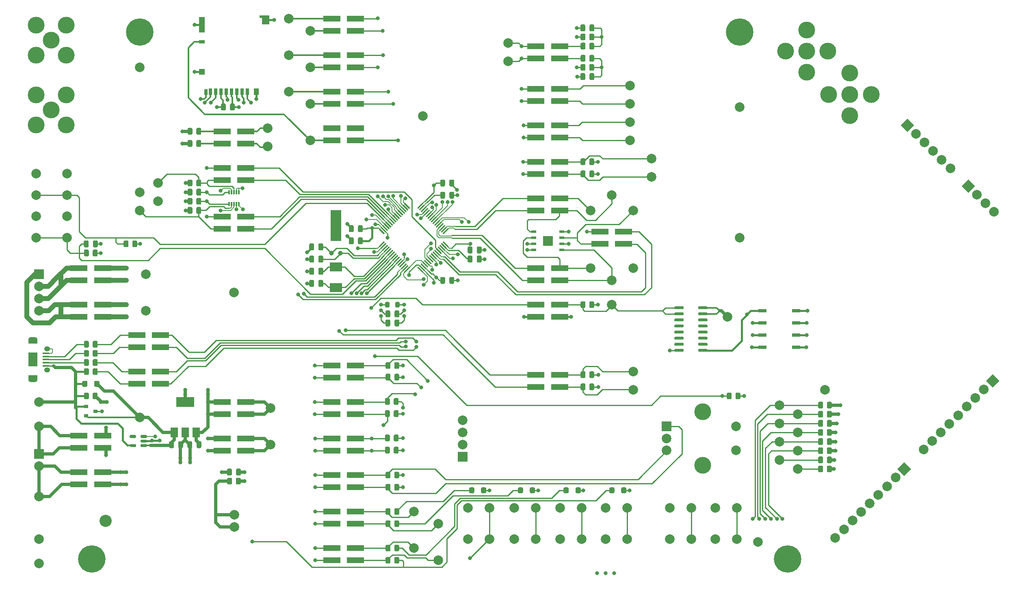
<source format=gbr>
%TF.GenerationSoftware,KiCad,Pcbnew,(5.1.10-1-10_14)*%
%TF.CreationDate,2021-06-11T06:32:06+09:00*%
%TF.ProjectId,demo32,64656d6f-3332-42e6-9b69-6361645f7063,rev?*%
%TF.SameCoordinates,Original*%
%TF.FileFunction,Copper,L1,Top*%
%TF.FilePolarity,Positive*%
%FSLAX46Y46*%
G04 Gerber Fmt 4.6, Leading zero omitted, Abs format (unit mm)*
G04 Created by KiCad (PCBNEW (5.1.10-1-10_14)) date 2021-06-11 06:32:06*
%MOMM*%
%LPD*%
G01*
G04 APERTURE LIST*
%TA.AperFunction,ComponentPad*%
%ADD10C,2.000000*%
%TD*%
%TA.AperFunction,ComponentPad*%
%ADD11C,5.700000*%
%TD*%
%TA.AperFunction,ComponentPad*%
%ADD12R,2.000000X2.000000*%
%TD*%
%TA.AperFunction,SMDPad,CuDef*%
%ADD13R,3.680000X1.270000*%
%TD*%
%TA.AperFunction,ComponentPad*%
%ADD14O,1.250000X1.050000*%
%TD*%
%TA.AperFunction,SMDPad,CuDef*%
%ADD15R,1.350000X0.400000*%
%TD*%
%TA.AperFunction,ComponentPad*%
%ADD16O,1.900000X1.000000*%
%TD*%
%TA.AperFunction,SMDPad,CuDef*%
%ADD17R,1.900000X2.900000*%
%TD*%
%TA.AperFunction,SMDPad,CuDef*%
%ADD18R,1.900000X0.875000*%
%TD*%
%TA.AperFunction,ComponentPad*%
%ADD19C,1.000000*%
%TD*%
%TA.AperFunction,SMDPad,CuDef*%
%ADD20R,2.200000X6.500000*%
%TD*%
%TA.AperFunction,SMDPad,CuDef*%
%ADD21R,2.600000X1.900000*%
%TD*%
%TA.AperFunction,SMDPad,CuDef*%
%ADD22R,2.000000X2.000000*%
%TD*%
%TA.AperFunction,SMDPad,CuDef*%
%ADD23R,1.100000X0.500000*%
%TD*%
%TA.AperFunction,SMDPad,CuDef*%
%ADD24R,0.300000X0.825000*%
%TD*%
%TA.AperFunction,SMDPad,CuDef*%
%ADD25R,3.800000X2.000000*%
%TD*%
%TA.AperFunction,SMDPad,CuDef*%
%ADD26R,1.500000X2.000000*%
%TD*%
%TA.AperFunction,ComponentPad*%
%ADD27C,3.500000*%
%TD*%
%TA.AperFunction,SMDPad,CuDef*%
%ADD28R,0.900000X0.800000*%
%TD*%
%TA.AperFunction,SMDPad,CuDef*%
%ADD29R,1.800000X0.800000*%
%TD*%
%TA.AperFunction,ComponentPad*%
%ADD30C,0.100000*%
%TD*%
%TA.AperFunction,SMDPad,CuDef*%
%ADD31R,0.700000X1.400000*%
%TD*%
%TA.AperFunction,SMDPad,CuDef*%
%ADD32R,1.500000X1.900000*%
%TD*%
%TA.AperFunction,SMDPad,CuDef*%
%ADD33R,1.000000X1.400000*%
%TD*%
%TA.AperFunction,SMDPad,CuDef*%
%ADD34R,1.200000X1.200000*%
%TD*%
%TA.AperFunction,SMDPad,CuDef*%
%ADD35R,1.200000X3.200000*%
%TD*%
%TA.AperFunction,SMDPad,CuDef*%
%ADD36R,0.700000X1.200000*%
%TD*%
%TA.AperFunction,SMDPad,CuDef*%
%ADD37R,0.500000X0.500000*%
%TD*%
%TA.AperFunction,SMDPad,CuDef*%
%ADD38R,1.200000X0.800000*%
%TD*%
%TA.AperFunction,SMDPad,CuDef*%
%ADD39C,0.100000*%
%TD*%
%TA.AperFunction,ComponentPad*%
%ADD40C,2.540000*%
%TD*%
%TA.AperFunction,ViaPad*%
%ADD41C,0.800000*%
%TD*%
%TA.AperFunction,Conductor*%
%ADD42C,1.016000*%
%TD*%
%TA.AperFunction,Conductor*%
%ADD43C,0.635000*%
%TD*%
%TA.AperFunction,Conductor*%
%ADD44C,0.457200*%
%TD*%
%TA.AperFunction,Conductor*%
%ADD45C,0.250000*%
%TD*%
%TA.AperFunction,Conductor*%
%ADD46C,0.304800*%
%TD*%
%TA.AperFunction,Conductor*%
%ADD47C,0.152400*%
%TD*%
G04 APERTURE END LIST*
D10*
%TO.P,TPGND8,1*%
%TO.N,GND*%
X74930000Y-32385000D03*
%TD*%
%TO.P,TPGND7,1*%
%TO.N,GND*%
X200025000Y-40640000D03*
%TD*%
%TO.P,TPGND6,1*%
%TO.N,GND*%
X94615000Y-79375000D03*
%TD*%
%TO.P,TPGND5,1*%
%TO.N,GND*%
X133985000Y-42545000D03*
%TD*%
%TO.P,TPGND4,1*%
%TO.N,GND*%
X200025000Y-67945000D03*
%TD*%
%TO.P,TPGND3,1*%
%TO.N,GND*%
X217805000Y-99695000D03*
%TD*%
%TO.P,TPGND2,1*%
%TO.N,GND*%
X203835000Y-131445000D03*
%TD*%
D11*
%TO.P,H4,1*%
%TO.N,GND*%
X65000000Y-135000000D03*
%TD*%
%TO.P,H3,1*%
%TO.N,GND*%
X210000000Y-135000000D03*
%TD*%
%TO.P,H2,1*%
%TO.N,GND*%
X200000000Y-25000000D03*
%TD*%
%TO.P,H1,1*%
%TO.N,GND*%
X75000000Y-25000000D03*
%TD*%
D12*
%TO.P,J108,1*%
%TO.N,/EXTVIN-*%
X53975000Y-75565000D03*
D10*
%TO.P,J108,2*%
%TO.N,/EXTVIN+*%
X53975000Y-78105000D03*
%TO.P,J108,3*%
X53975000Y-80645000D03*
%TO.P,J108,4*%
%TO.N,/EXTVIN-*%
X53975000Y-83185000D03*
%TD*%
%TO.P,J10,2*%
%TO.N,/VLIPO-*%
X53975000Y-115570000D03*
D12*
%TO.P,J10,1*%
%TO.N,/VLIPO+*%
X53975000Y-113030000D03*
%TD*%
%TO.P,D2,1*%
%TO.N,/RED*%
%TA.AperFunction,SMDPad,CuDef*%
G36*
G01*
X143615000Y-121000000D02*
X143615000Y-120300000D01*
G75*
G02*
X143890000Y-120025000I275000J0D01*
G01*
X144440000Y-120025000D01*
G75*
G02*
X144715000Y-120300000I0J-275000D01*
G01*
X144715000Y-121000000D01*
G75*
G02*
X144440000Y-121275000I-275000J0D01*
G01*
X143890000Y-121275000D01*
G75*
G02*
X143615000Y-121000000I0J275000D01*
G01*
G37*
%TD.AperFunction*%
%TO.P,D2,2*%
%TO.N,GND*%
%TA.AperFunction,SMDPad,CuDef*%
G36*
G01*
X146115000Y-121000000D02*
X146115000Y-120300000D01*
G75*
G02*
X146390000Y-120025000I275000J0D01*
G01*
X146940000Y-120025000D01*
G75*
G02*
X147215000Y-120300000I0J-275000D01*
G01*
X147215000Y-121000000D01*
G75*
G02*
X146940000Y-121275000I-275000J0D01*
G01*
X146390000Y-121275000D01*
G75*
G02*
X146115000Y-121000000I0J275000D01*
G01*
G37*
%TD.AperFunction*%
%TD*%
D13*
%TO.P,XR9,1*%
%TO.N,/MMRAM_SO*%
X157545000Y-74295000D03*
%TO.P,XR9,2*%
%TO.N,/MRAM_SO*%
X162495000Y-74295000D03*
%TO.P,XR9,3*%
%TO.N,/MMRAM_SI*%
X157545000Y-76835000D03*
%TO.P,XR9,4*%
%TO.N,/MRAM_SI*%
X162495000Y-76835000D03*
%TD*%
D10*
%TO.P,SW1,2*%
%TO.N,Net-(C13-Pad2)*%
X53340000Y-67945000D03*
%TO.P,SW1,1*%
%TO.N,GND*%
X53340000Y-63445000D03*
%TO.P,SW1,2*%
%TO.N,Net-(C13-Pad2)*%
X59840000Y-67945000D03*
%TO.P,SW1,1*%
%TO.N,GND*%
X59840000Y-63445000D03*
%TD*%
%TO.P,SW103,2*%
%TO.N,Net-(R15-Pad1)*%
X53340000Y-59055000D03*
%TO.P,SW103,1*%
%TO.N,+3V3*%
X53340000Y-54555000D03*
%TO.P,SW103,2*%
%TO.N,Net-(R15-Pad1)*%
X59840000Y-59055000D03*
%TO.P,SW103,1*%
%TO.N,+3V3*%
X59840000Y-54555000D03*
%TD*%
D14*
%TO.P,J9,6*%
%TO.N,GND*%
X55705000Y-91120000D03*
D15*
%TO.P,J9,5*%
X55380000Y-92045000D03*
%TO.P,J9,4*%
%TO.N,/USB_ID*%
X55380000Y-92695000D03*
%TO.P,J9,3*%
%TO.N,/USB_DP*%
X55380000Y-93345000D03*
%TO.P,J9,1*%
%TO.N,VBUS*%
X55380000Y-94645000D03*
D14*
%TO.P,J9,6*%
%TO.N,GND*%
X55705000Y-95570000D03*
D16*
X52705000Y-89170000D03*
X52705000Y-97520000D03*
D15*
%TO.P,J9,2*%
%TO.N,/USB_DM*%
X55380000Y-93995000D03*
D17*
%TO.P,J9,6*%
%TO.N,GND*%
X52705000Y-93345000D03*
D18*
X52705000Y-97082500D03*
X52705000Y-89607500D03*
%TD*%
D13*
%TO.P,XR4,1*%
%TO.N,/MACCEL_AVDD*%
X97090000Y-55880000D03*
%TO.P,XR4,2*%
%TO.N,/ACCEL_AVDD*%
X92140000Y-55880000D03*
%TO.P,XR4,3*%
%TO.N,/MACCEL_INT*%
X97090000Y-53340000D03*
%TO.P,XR4,4*%
%TO.N,/ACCEL_INT*%
X92140000Y-53340000D03*
%TD*%
D10*
%TO.P,SW113,2*%
%TO.N,Net-(R113-Pad2)*%
X147848000Y-130810000D03*
%TO.P,SW113,1*%
%TO.N,GND*%
X143348000Y-130810000D03*
%TO.P,SW113,2*%
%TO.N,Net-(R113-Pad2)*%
X147848000Y-124310000D03*
%TO.P,SW113,1*%
%TO.N,GND*%
X143348000Y-124310000D03*
%TD*%
%TO.P,SW112,2*%
%TO.N,Net-(R112-Pad2)*%
X176585000Y-130810000D03*
%TO.P,SW112,1*%
%TO.N,GND*%
X172085000Y-130810000D03*
%TO.P,SW112,2*%
%TO.N,Net-(R112-Pad2)*%
X176585000Y-124310000D03*
%TO.P,SW112,1*%
%TO.N,GND*%
X172085000Y-124310000D03*
%TD*%
%TO.P,SW111,2*%
%TO.N,Net-(R111-Pad2)*%
X167060000Y-130810000D03*
%TO.P,SW111,1*%
%TO.N,GND*%
X162560000Y-130810000D03*
%TO.P,SW111,2*%
%TO.N,Net-(R111-Pad2)*%
X167060000Y-124310000D03*
%TO.P,SW111,1*%
%TO.N,GND*%
X162560000Y-124310000D03*
%TD*%
%TO.P,SW110,2*%
%TO.N,Net-(R110-Pad2)*%
X157535000Y-130810000D03*
%TO.P,SW110,1*%
%TO.N,GND*%
X153035000Y-130810000D03*
%TO.P,SW110,2*%
%TO.N,Net-(R110-Pad2)*%
X157535000Y-124310000D03*
%TO.P,SW110,1*%
%TO.N,GND*%
X153035000Y-124310000D03*
%TD*%
D19*
%TO.P,Y2,1*%
%TO.N,Net-(C11-Pad1)*%
X116835000Y-71120000D03*
%TO.P,Y2,2*%
%TO.N,Net-(C12-Pad1)*%
X114935000Y-71120000D03*
D20*
%TO.P,Y2,3*%
%TO.N,N/C*%
X115885000Y-65370000D03*
%TD*%
D21*
%TO.P,Y1,1*%
%TO.N,Net-(C1-Pad1)*%
X115887500Y-78350000D03*
%TO.P,Y1,2*%
%TO.N,Net-(C2-Pad1)*%
X115887500Y-74050000D03*
%TD*%
D13*
%TO.P,XR32,1*%
%TO.N,GND*%
X92140000Y-109855000D03*
%TO.P,XR32,2*%
%TO.N,GNDM*%
X97090000Y-109855000D03*
%TO.P,XR32,3*%
%TO.N,GND*%
X92140000Y-112395000D03*
%TO.P,XR32,4*%
%TO.N,GNDM*%
X97090000Y-112395000D03*
%TD*%
%TO.P,XR31,1*%
%TO.N,+3V3*%
X92140000Y-102235000D03*
%TO.P,XR31,2*%
%TO.N,/MCU_3V3*%
X97090000Y-102235000D03*
%TO.P,XR31,3*%
%TO.N,+3V3*%
X92140000Y-104775000D03*
%TO.P,XR31,4*%
%TO.N,/MCU_3V3*%
X97090000Y-104775000D03*
%TD*%
%TO.P,XR30,1*%
%TO.N,/EXTVIN-*%
X62295000Y-81915000D03*
%TO.P,XR30,2*%
%TO.N,GND*%
X67245000Y-81915000D03*
%TO.P,XR30,3*%
%TO.N,/EXTVIN-*%
X62295000Y-84455000D03*
%TO.P,XR30,4*%
%TO.N,GND*%
X67245000Y-84455000D03*
%TD*%
%TO.P,XR29,1*%
%TO.N,/EXTVIN+*%
X62295000Y-74295000D03*
%TO.P,XR29,2*%
%TO.N,V+*%
X67245000Y-74295000D03*
%TO.P,XR29,3*%
%TO.N,/EXTVIN+*%
X62295000Y-76835000D03*
%TO.P,XR29,4*%
%TO.N,V+*%
X67245000Y-76835000D03*
%TD*%
%TO.P,XR28,1*%
%TO.N,/VLIPO-*%
X62295000Y-116840000D03*
%TO.P,XR28,2*%
%TO.N,GND*%
X67245000Y-116840000D03*
%TO.P,XR28,3*%
%TO.N,/VLIPO-*%
X62295000Y-119380000D03*
%TO.P,XR28,4*%
%TO.N,GND*%
X67245000Y-119380000D03*
%TD*%
%TO.P,XR27,1*%
%TO.N,/VLIPO+*%
X62295000Y-109220000D03*
%TO.P,XR27,2*%
%TO.N,VLIPO*%
X67245000Y-109220000D03*
%TO.P,XR27,3*%
%TO.N,/VLIPO+*%
X62295000Y-111760000D03*
%TO.P,XR27,4*%
%TO.N,VLIPO*%
X67245000Y-111760000D03*
%TD*%
%TO.P,XR26,1*%
%TO.N,Net-(R16-Pad1)*%
X74360000Y-88265000D03*
%TO.P,XR26,2*%
%TO.N,/MUSB_ID*%
X79310000Y-88265000D03*
%TO.P,XR26,3*%
%TO.N,Net-(R2-Pad1)*%
X74360000Y-90805000D03*
%TO.P,XR26,4*%
%TO.N,/MUSB_DP*%
X79310000Y-90805000D03*
%TD*%
%TO.P,XR25,1*%
%TO.N,Net-(R1-Pad1)*%
X74360000Y-95885000D03*
%TO.P,XR25,2*%
%TO.N,/MUSB_DM*%
X79310000Y-95885000D03*
%TO.P,XR25,3*%
%TO.N,Net-(R10-Pad1)*%
X74360000Y-98425000D03*
%TO.P,XR25,4*%
%TO.N,/MUSB_VBUS*%
X79310000Y-98425000D03*
%TD*%
%TO.P,XR22,1*%
%TO.N,/ADC0*%
X92140000Y-45720000D03*
%TO.P,XR22,2*%
%TO.N,/MADC0*%
X97090000Y-45720000D03*
%TO.P,XR22,3*%
%TO.N,/ADC1*%
X92140000Y-48260000D03*
%TO.P,XR22,4*%
%TO.N,/MADC1*%
X97090000Y-48260000D03*
%TD*%
%TO.P,XR21,1*%
%TO.N,/MLED_YELLOW*%
X115000000Y-132715000D03*
%TO.P,XR21,2*%
%TO.N,/LED_YELLOW*%
X119950000Y-132715000D03*
%TO.P,XR21,3*%
%TO.N,/MLED_BLUE*%
X115000000Y-135255000D03*
%TO.P,XR21,4*%
%TO.N,/LED_BLUE*%
X119950000Y-135255000D03*
%TD*%
%TO.P,XR20,1*%
%TO.N,/MLED_RED*%
X115000000Y-125095000D03*
%TO.P,XR20,2*%
%TO.N,/LED_RED*%
X119950000Y-125095000D03*
%TO.P,XR20,3*%
%TO.N,/MLED_GREEN*%
X115000000Y-127635000D03*
%TO.P,XR20,4*%
%TO.N,/LED_GREEN*%
X119950000Y-127635000D03*
%TD*%
%TO.P,XR19,1*%
%TO.N,/MRELAY*%
X157545000Y-81915000D03*
%TO.P,XR19,2*%
%TO.N,/RELAY*%
X162495000Y-81915000D03*
%TO.P,XR19,3*%
%TO.N,/COIL_DRIVE*%
X157545000Y-84455000D03*
%TO.P,XR19,4*%
%TO.N,/COIL*%
X162495000Y-84455000D03*
%TD*%
%TO.P,XR18,1*%
%TO.N,/MEXP6*%
X115000000Y-117475000D03*
%TO.P,XR18,2*%
%TO.N,Net-(R116-Pad2)*%
X119950000Y-117475000D03*
%TO.P,XR18,3*%
%TO.N,/MEXP7*%
X115000000Y-120015000D03*
%TO.P,XR18,4*%
%TO.N,Net-(R117-Pad2)*%
X119950000Y-120015000D03*
%TD*%
%TO.P,XR17,1*%
%TO.N,/MEXP4*%
X115000000Y-109855000D03*
%TO.P,XR17,2*%
%TO.N,Net-(R114-Pad2)*%
X119950000Y-109855000D03*
%TO.P,XR17,3*%
%TO.N,/MEXP5*%
X115000000Y-112395000D03*
%TO.P,XR17,4*%
%TO.N,Net-(R115-Pad2)*%
X119950000Y-112395000D03*
%TD*%
%TO.P,XR16,1*%
%TO.N,/MEXP2*%
X115000000Y-102235000D03*
%TO.P,XR16,2*%
%TO.N,Net-(R112-Pad2)*%
X119950000Y-102235000D03*
%TO.P,XR16,3*%
%TO.N,/MEXP3*%
X115000000Y-104775000D03*
%TO.P,XR16,4*%
%TO.N,Net-(R113-Pad2)*%
X119950000Y-104775000D03*
%TD*%
%TO.P,XR15,1*%
%TO.N,/MEXP0*%
X115000000Y-94615000D03*
%TO.P,XR15,2*%
%TO.N,Net-(R110-Pad2)*%
X119950000Y-94615000D03*
%TO.P,XR15,3*%
%TO.N,/MEXP1*%
X115000000Y-97155000D03*
%TO.P,XR15,4*%
%TO.N,Net-(R111-Pad2)*%
X119950000Y-97155000D03*
%TD*%
%TO.P,XR14,1*%
%TO.N,/MSDIO_SW*%
X119950000Y-47625000D03*
%TO.P,XR14,2*%
%TO.N,/SDIO_SW*%
X115000000Y-47625000D03*
%TO.P,XR14,3*%
%TO.N,Net-(XR14-Pad3)*%
X119950000Y-45085000D03*
%TO.P,XR14,4*%
%TO.N,Net-(XR14-Pad4)*%
X115000000Y-45085000D03*
%TD*%
%TO.P,XR13,1*%
%TO.N,/MSDIO_D0*%
X119950000Y-24765000D03*
%TO.P,XR13,2*%
%TO.N,/SDIO_D0*%
X115000000Y-24765000D03*
%TO.P,XR13,3*%
%TO.N,/MSDIO_D1*%
X119950000Y-22225000D03*
%TO.P,XR13,4*%
%TO.N,/SDIO_D1*%
X115000000Y-22225000D03*
%TD*%
%TO.P,XR12,1*%
%TO.N,/MSDIO_CMD*%
X119950000Y-32385000D03*
%TO.P,XR12,2*%
%TO.N,/SDIO_CMD*%
X115000000Y-32385000D03*
%TO.P,XR12,3*%
%TO.N,/MSDIO_CLK*%
X119950000Y-29845000D03*
%TO.P,XR12,4*%
%TO.N,/SDIO_CLK*%
X115000000Y-29845000D03*
%TD*%
%TO.P,XR11,1*%
%TO.N,/MSDIO_D2*%
X119950000Y-40005000D03*
%TO.P,XR11,2*%
%TO.N,/SDIO_D2*%
X115000000Y-40005000D03*
%TO.P,XR11,3*%
%TO.N,/MSDIO_D3*%
X119950000Y-37465000D03*
%TO.P,XR11,4*%
%TO.N,/SDIO_D3*%
X115000000Y-37465000D03*
%TD*%
%TO.P,XR10,1*%
%TO.N,/MMRAM_~HOLD*%
X175830000Y-69215000D03*
%TO.P,XR10,2*%
%TO.N,/MRAM_~HOLD*%
X170880000Y-69215000D03*
%TO.P,XR10,3*%
%TO.N,/MMRAM_~WP*%
X175830000Y-66675000D03*
%TO.P,XR10,4*%
%TO.N,/MRAM_~WP*%
X170880000Y-66675000D03*
%TD*%
%TO.P,XR8,1*%
%TO.N,/MMRAM_CLK*%
X157545000Y-59690000D03*
%TO.P,XR8,2*%
%TO.N,/MRAM_CLK*%
X162495000Y-59690000D03*
%TO.P,XR8,3*%
%TO.N,/MMRAM_~CS*%
X157545000Y-62230000D03*
%TO.P,XR8,4*%
%TO.N,/MRAM_~CS*%
X162495000Y-62230000D03*
%TD*%
%TO.P,XR7,1*%
%TO.N,/MSERIAL_TX3_SCL2*%
X157545000Y-52070000D03*
%TO.P,XR7,2*%
%TO.N,/SERIAL_TX3_SCL2*%
X162495000Y-52070000D03*
%TO.P,XR7,3*%
%TO.N,/MSERIAL_RX3_SDA2*%
X157545000Y-54610000D03*
%TO.P,XR7,4*%
%TO.N,/SERIAL_RX3_SDA2*%
X162495000Y-54610000D03*
%TD*%
%TO.P,XR6,1*%
%TO.N,/MOLED_SCL1*%
X157545000Y-96520000D03*
%TO.P,XR6,2*%
%TO.N,/OLED_SCL1*%
X162495000Y-96520000D03*
%TO.P,XR6,3*%
%TO.N,/MOLED_SDA1*%
X157545000Y-99060000D03*
%TO.P,XR6,4*%
%TO.N,/OLED_SDA1*%
X162495000Y-99060000D03*
%TD*%
%TO.P,XR5,1*%
%TO.N,/MACCEL_SDA*%
X97090000Y-66040000D03*
%TO.P,XR5,2*%
%TO.N,/ACCEL_SDA*%
X92140000Y-66040000D03*
%TO.P,XR5,3*%
%TO.N,/MACCEL_SCL*%
X97090000Y-63500000D03*
%TO.P,XR5,4*%
%TO.N,/ACCEL_SCL*%
X92140000Y-63500000D03*
%TD*%
%TO.P,XR3,1*%
%TO.N,/MSPI1_MISO*%
X157545000Y-44450000D03*
%TO.P,XR3,2*%
%TO.N,/SPI1_MISO*%
X162495000Y-44450000D03*
%TO.P,XR3,3*%
%TO.N,/MSPI1_MOSI*%
X157545000Y-46990000D03*
%TO.P,XR3,4*%
%TO.N,/SPI1_MOSI*%
X162495000Y-46990000D03*
%TD*%
%TO.P,XR2,1*%
%TO.N,/MSPI1_~SS~_DAC1*%
X157545000Y-36830000D03*
%TO.P,XR2,2*%
%TO.N,/SPI1_~SS*%
X162495000Y-36830000D03*
%TO.P,XR2,3*%
%TO.N,/MSPI1_SCK_DAC2*%
X157545000Y-39370000D03*
%TO.P,XR2,4*%
%TO.N,/SPI1_SCK*%
X162495000Y-39370000D03*
%TD*%
%TO.P,XR1,1*%
%TO.N,/MSPI1_~SS~_DAC1*%
X157545000Y-27940000D03*
%TO.P,XR1,2*%
%TO.N,/DAC1_PWM2.3*%
X162495000Y-27940000D03*
%TO.P,XR1,3*%
%TO.N,/MSPI1_SCK_DAC2*%
X157545000Y-30480000D03*
%TO.P,XR1,4*%
%TO.N,/DAC2_PWM2.4*%
X162495000Y-30480000D03*
%TD*%
%TO.P,U102,1*%
%TO.N,/RELAY*%
%TA.AperFunction,SMDPad,CuDef*%
G36*
G01*
X186415000Y-82700000D02*
X186415000Y-82400000D01*
G75*
G02*
X186565000Y-82250000I150000J0D01*
G01*
X188215000Y-82250000D01*
G75*
G02*
X188365000Y-82400000I0J-150000D01*
G01*
X188365000Y-82700000D01*
G75*
G02*
X188215000Y-82850000I-150000J0D01*
G01*
X186565000Y-82850000D01*
G75*
G02*
X186415000Y-82700000I0J150000D01*
G01*
G37*
%TD.AperFunction*%
%TO.P,U102,2*%
%TA.AperFunction,SMDPad,CuDef*%
G36*
G01*
X186415000Y-83970000D02*
X186415000Y-83670000D01*
G75*
G02*
X186565000Y-83520000I150000J0D01*
G01*
X188215000Y-83520000D01*
G75*
G02*
X188365000Y-83670000I0J-150000D01*
G01*
X188365000Y-83970000D01*
G75*
G02*
X188215000Y-84120000I-150000J0D01*
G01*
X186565000Y-84120000D01*
G75*
G02*
X186415000Y-83970000I0J150000D01*
G01*
G37*
%TD.AperFunction*%
%TO.P,U102,3*%
%TO.N,Net-(U102-Pad3)*%
%TA.AperFunction,SMDPad,CuDef*%
G36*
G01*
X186415000Y-85240000D02*
X186415000Y-84940000D01*
G75*
G02*
X186565000Y-84790000I150000J0D01*
G01*
X188215000Y-84790000D01*
G75*
G02*
X188365000Y-84940000I0J-150000D01*
G01*
X188365000Y-85240000D01*
G75*
G02*
X188215000Y-85390000I-150000J0D01*
G01*
X186565000Y-85390000D01*
G75*
G02*
X186415000Y-85240000I0J150000D01*
G01*
G37*
%TD.AperFunction*%
%TO.P,U102,4*%
%TO.N,Net-(U102-Pad4)*%
%TA.AperFunction,SMDPad,CuDef*%
G36*
G01*
X186415000Y-86510000D02*
X186415000Y-86210000D01*
G75*
G02*
X186565000Y-86060000I150000J0D01*
G01*
X188215000Y-86060000D01*
G75*
G02*
X188365000Y-86210000I0J-150000D01*
G01*
X188365000Y-86510000D01*
G75*
G02*
X188215000Y-86660000I-150000J0D01*
G01*
X186565000Y-86660000D01*
G75*
G02*
X186415000Y-86510000I0J150000D01*
G01*
G37*
%TD.AperFunction*%
%TO.P,U102,5*%
%TO.N,Net-(U102-Pad5)*%
%TA.AperFunction,SMDPad,CuDef*%
G36*
G01*
X186415000Y-87780000D02*
X186415000Y-87480000D01*
G75*
G02*
X186565000Y-87330000I150000J0D01*
G01*
X188215000Y-87330000D01*
G75*
G02*
X188365000Y-87480000I0J-150000D01*
G01*
X188365000Y-87780000D01*
G75*
G02*
X188215000Y-87930000I-150000J0D01*
G01*
X186565000Y-87930000D01*
G75*
G02*
X186415000Y-87780000I0J150000D01*
G01*
G37*
%TD.AperFunction*%
%TO.P,U102,6*%
%TO.N,Net-(U102-Pad6)*%
%TA.AperFunction,SMDPad,CuDef*%
G36*
G01*
X186415000Y-89050000D02*
X186415000Y-88750000D01*
G75*
G02*
X186565000Y-88600000I150000J0D01*
G01*
X188215000Y-88600000D01*
G75*
G02*
X188365000Y-88750000I0J-150000D01*
G01*
X188365000Y-89050000D01*
G75*
G02*
X188215000Y-89200000I-150000J0D01*
G01*
X186565000Y-89200000D01*
G75*
G02*
X186415000Y-89050000I0J150000D01*
G01*
G37*
%TD.AperFunction*%
%TO.P,U102,7*%
%TO.N,Net-(U102-Pad7)*%
%TA.AperFunction,SMDPad,CuDef*%
G36*
G01*
X186415000Y-90320000D02*
X186415000Y-90020000D01*
G75*
G02*
X186565000Y-89870000I150000J0D01*
G01*
X188215000Y-89870000D01*
G75*
G02*
X188365000Y-90020000I0J-150000D01*
G01*
X188365000Y-90320000D01*
G75*
G02*
X188215000Y-90470000I-150000J0D01*
G01*
X186565000Y-90470000D01*
G75*
G02*
X186415000Y-90320000I0J150000D01*
G01*
G37*
%TD.AperFunction*%
%TO.P,U102,8*%
%TO.N,GND*%
%TA.AperFunction,SMDPad,CuDef*%
G36*
G01*
X186415000Y-91590000D02*
X186415000Y-91290000D01*
G75*
G02*
X186565000Y-91140000I150000J0D01*
G01*
X188215000Y-91140000D01*
G75*
G02*
X188365000Y-91290000I0J-150000D01*
G01*
X188365000Y-91590000D01*
G75*
G02*
X188215000Y-91740000I-150000J0D01*
G01*
X186565000Y-91740000D01*
G75*
G02*
X186415000Y-91590000I0J150000D01*
G01*
G37*
%TD.AperFunction*%
%TO.P,U102,9*%
%TO.N,V+*%
%TA.AperFunction,SMDPad,CuDef*%
G36*
G01*
X191365000Y-91590000D02*
X191365000Y-91290000D01*
G75*
G02*
X191515000Y-91140000I150000J0D01*
G01*
X193165000Y-91140000D01*
G75*
G02*
X193315000Y-91290000I0J-150000D01*
G01*
X193315000Y-91590000D01*
G75*
G02*
X193165000Y-91740000I-150000J0D01*
G01*
X191515000Y-91740000D01*
G75*
G02*
X191365000Y-91590000I0J150000D01*
G01*
G37*
%TD.AperFunction*%
%TO.P,U102,10*%
%TO.N,Net-(U102-Pad10)*%
%TA.AperFunction,SMDPad,CuDef*%
G36*
G01*
X191365000Y-90320000D02*
X191365000Y-90020000D01*
G75*
G02*
X191515000Y-89870000I150000J0D01*
G01*
X193165000Y-89870000D01*
G75*
G02*
X193315000Y-90020000I0J-150000D01*
G01*
X193315000Y-90320000D01*
G75*
G02*
X193165000Y-90470000I-150000J0D01*
G01*
X191515000Y-90470000D01*
G75*
G02*
X191365000Y-90320000I0J150000D01*
G01*
G37*
%TD.AperFunction*%
%TO.P,U102,11*%
%TO.N,Net-(U102-Pad11)*%
%TA.AperFunction,SMDPad,CuDef*%
G36*
G01*
X191365000Y-89050000D02*
X191365000Y-88750000D01*
G75*
G02*
X191515000Y-88600000I150000J0D01*
G01*
X193165000Y-88600000D01*
G75*
G02*
X193315000Y-88750000I0J-150000D01*
G01*
X193315000Y-89050000D01*
G75*
G02*
X193165000Y-89200000I-150000J0D01*
G01*
X191515000Y-89200000D01*
G75*
G02*
X191365000Y-89050000I0J150000D01*
G01*
G37*
%TD.AperFunction*%
%TO.P,U102,12*%
%TO.N,Net-(U102-Pad12)*%
%TA.AperFunction,SMDPad,CuDef*%
G36*
G01*
X191365000Y-87780000D02*
X191365000Y-87480000D01*
G75*
G02*
X191515000Y-87330000I150000J0D01*
G01*
X193165000Y-87330000D01*
G75*
G02*
X193315000Y-87480000I0J-150000D01*
G01*
X193315000Y-87780000D01*
G75*
G02*
X193165000Y-87930000I-150000J0D01*
G01*
X191515000Y-87930000D01*
G75*
G02*
X191365000Y-87780000I0J150000D01*
G01*
G37*
%TD.AperFunction*%
%TO.P,U102,13*%
%TO.N,Net-(U102-Pad13)*%
%TA.AperFunction,SMDPad,CuDef*%
G36*
G01*
X191365000Y-86510000D02*
X191365000Y-86210000D01*
G75*
G02*
X191515000Y-86060000I150000J0D01*
G01*
X193165000Y-86060000D01*
G75*
G02*
X193315000Y-86210000I0J-150000D01*
G01*
X193315000Y-86510000D01*
G75*
G02*
X193165000Y-86660000I-150000J0D01*
G01*
X191515000Y-86660000D01*
G75*
G02*
X191365000Y-86510000I0J150000D01*
G01*
G37*
%TD.AperFunction*%
%TO.P,U102,14*%
%TO.N,Net-(U102-Pad14)*%
%TA.AperFunction,SMDPad,CuDef*%
G36*
G01*
X191365000Y-85240000D02*
X191365000Y-84940000D01*
G75*
G02*
X191515000Y-84790000I150000J0D01*
G01*
X193165000Y-84790000D01*
G75*
G02*
X193315000Y-84940000I0J-150000D01*
G01*
X193315000Y-85240000D01*
G75*
G02*
X193165000Y-85390000I-150000J0D01*
G01*
X191515000Y-85390000D01*
G75*
G02*
X191365000Y-85240000I0J150000D01*
G01*
G37*
%TD.AperFunction*%
%TO.P,U102,15*%
%TO.N,/COIL_DRIVE*%
%TA.AperFunction,SMDPad,CuDef*%
G36*
G01*
X191365000Y-83970000D02*
X191365000Y-83670000D01*
G75*
G02*
X191515000Y-83520000I150000J0D01*
G01*
X193165000Y-83520000D01*
G75*
G02*
X193315000Y-83670000I0J-150000D01*
G01*
X193315000Y-83970000D01*
G75*
G02*
X193165000Y-84120000I-150000J0D01*
G01*
X191515000Y-84120000D01*
G75*
G02*
X191365000Y-83970000I0J150000D01*
G01*
G37*
%TD.AperFunction*%
%TO.P,U102,16*%
%TA.AperFunction,SMDPad,CuDef*%
G36*
G01*
X191365000Y-82700000D02*
X191365000Y-82400000D01*
G75*
G02*
X191515000Y-82250000I150000J0D01*
G01*
X193165000Y-82250000D01*
G75*
G02*
X193315000Y-82400000I0J-150000D01*
G01*
X193315000Y-82700000D01*
G75*
G02*
X193165000Y-82850000I-150000J0D01*
G01*
X191515000Y-82850000D01*
G75*
G02*
X191365000Y-82700000I0J150000D01*
G01*
G37*
%TD.AperFunction*%
%TD*%
D22*
%TO.P,U101,9*%
%TO.N,N/C*%
X160020000Y-68580000D03*
D23*
%TO.P,U101,1*%
%TO.N,/MRAM_~CS*%
X157120000Y-66675000D03*
%TO.P,U101,2*%
%TO.N,/MRAM_SO*%
X157120000Y-67945000D03*
%TO.P,U101,3*%
%TO.N,/MRAM_~WP*%
X157120000Y-69215000D03*
%TO.P,U101,4*%
%TO.N,GND*%
X157120000Y-70485000D03*
%TO.P,U101,5*%
%TO.N,/MRAM_SI*%
X162920000Y-70485000D03*
%TO.P,U101,6*%
%TO.N,/MRAM_CLK*%
X162920000Y-69215000D03*
%TO.P,U101,7*%
%TO.N,/MRAM_~HOLD*%
X162920000Y-67945000D03*
%TO.P,U101,8*%
%TO.N,+3V3*%
X162920000Y-66675000D03*
%TD*%
%TO.P,U4,5*%
%TO.N,VBUS*%
%TA.AperFunction,SMDPad,CuDef*%
G36*
G01*
X74201000Y-111163000D02*
X74201000Y-111463000D01*
G75*
G02*
X74051000Y-111613000I-150000J0D01*
G01*
X73026000Y-111613000D01*
G75*
G02*
X72876000Y-111463000I0J150000D01*
G01*
X72876000Y-111163000D01*
G75*
G02*
X73026000Y-111013000I150000J0D01*
G01*
X74051000Y-111013000D01*
G75*
G02*
X74201000Y-111163000I0J-150000D01*
G01*
G37*
%TD.AperFunction*%
%TO.P,U4,4*%
%TO.N,Net-(U4-Pad4)*%
%TA.AperFunction,SMDPad,CuDef*%
G36*
G01*
X74201000Y-109263000D02*
X74201000Y-109563000D01*
G75*
G02*
X74051000Y-109713000I-150000J0D01*
G01*
X73026000Y-109713000D01*
G75*
G02*
X72876000Y-109563000I0J150000D01*
G01*
X72876000Y-109263000D01*
G75*
G02*
X73026000Y-109113000I150000J0D01*
G01*
X74051000Y-109113000D01*
G75*
G02*
X74201000Y-109263000I0J-150000D01*
G01*
G37*
%TD.AperFunction*%
%TO.P,U4,3*%
%TO.N,/BLUE_OTGEN*%
%TA.AperFunction,SMDPad,CuDef*%
G36*
G01*
X76476000Y-109263000D02*
X76476000Y-109563000D01*
G75*
G02*
X76326000Y-109713000I-150000J0D01*
G01*
X75301000Y-109713000D01*
G75*
G02*
X75151000Y-109563000I0J150000D01*
G01*
X75151000Y-109263000D01*
G75*
G02*
X75301000Y-109113000I150000J0D01*
G01*
X76326000Y-109113000D01*
G75*
G02*
X76476000Y-109263000I0J-150000D01*
G01*
G37*
%TD.AperFunction*%
%TO.P,U4,2*%
%TO.N,GND*%
%TA.AperFunction,SMDPad,CuDef*%
G36*
G01*
X76476000Y-110213000D02*
X76476000Y-110513000D01*
G75*
G02*
X76326000Y-110663000I-150000J0D01*
G01*
X75301000Y-110663000D01*
G75*
G02*
X75151000Y-110513000I0J150000D01*
G01*
X75151000Y-110213000D01*
G75*
G02*
X75301000Y-110063000I150000J0D01*
G01*
X76326000Y-110063000D01*
G75*
G02*
X76476000Y-110213000I0J-150000D01*
G01*
G37*
%TD.AperFunction*%
%TO.P,U4,1*%
%TO.N,V+*%
%TA.AperFunction,SMDPad,CuDef*%
G36*
G01*
X76476000Y-111163000D02*
X76476000Y-111463000D01*
G75*
G02*
X76326000Y-111613000I-150000J0D01*
G01*
X75301000Y-111613000D01*
G75*
G02*
X75151000Y-111463000I0J150000D01*
G01*
X75151000Y-111163000D01*
G75*
G02*
X75301000Y-111013000I150000J0D01*
G01*
X76326000Y-111013000D01*
G75*
G02*
X76476000Y-111163000I0J-150000D01*
G01*
G37*
%TD.AperFunction*%
%TD*%
D24*
%TO.P,U3,1*%
%TO.N,GND*%
X95615000Y-58440000D03*
%TO.P,U3,2*%
X95115000Y-58450000D03*
%TO.P,U3,3*%
%TO.N,/ACCEL_AVDD*%
X94615000Y-58450000D03*
%TO.P,U3,4*%
%TO.N,GND*%
X94115000Y-58450000D03*
%TO.P,U3,5*%
%TO.N,/ACCEL_INT*%
X93615000Y-58450000D03*
%TO.P,U3,6*%
%TO.N,/ACCEL_SCL*%
X93615000Y-60930000D03*
%TO.P,U3,7*%
%TO.N,/ACCEL_SDA*%
X94115000Y-60930000D03*
%TO.P,U3,8*%
%TO.N,GND*%
X94615000Y-60930000D03*
%TO.P,U3,9*%
%TO.N,+3V3*%
X95115000Y-60930000D03*
%TO.P,U3,10*%
%TO.N,GND*%
X95615000Y-60930000D03*
%TD*%
D25*
%TO.P,U2,2*%
%TO.N,GND*%
X84455000Y-102260000D03*
D26*
X84455000Y-108560000D03*
%TO.P,U2,3*%
%TO.N,+3V3*%
X86755000Y-108560000D03*
%TO.P,U2,1*%
%TO.N,V+*%
X82155000Y-108560000D03*
%TD*%
%TO.P,U1,1*%
%TO.N,VBAT*%
%TA.AperFunction,SMDPad,CuDef*%
G36*
G01*
X124920544Y-69907222D02*
X124814478Y-69801156D01*
G75*
G02*
X124814478Y-69695090I53033J53033D01*
G01*
X125804428Y-68705140D01*
G75*
G02*
X125910494Y-68705140I53033J-53033D01*
G01*
X126016560Y-68811206D01*
G75*
G02*
X126016560Y-68917272I-53033J-53033D01*
G01*
X125026610Y-69907222D01*
G75*
G02*
X124920544Y-69907222I-53033J53033D01*
G01*
G37*
%TD.AperFunction*%
%TO.P,U1,2*%
%TO.N,/MRELAY*%
%TA.AperFunction,SMDPad,CuDef*%
G36*
G01*
X125274097Y-70260775D02*
X125168031Y-70154709D01*
G75*
G02*
X125168031Y-70048643I53033J53033D01*
G01*
X126157981Y-69058693D01*
G75*
G02*
X126264047Y-69058693I53033J-53033D01*
G01*
X126370113Y-69164759D01*
G75*
G02*
X126370113Y-69270825I-53033J-53033D01*
G01*
X125380163Y-70260775D01*
G75*
G02*
X125274097Y-70260775I-53033J53033D01*
G01*
G37*
%TD.AperFunction*%
%TO.P,U1,3*%
%TO.N,Net-(C12-Pad1)*%
%TA.AperFunction,SMDPad,CuDef*%
G36*
G01*
X125627650Y-70614328D02*
X125521584Y-70508262D01*
G75*
G02*
X125521584Y-70402196I53033J53033D01*
G01*
X126511534Y-69412246D01*
G75*
G02*
X126617600Y-69412246I53033J-53033D01*
G01*
X126723666Y-69518312D01*
G75*
G02*
X126723666Y-69624378I-53033J-53033D01*
G01*
X125733716Y-70614328D01*
G75*
G02*
X125627650Y-70614328I-53033J53033D01*
G01*
G37*
%TD.AperFunction*%
%TO.P,U1,4*%
%TO.N,Net-(C11-Pad1)*%
%TA.AperFunction,SMDPad,CuDef*%
G36*
G01*
X125981204Y-70967882D02*
X125875138Y-70861816D01*
G75*
G02*
X125875138Y-70755750I53033J53033D01*
G01*
X126865088Y-69765800D01*
G75*
G02*
X126971154Y-69765800I53033J-53033D01*
G01*
X127077220Y-69871866D01*
G75*
G02*
X127077220Y-69977932I-53033J-53033D01*
G01*
X126087270Y-70967882D01*
G75*
G02*
X125981204Y-70967882I-53033J53033D01*
G01*
G37*
%TD.AperFunction*%
%TO.P,U1,5*%
%TO.N,Net-(C2-Pad1)*%
%TA.AperFunction,SMDPad,CuDef*%
G36*
G01*
X126334757Y-71321435D02*
X126228691Y-71215369D01*
G75*
G02*
X126228691Y-71109303I53033J53033D01*
G01*
X127218641Y-70119353D01*
G75*
G02*
X127324707Y-70119353I53033J-53033D01*
G01*
X127430773Y-70225419D01*
G75*
G02*
X127430773Y-70331485I-53033J-53033D01*
G01*
X126440823Y-71321435D01*
G75*
G02*
X126334757Y-71321435I-53033J53033D01*
G01*
G37*
%TD.AperFunction*%
%TO.P,U1,6*%
%TO.N,Net-(C1-Pad1)*%
%TA.AperFunction,SMDPad,CuDef*%
G36*
G01*
X126688311Y-71674989D02*
X126582245Y-71568923D01*
G75*
G02*
X126582245Y-71462857I53033J53033D01*
G01*
X127572195Y-70472907D01*
G75*
G02*
X127678261Y-70472907I53033J-53033D01*
G01*
X127784327Y-70578973D01*
G75*
G02*
X127784327Y-70685039I-53033J-53033D01*
G01*
X126794377Y-71674989D01*
G75*
G02*
X126688311Y-71674989I-53033J53033D01*
G01*
G37*
%TD.AperFunction*%
%TO.P,U1,7*%
%TO.N,Net-(C13-Pad2)*%
%TA.AperFunction,SMDPad,CuDef*%
G36*
G01*
X127041864Y-72028542D02*
X126935798Y-71922476D01*
G75*
G02*
X126935798Y-71816410I53033J53033D01*
G01*
X127925748Y-70826460D01*
G75*
G02*
X128031814Y-70826460I53033J-53033D01*
G01*
X128137880Y-70932526D01*
G75*
G02*
X128137880Y-71038592I-53033J-53033D01*
G01*
X127147930Y-72028542D01*
G75*
G02*
X127041864Y-72028542I-53033J53033D01*
G01*
G37*
%TD.AperFunction*%
%TO.P,U1,8*%
%TO.N,/MEXP0*%
%TA.AperFunction,SMDPad,CuDef*%
G36*
G01*
X127395417Y-72382095D02*
X127289351Y-72276029D01*
G75*
G02*
X127289351Y-72169963I53033J53033D01*
G01*
X128279301Y-71180013D01*
G75*
G02*
X128385367Y-71180013I53033J-53033D01*
G01*
X128491433Y-71286079D01*
G75*
G02*
X128491433Y-71392145I-53033J-53033D01*
G01*
X127501483Y-72382095D01*
G75*
G02*
X127395417Y-72382095I-53033J53033D01*
G01*
G37*
%TD.AperFunction*%
%TO.P,U1,9*%
%TO.N,/MEXP1*%
%TA.AperFunction,SMDPad,CuDef*%
G36*
G01*
X127748971Y-72735649D02*
X127642905Y-72629583D01*
G75*
G02*
X127642905Y-72523517I53033J53033D01*
G01*
X128632855Y-71533567D01*
G75*
G02*
X128738921Y-71533567I53033J-53033D01*
G01*
X128844987Y-71639633D01*
G75*
G02*
X128844987Y-71745699I-53033J-53033D01*
G01*
X127855037Y-72735649D01*
G75*
G02*
X127748971Y-72735649I-53033J53033D01*
G01*
G37*
%TD.AperFunction*%
%TO.P,U1,10*%
%TO.N,/MEXP2*%
%TA.AperFunction,SMDPad,CuDef*%
G36*
G01*
X128102524Y-73089202D02*
X127996458Y-72983136D01*
G75*
G02*
X127996458Y-72877070I53033J53033D01*
G01*
X128986408Y-71887120D01*
G75*
G02*
X129092474Y-71887120I53033J-53033D01*
G01*
X129198540Y-71993186D01*
G75*
G02*
X129198540Y-72099252I-53033J-53033D01*
G01*
X128208590Y-73089202D01*
G75*
G02*
X128102524Y-73089202I-53033J53033D01*
G01*
G37*
%TD.AperFunction*%
%TO.P,U1,11*%
%TO.N,/MEXP3*%
%TA.AperFunction,SMDPad,CuDef*%
G36*
G01*
X128456077Y-73442755D02*
X128350011Y-73336689D01*
G75*
G02*
X128350011Y-73230623I53033J53033D01*
G01*
X129339961Y-72240673D01*
G75*
G02*
X129446027Y-72240673I53033J-53033D01*
G01*
X129552093Y-72346739D01*
G75*
G02*
X129552093Y-72452805I-53033J-53033D01*
G01*
X128562143Y-73442755D01*
G75*
G02*
X128456077Y-73442755I-53033J53033D01*
G01*
G37*
%TD.AperFunction*%
%TO.P,U1,12*%
%TO.N,GNDM*%
%TA.AperFunction,SMDPad,CuDef*%
G36*
G01*
X128809631Y-73796309D02*
X128703565Y-73690243D01*
G75*
G02*
X128703565Y-73584177I53033J53033D01*
G01*
X129693515Y-72594227D01*
G75*
G02*
X129799581Y-72594227I53033J-53033D01*
G01*
X129905647Y-72700293D01*
G75*
G02*
X129905647Y-72806359I-53033J-53033D01*
G01*
X128915697Y-73796309D01*
G75*
G02*
X128809631Y-73796309I-53033J53033D01*
G01*
G37*
%TD.AperFunction*%
%TO.P,U1,13*%
%TO.N,+3V3A*%
%TA.AperFunction,SMDPad,CuDef*%
G36*
G01*
X129163184Y-74149862D02*
X129057118Y-74043796D01*
G75*
G02*
X129057118Y-73937730I53033J53033D01*
G01*
X130047068Y-72947780D01*
G75*
G02*
X130153134Y-72947780I53033J-53033D01*
G01*
X130259200Y-73053846D01*
G75*
G02*
X130259200Y-73159912I-53033J-53033D01*
G01*
X129269250Y-74149862D01*
G75*
G02*
X129163184Y-74149862I-53033J53033D01*
G01*
G37*
%TD.AperFunction*%
%TO.P,U1,14*%
%TO.N,/MADC0*%
%TA.AperFunction,SMDPad,CuDef*%
G36*
G01*
X129516738Y-74503416D02*
X129410672Y-74397350D01*
G75*
G02*
X129410672Y-74291284I53033J53033D01*
G01*
X130400622Y-73301334D01*
G75*
G02*
X130506688Y-73301334I53033J-53033D01*
G01*
X130612754Y-73407400D01*
G75*
G02*
X130612754Y-73513466I-53033J-53033D01*
G01*
X129622804Y-74503416D01*
G75*
G02*
X129516738Y-74503416I-53033J53033D01*
G01*
G37*
%TD.AperFunction*%
%TO.P,U1,15*%
%TO.N,/MADC1*%
%TA.AperFunction,SMDPad,CuDef*%
G36*
G01*
X129870291Y-74856969D02*
X129764225Y-74750903D01*
G75*
G02*
X129764225Y-74644837I53033J53033D01*
G01*
X130754175Y-73654887D01*
G75*
G02*
X130860241Y-73654887I53033J-53033D01*
G01*
X130966307Y-73760953D01*
G75*
G02*
X130966307Y-73867019I-53033J-53033D01*
G01*
X129976357Y-74856969D01*
G75*
G02*
X129870291Y-74856969I-53033J53033D01*
G01*
G37*
%TD.AperFunction*%
%TO.P,U1,16*%
%TO.N,/MSPI1_~SS~_DAC1*%
%TA.AperFunction,SMDPad,CuDef*%
G36*
G01*
X130223844Y-75210522D02*
X130117778Y-75104456D01*
G75*
G02*
X130117778Y-74998390I53033J53033D01*
G01*
X131107728Y-74008440D01*
G75*
G02*
X131213794Y-74008440I53033J-53033D01*
G01*
X131319860Y-74114506D01*
G75*
G02*
X131319860Y-74220572I-53033J-53033D01*
G01*
X130329910Y-75210522D01*
G75*
G02*
X130223844Y-75210522I-53033J53033D01*
G01*
G37*
%TD.AperFunction*%
%TO.P,U1,17*%
%TO.N,/MSPI1_SCK_DAC2*%
%TA.AperFunction,SMDPad,CuDef*%
G36*
G01*
X133830090Y-75210522D02*
X132840140Y-74220572D01*
G75*
G02*
X132840140Y-74114506I53033J53033D01*
G01*
X132946206Y-74008440D01*
G75*
G02*
X133052272Y-74008440I53033J-53033D01*
G01*
X134042222Y-74998390D01*
G75*
G02*
X134042222Y-75104456I-53033J-53033D01*
G01*
X133936156Y-75210522D01*
G75*
G02*
X133830090Y-75210522I-53033J53033D01*
G01*
G37*
%TD.AperFunction*%
%TO.P,U1,18*%
%TO.N,GNDM*%
%TA.AperFunction,SMDPad,CuDef*%
G36*
G01*
X134183643Y-74856969D02*
X133193693Y-73867019D01*
G75*
G02*
X133193693Y-73760953I53033J53033D01*
G01*
X133299759Y-73654887D01*
G75*
G02*
X133405825Y-73654887I53033J-53033D01*
G01*
X134395775Y-74644837D01*
G75*
G02*
X134395775Y-74750903I-53033J-53033D01*
G01*
X134289709Y-74856969D01*
G75*
G02*
X134183643Y-74856969I-53033J53033D01*
G01*
G37*
%TD.AperFunction*%
%TO.P,U1,19*%
%TO.N,/MCU_3V3*%
%TA.AperFunction,SMDPad,CuDef*%
G36*
G01*
X134537196Y-74503416D02*
X133547246Y-73513466D01*
G75*
G02*
X133547246Y-73407400I53033J53033D01*
G01*
X133653312Y-73301334D01*
G75*
G02*
X133759378Y-73301334I53033J-53033D01*
G01*
X134749328Y-74291284D01*
G75*
G02*
X134749328Y-74397350I-53033J-53033D01*
G01*
X134643262Y-74503416D01*
G75*
G02*
X134537196Y-74503416I-53033J53033D01*
G01*
G37*
%TD.AperFunction*%
%TO.P,U1,20*%
%TO.N,/MSPI1_~SS~_DAC1*%
%TA.AperFunction,SMDPad,CuDef*%
G36*
G01*
X134890750Y-74149862D02*
X133900800Y-73159912D01*
G75*
G02*
X133900800Y-73053846I53033J53033D01*
G01*
X134006866Y-72947780D01*
G75*
G02*
X134112932Y-72947780I53033J-53033D01*
G01*
X135102882Y-73937730D01*
G75*
G02*
X135102882Y-74043796I-53033J-53033D01*
G01*
X134996816Y-74149862D01*
G75*
G02*
X134890750Y-74149862I-53033J53033D01*
G01*
G37*
%TD.AperFunction*%
%TO.P,U1,21*%
%TO.N,/MSPI1_SCK_DAC2*%
%TA.AperFunction,SMDPad,CuDef*%
G36*
G01*
X135244303Y-73796309D02*
X134254353Y-72806359D01*
G75*
G02*
X134254353Y-72700293I53033J53033D01*
G01*
X134360419Y-72594227D01*
G75*
G02*
X134466485Y-72594227I53033J-53033D01*
G01*
X135456435Y-73584177D01*
G75*
G02*
X135456435Y-73690243I-53033J-53033D01*
G01*
X135350369Y-73796309D01*
G75*
G02*
X135244303Y-73796309I-53033J53033D01*
G01*
G37*
%TD.AperFunction*%
%TO.P,U1,22*%
%TO.N,/MSPI1_MISO*%
%TA.AperFunction,SMDPad,CuDef*%
G36*
G01*
X135597857Y-73442755D02*
X134607907Y-72452805D01*
G75*
G02*
X134607907Y-72346739I53033J53033D01*
G01*
X134713973Y-72240673D01*
G75*
G02*
X134820039Y-72240673I53033J-53033D01*
G01*
X135809989Y-73230623D01*
G75*
G02*
X135809989Y-73336689I-53033J-53033D01*
G01*
X135703923Y-73442755D01*
G75*
G02*
X135597857Y-73442755I-53033J53033D01*
G01*
G37*
%TD.AperFunction*%
%TO.P,U1,23*%
%TO.N,/MSPI1_MOSI*%
%TA.AperFunction,SMDPad,CuDef*%
G36*
G01*
X135951410Y-73089202D02*
X134961460Y-72099252D01*
G75*
G02*
X134961460Y-71993186I53033J53033D01*
G01*
X135067526Y-71887120D01*
G75*
G02*
X135173592Y-71887120I53033J-53033D01*
G01*
X136163542Y-72877070D01*
G75*
G02*
X136163542Y-72983136I-53033J-53033D01*
G01*
X136057476Y-73089202D01*
G75*
G02*
X135951410Y-73089202I-53033J53033D01*
G01*
G37*
%TD.AperFunction*%
%TO.P,U1,24*%
%TO.N,/MEXP4*%
%TA.AperFunction,SMDPad,CuDef*%
G36*
G01*
X136304963Y-72735649D02*
X135315013Y-71745699D01*
G75*
G02*
X135315013Y-71639633I53033J53033D01*
G01*
X135421079Y-71533567D01*
G75*
G02*
X135527145Y-71533567I53033J-53033D01*
G01*
X136517095Y-72523517D01*
G75*
G02*
X136517095Y-72629583I-53033J-53033D01*
G01*
X136411029Y-72735649D01*
G75*
G02*
X136304963Y-72735649I-53033J53033D01*
G01*
G37*
%TD.AperFunction*%
%TO.P,U1,25*%
%TO.N,/MEXP5*%
%TA.AperFunction,SMDPad,CuDef*%
G36*
G01*
X136658517Y-72382095D02*
X135668567Y-71392145D01*
G75*
G02*
X135668567Y-71286079I53033J53033D01*
G01*
X135774633Y-71180013D01*
G75*
G02*
X135880699Y-71180013I53033J-53033D01*
G01*
X136870649Y-72169963D01*
G75*
G02*
X136870649Y-72276029I-53033J-53033D01*
G01*
X136764583Y-72382095D01*
G75*
G02*
X136658517Y-72382095I-53033J53033D01*
G01*
G37*
%TD.AperFunction*%
%TO.P,U1,26*%
%TO.N,/MMRAM_~WP*%
%TA.AperFunction,SMDPad,CuDef*%
G36*
G01*
X137012070Y-72028542D02*
X136022120Y-71038592D01*
G75*
G02*
X136022120Y-70932526I53033J53033D01*
G01*
X136128186Y-70826460D01*
G75*
G02*
X136234252Y-70826460I53033J-53033D01*
G01*
X137224202Y-71816410D01*
G75*
G02*
X137224202Y-71922476I-53033J-53033D01*
G01*
X137118136Y-72028542D01*
G75*
G02*
X137012070Y-72028542I-53033J53033D01*
G01*
G37*
%TD.AperFunction*%
%TO.P,U1,27*%
%TO.N,/MMRAM_~HOLD*%
%TA.AperFunction,SMDPad,CuDef*%
G36*
G01*
X137365623Y-71674989D02*
X136375673Y-70685039D01*
G75*
G02*
X136375673Y-70578973I53033J53033D01*
G01*
X136481739Y-70472907D01*
G75*
G02*
X136587805Y-70472907I53033J-53033D01*
G01*
X137577755Y-71462857D01*
G75*
G02*
X137577755Y-71568923I-53033J-53033D01*
G01*
X137471689Y-71674989D01*
G75*
G02*
X137365623Y-71674989I-53033J53033D01*
G01*
G37*
%TD.AperFunction*%
%TO.P,U1,28*%
%TO.N,/MACCEL_INT*%
%TA.AperFunction,SMDPad,CuDef*%
G36*
G01*
X137719177Y-71321435D02*
X136729227Y-70331485D01*
G75*
G02*
X136729227Y-70225419I53033J53033D01*
G01*
X136835293Y-70119353D01*
G75*
G02*
X136941359Y-70119353I53033J-53033D01*
G01*
X137931309Y-71109303D01*
G75*
G02*
X137931309Y-71215369I-53033J-53033D01*
G01*
X137825243Y-71321435D01*
G75*
G02*
X137719177Y-71321435I-53033J53033D01*
G01*
G37*
%TD.AperFunction*%
%TO.P,U1,29*%
%TO.N,/MSERIAL_TX3_SCL2*%
%TA.AperFunction,SMDPad,CuDef*%
G36*
G01*
X138072730Y-70967882D02*
X137082780Y-69977932D01*
G75*
G02*
X137082780Y-69871866I53033J53033D01*
G01*
X137188846Y-69765800D01*
G75*
G02*
X137294912Y-69765800I53033J-53033D01*
G01*
X138284862Y-70755750D01*
G75*
G02*
X138284862Y-70861816I-53033J-53033D01*
G01*
X138178796Y-70967882D01*
G75*
G02*
X138072730Y-70967882I-53033J53033D01*
G01*
G37*
%TD.AperFunction*%
%TO.P,U1,30*%
%TO.N,/MSERIAL_RX3_SDA2*%
%TA.AperFunction,SMDPad,CuDef*%
G36*
G01*
X138426284Y-70614328D02*
X137436334Y-69624378D01*
G75*
G02*
X137436334Y-69518312I53033J53033D01*
G01*
X137542400Y-69412246D01*
G75*
G02*
X137648466Y-69412246I53033J-53033D01*
G01*
X138638416Y-70402196D01*
G75*
G02*
X138638416Y-70508262I-53033J-53033D01*
G01*
X138532350Y-70614328D01*
G75*
G02*
X138426284Y-70614328I-53033J53033D01*
G01*
G37*
%TD.AperFunction*%
%TO.P,U1,31*%
%TO.N,/VCAP1*%
%TA.AperFunction,SMDPad,CuDef*%
G36*
G01*
X138779837Y-70260775D02*
X137789887Y-69270825D01*
G75*
G02*
X137789887Y-69164759I53033J53033D01*
G01*
X137895953Y-69058693D01*
G75*
G02*
X138002019Y-69058693I53033J-53033D01*
G01*
X138991969Y-70048643D01*
G75*
G02*
X138991969Y-70154709I-53033J-53033D01*
G01*
X138885903Y-70260775D01*
G75*
G02*
X138779837Y-70260775I-53033J53033D01*
G01*
G37*
%TD.AperFunction*%
%TO.P,U1,32*%
%TO.N,/MCU_3V3*%
%TA.AperFunction,SMDPad,CuDef*%
G36*
G01*
X139133390Y-69907222D02*
X138143440Y-68917272D01*
G75*
G02*
X138143440Y-68811206I53033J53033D01*
G01*
X138249506Y-68705140D01*
G75*
G02*
X138355572Y-68705140I53033J-53033D01*
G01*
X139345522Y-69695090D01*
G75*
G02*
X139345522Y-69801156I-53033J-53033D01*
G01*
X139239456Y-69907222D01*
G75*
G02*
X139133390Y-69907222I-53033J53033D01*
G01*
G37*
%TD.AperFunction*%
%TO.P,U1,33*%
%TO.N,/MMRAM_~CS*%
%TA.AperFunction,SMDPad,CuDef*%
G36*
G01*
X138249506Y-67184860D02*
X138143440Y-67078794D01*
G75*
G02*
X138143440Y-66972728I53033J53033D01*
G01*
X139133390Y-65982778D01*
G75*
G02*
X139239456Y-65982778I53033J-53033D01*
G01*
X139345522Y-66088844D01*
G75*
G02*
X139345522Y-66194910I-53033J-53033D01*
G01*
X138355572Y-67184860D01*
G75*
G02*
X138249506Y-67184860I-53033J53033D01*
G01*
G37*
%TD.AperFunction*%
%TO.P,U1,34*%
%TO.N,/MMRAM_CLK*%
%TA.AperFunction,SMDPad,CuDef*%
G36*
G01*
X137895953Y-66831307D02*
X137789887Y-66725241D01*
G75*
G02*
X137789887Y-66619175I53033J53033D01*
G01*
X138779837Y-65629225D01*
G75*
G02*
X138885903Y-65629225I53033J-53033D01*
G01*
X138991969Y-65735291D01*
G75*
G02*
X138991969Y-65841357I-53033J-53033D01*
G01*
X138002019Y-66831307D01*
G75*
G02*
X137895953Y-66831307I-53033J53033D01*
G01*
G37*
%TD.AperFunction*%
%TO.P,U1,35*%
%TO.N,/MMRAM_SO*%
%TA.AperFunction,SMDPad,CuDef*%
G36*
G01*
X137542400Y-66477754D02*
X137436334Y-66371688D01*
G75*
G02*
X137436334Y-66265622I53033J53033D01*
G01*
X138426284Y-65275672D01*
G75*
G02*
X138532350Y-65275672I53033J-53033D01*
G01*
X138638416Y-65381738D01*
G75*
G02*
X138638416Y-65487804I-53033J-53033D01*
G01*
X137648466Y-66477754D01*
G75*
G02*
X137542400Y-66477754I-53033J53033D01*
G01*
G37*
%TD.AperFunction*%
%TO.P,U1,36*%
%TO.N,/MMRAM_SI*%
%TA.AperFunction,SMDPad,CuDef*%
G36*
G01*
X137188846Y-66124200D02*
X137082780Y-66018134D01*
G75*
G02*
X137082780Y-65912068I53033J53033D01*
G01*
X138072730Y-64922118D01*
G75*
G02*
X138178796Y-64922118I53033J-53033D01*
G01*
X138284862Y-65028184D01*
G75*
G02*
X138284862Y-65134250I-53033J-53033D01*
G01*
X137294912Y-66124200D01*
G75*
G02*
X137188846Y-66124200I-53033J53033D01*
G01*
G37*
%TD.AperFunction*%
%TO.P,U1,37*%
%TO.N,/MEXP6*%
%TA.AperFunction,SMDPad,CuDef*%
G36*
G01*
X136835293Y-65770647D02*
X136729227Y-65664581D01*
G75*
G02*
X136729227Y-65558515I53033J53033D01*
G01*
X137719177Y-64568565D01*
G75*
G02*
X137825243Y-64568565I53033J-53033D01*
G01*
X137931309Y-64674631D01*
G75*
G02*
X137931309Y-64780697I-53033J-53033D01*
G01*
X136941359Y-65770647D01*
G75*
G02*
X136835293Y-65770647I-53033J53033D01*
G01*
G37*
%TD.AperFunction*%
%TO.P,U1,38*%
%TO.N,/MEXP7*%
%TA.AperFunction,SMDPad,CuDef*%
G36*
G01*
X136481739Y-65417093D02*
X136375673Y-65311027D01*
G75*
G02*
X136375673Y-65204961I53033J53033D01*
G01*
X137365623Y-64215011D01*
G75*
G02*
X137471689Y-64215011I53033J-53033D01*
G01*
X137577755Y-64321077D01*
G75*
G02*
X137577755Y-64427143I-53033J-53033D01*
G01*
X136587805Y-65417093D01*
G75*
G02*
X136481739Y-65417093I-53033J53033D01*
G01*
G37*
%TD.AperFunction*%
%TO.P,U1,39*%
%TO.N,/MSDIO_D0*%
%TA.AperFunction,SMDPad,CuDef*%
G36*
G01*
X136128186Y-65063540D02*
X136022120Y-64957474D01*
G75*
G02*
X136022120Y-64851408I53033J53033D01*
G01*
X137012070Y-63861458D01*
G75*
G02*
X137118136Y-63861458I53033J-53033D01*
G01*
X137224202Y-63967524D01*
G75*
G02*
X137224202Y-64073590I-53033J-53033D01*
G01*
X136234252Y-65063540D01*
G75*
G02*
X136128186Y-65063540I-53033J53033D01*
G01*
G37*
%TD.AperFunction*%
%TO.P,U1,40*%
%TO.N,/MSDIO_D1*%
%TA.AperFunction,SMDPad,CuDef*%
G36*
G01*
X135774633Y-64709987D02*
X135668567Y-64603921D01*
G75*
G02*
X135668567Y-64497855I53033J53033D01*
G01*
X136658517Y-63507905D01*
G75*
G02*
X136764583Y-63507905I53033J-53033D01*
G01*
X136870649Y-63613971D01*
G75*
G02*
X136870649Y-63720037I-53033J-53033D01*
G01*
X135880699Y-64709987D01*
G75*
G02*
X135774633Y-64709987I-53033J53033D01*
G01*
G37*
%TD.AperFunction*%
%TO.P,U1,41*%
%TO.N,/MSDIO_SW*%
%TA.AperFunction,SMDPad,CuDef*%
G36*
G01*
X135421079Y-64356433D02*
X135315013Y-64250367D01*
G75*
G02*
X135315013Y-64144301I53033J53033D01*
G01*
X136304963Y-63154351D01*
G75*
G02*
X136411029Y-63154351I53033J-53033D01*
G01*
X136517095Y-63260417D01*
G75*
G02*
X136517095Y-63366483I-53033J-53033D01*
G01*
X135527145Y-64356433D01*
G75*
G02*
X135421079Y-64356433I-53033J53033D01*
G01*
G37*
%TD.AperFunction*%
%TO.P,U1,42*%
%TO.N,/MUSB_VBUS*%
%TA.AperFunction,SMDPad,CuDef*%
G36*
G01*
X135067526Y-64002880D02*
X134961460Y-63896814D01*
G75*
G02*
X134961460Y-63790748I53033J53033D01*
G01*
X135951410Y-62800798D01*
G75*
G02*
X136057476Y-62800798I53033J-53033D01*
G01*
X136163542Y-62906864D01*
G75*
G02*
X136163542Y-63012930I-53033J-53033D01*
G01*
X135173592Y-64002880D01*
G75*
G02*
X135067526Y-64002880I-53033J53033D01*
G01*
G37*
%TD.AperFunction*%
%TO.P,U1,43*%
%TO.N,/MUSB_ID*%
%TA.AperFunction,SMDPad,CuDef*%
G36*
G01*
X134713973Y-63649327D02*
X134607907Y-63543261D01*
G75*
G02*
X134607907Y-63437195I53033J53033D01*
G01*
X135597857Y-62447245D01*
G75*
G02*
X135703923Y-62447245I53033J-53033D01*
G01*
X135809989Y-62553311D01*
G75*
G02*
X135809989Y-62659377I-53033J-53033D01*
G01*
X134820039Y-63649327D01*
G75*
G02*
X134713973Y-63649327I-53033J53033D01*
G01*
G37*
%TD.AperFunction*%
%TO.P,U1,44*%
%TO.N,/MUSB_DM*%
%TA.AperFunction,SMDPad,CuDef*%
G36*
G01*
X134360419Y-63295773D02*
X134254353Y-63189707D01*
G75*
G02*
X134254353Y-63083641I53033J53033D01*
G01*
X135244303Y-62093691D01*
G75*
G02*
X135350369Y-62093691I53033J-53033D01*
G01*
X135456435Y-62199757D01*
G75*
G02*
X135456435Y-62305823I-53033J-53033D01*
G01*
X134466485Y-63295773D01*
G75*
G02*
X134360419Y-63295773I-53033J53033D01*
G01*
G37*
%TD.AperFunction*%
%TO.P,U1,45*%
%TO.N,/MUSB_DP*%
%TA.AperFunction,SMDPad,CuDef*%
G36*
G01*
X134006866Y-62942220D02*
X133900800Y-62836154D01*
G75*
G02*
X133900800Y-62730088I53033J53033D01*
G01*
X134890750Y-61740138D01*
G75*
G02*
X134996816Y-61740138I53033J-53033D01*
G01*
X135102882Y-61846204D01*
G75*
G02*
X135102882Y-61952270I-53033J-53033D01*
G01*
X134112932Y-62942220D01*
G75*
G02*
X134006866Y-62942220I-53033J53033D01*
G01*
G37*
%TD.AperFunction*%
%TO.P,U1,46*%
%TO.N,/MLED_RED*%
%TA.AperFunction,SMDPad,CuDef*%
G36*
G01*
X133653312Y-62588666D02*
X133547246Y-62482600D01*
G75*
G02*
X133547246Y-62376534I53033J53033D01*
G01*
X134537196Y-61386584D01*
G75*
G02*
X134643262Y-61386584I53033J-53033D01*
G01*
X134749328Y-61492650D01*
G75*
G02*
X134749328Y-61598716I-53033J-53033D01*
G01*
X133759378Y-62588666D01*
G75*
G02*
X133653312Y-62588666I-53033J53033D01*
G01*
G37*
%TD.AperFunction*%
%TO.P,U1,47*%
%TO.N,/VCAP2*%
%TA.AperFunction,SMDPad,CuDef*%
G36*
G01*
X133299759Y-62235113D02*
X133193693Y-62129047D01*
G75*
G02*
X133193693Y-62022981I53033J53033D01*
G01*
X134183643Y-61033031D01*
G75*
G02*
X134289709Y-61033031I53033J-53033D01*
G01*
X134395775Y-61139097D01*
G75*
G02*
X134395775Y-61245163I-53033J-53033D01*
G01*
X133405825Y-62235113D01*
G75*
G02*
X133299759Y-62235113I-53033J53033D01*
G01*
G37*
%TD.AperFunction*%
%TO.P,U1,48*%
%TO.N,/MCU_3V3*%
%TA.AperFunction,SMDPad,CuDef*%
G36*
G01*
X132946206Y-61881560D02*
X132840140Y-61775494D01*
G75*
G02*
X132840140Y-61669428I53033J53033D01*
G01*
X133830090Y-60679478D01*
G75*
G02*
X133936156Y-60679478I53033J-53033D01*
G01*
X134042222Y-60785544D01*
G75*
G02*
X134042222Y-60891610I-53033J-53033D01*
G01*
X133052272Y-61881560D01*
G75*
G02*
X132946206Y-61881560I-53033J53033D01*
G01*
G37*
%TD.AperFunction*%
%TO.P,U1,49*%
%TO.N,/MLED_GREEN*%
%TA.AperFunction,SMDPad,CuDef*%
G36*
G01*
X131107728Y-61881560D02*
X130117778Y-60891610D01*
G75*
G02*
X130117778Y-60785544I53033J53033D01*
G01*
X130223844Y-60679478D01*
G75*
G02*
X130329910Y-60679478I53033J-53033D01*
G01*
X131319860Y-61669428D01*
G75*
G02*
X131319860Y-61775494I-53033J-53033D01*
G01*
X131213794Y-61881560D01*
G75*
G02*
X131107728Y-61881560I-53033J53033D01*
G01*
G37*
%TD.AperFunction*%
%TO.P,U1,50*%
%TO.N,/MLED_YELLOW*%
%TA.AperFunction,SMDPad,CuDef*%
G36*
G01*
X130754175Y-62235113D02*
X129764225Y-61245163D01*
G75*
G02*
X129764225Y-61139097I53033J53033D01*
G01*
X129870291Y-61033031D01*
G75*
G02*
X129976357Y-61033031I53033J-53033D01*
G01*
X130966307Y-62022981D01*
G75*
G02*
X130966307Y-62129047I-53033J-53033D01*
G01*
X130860241Y-62235113D01*
G75*
G02*
X130754175Y-62235113I-53033J53033D01*
G01*
G37*
%TD.AperFunction*%
%TO.P,U1,51*%
%TO.N,/MSDIO_D2*%
%TA.AperFunction,SMDPad,CuDef*%
G36*
G01*
X130400622Y-62588666D02*
X129410672Y-61598716D01*
G75*
G02*
X129410672Y-61492650I53033J53033D01*
G01*
X129516738Y-61386584D01*
G75*
G02*
X129622804Y-61386584I53033J-53033D01*
G01*
X130612754Y-62376534D01*
G75*
G02*
X130612754Y-62482600I-53033J-53033D01*
G01*
X130506688Y-62588666D01*
G75*
G02*
X130400622Y-62588666I-53033J53033D01*
G01*
G37*
%TD.AperFunction*%
%TO.P,U1,52*%
%TO.N,/MSDIO_D3*%
%TA.AperFunction,SMDPad,CuDef*%
G36*
G01*
X130047068Y-62942220D02*
X129057118Y-61952270D01*
G75*
G02*
X129057118Y-61846204I53033J53033D01*
G01*
X129163184Y-61740138D01*
G75*
G02*
X129269250Y-61740138I53033J-53033D01*
G01*
X130259200Y-62730088D01*
G75*
G02*
X130259200Y-62836154I-53033J-53033D01*
G01*
X130153134Y-62942220D01*
G75*
G02*
X130047068Y-62942220I-53033J53033D01*
G01*
G37*
%TD.AperFunction*%
%TO.P,U1,53*%
%TO.N,/MSDIO_CLK*%
%TA.AperFunction,SMDPad,CuDef*%
G36*
G01*
X129693515Y-63295773D02*
X128703565Y-62305823D01*
G75*
G02*
X128703565Y-62199757I53033J53033D01*
G01*
X128809631Y-62093691D01*
G75*
G02*
X128915697Y-62093691I53033J-53033D01*
G01*
X129905647Y-63083641D01*
G75*
G02*
X129905647Y-63189707I-53033J-53033D01*
G01*
X129799581Y-63295773D01*
G75*
G02*
X129693515Y-63295773I-53033J53033D01*
G01*
G37*
%TD.AperFunction*%
%TO.P,U1,54*%
%TO.N,/MSDIO_CMD*%
%TA.AperFunction,SMDPad,CuDef*%
G36*
G01*
X129339961Y-63649327D02*
X128350011Y-62659377D01*
G75*
G02*
X128350011Y-62553311I53033J53033D01*
G01*
X128456077Y-62447245D01*
G75*
G02*
X128562143Y-62447245I53033J-53033D01*
G01*
X129552093Y-63437195D01*
G75*
G02*
X129552093Y-63543261I-53033J-53033D01*
G01*
X129446027Y-63649327D01*
G75*
G02*
X129339961Y-63649327I-53033J53033D01*
G01*
G37*
%TD.AperFunction*%
%TO.P,U1,55*%
%TO.N,Net-(R17-Pad2)*%
%TA.AperFunction,SMDPad,CuDef*%
G36*
G01*
X128986408Y-64002880D02*
X127996458Y-63012930D01*
G75*
G02*
X127996458Y-62906864I53033J53033D01*
G01*
X128102524Y-62800798D01*
G75*
G02*
X128208590Y-62800798I53033J-53033D01*
G01*
X129198540Y-63790748D01*
G75*
G02*
X129198540Y-63896814I-53033J-53033D01*
G01*
X129092474Y-64002880D01*
G75*
G02*
X128986408Y-64002880I-53033J53033D01*
G01*
G37*
%TD.AperFunction*%
%TO.P,U1,56*%
%TO.N,/MLED_BLUE*%
%TA.AperFunction,SMDPad,CuDef*%
G36*
G01*
X128632855Y-64356433D02*
X127642905Y-63366483D01*
G75*
G02*
X127642905Y-63260417I53033J53033D01*
G01*
X127748971Y-63154351D01*
G75*
G02*
X127855037Y-63154351I53033J-53033D01*
G01*
X128844987Y-64144301D01*
G75*
G02*
X128844987Y-64250367I-53033J-53033D01*
G01*
X128738921Y-64356433D01*
G75*
G02*
X128632855Y-64356433I-53033J53033D01*
G01*
G37*
%TD.AperFunction*%
%TO.P,U1,57*%
%TO.N,/MACCEL_AVDD*%
%TA.AperFunction,SMDPad,CuDef*%
G36*
G01*
X128279301Y-64709987D02*
X127289351Y-63720037D01*
G75*
G02*
X127289351Y-63613971I53033J53033D01*
G01*
X127395417Y-63507905D01*
G75*
G02*
X127501483Y-63507905I53033J-53033D01*
G01*
X128491433Y-64497855D01*
G75*
G02*
X128491433Y-64603921I-53033J-53033D01*
G01*
X128385367Y-64709987D01*
G75*
G02*
X128279301Y-64709987I-53033J53033D01*
G01*
G37*
%TD.AperFunction*%
%TO.P,U1,58*%
%TO.N,/MACCEL_SCL*%
%TA.AperFunction,SMDPad,CuDef*%
G36*
G01*
X127925748Y-65063540D02*
X126935798Y-64073590D01*
G75*
G02*
X126935798Y-63967524I53033J53033D01*
G01*
X127041864Y-63861458D01*
G75*
G02*
X127147930Y-63861458I53033J-53033D01*
G01*
X128137880Y-64851408D01*
G75*
G02*
X128137880Y-64957474I-53033J-53033D01*
G01*
X128031814Y-65063540D01*
G75*
G02*
X127925748Y-65063540I-53033J53033D01*
G01*
G37*
%TD.AperFunction*%
%TO.P,U1,59*%
%TO.N,/MACCEL_SDA*%
%TA.AperFunction,SMDPad,CuDef*%
G36*
G01*
X127572195Y-65417093D02*
X126582245Y-64427143D01*
G75*
G02*
X126582245Y-64321077I53033J53033D01*
G01*
X126688311Y-64215011D01*
G75*
G02*
X126794377Y-64215011I53033J-53033D01*
G01*
X127784327Y-65204961D01*
G75*
G02*
X127784327Y-65311027I-53033J-53033D01*
G01*
X127678261Y-65417093D01*
G75*
G02*
X127572195Y-65417093I-53033J53033D01*
G01*
G37*
%TD.AperFunction*%
%TO.P,U1,60*%
%TO.N,Net-(R15-Pad1)*%
%TA.AperFunction,SMDPad,CuDef*%
G36*
G01*
X127218641Y-65770647D02*
X126228691Y-64780697D01*
G75*
G02*
X126228691Y-64674631I53033J53033D01*
G01*
X126334757Y-64568565D01*
G75*
G02*
X126440823Y-64568565I53033J-53033D01*
G01*
X127430773Y-65558515D01*
G75*
G02*
X127430773Y-65664581I-53033J-53033D01*
G01*
X127324707Y-65770647D01*
G75*
G02*
X127218641Y-65770647I-53033J53033D01*
G01*
G37*
%TD.AperFunction*%
%TO.P,U1,61*%
%TO.N,/MOLED_SCL1*%
%TA.AperFunction,SMDPad,CuDef*%
G36*
G01*
X126865088Y-66124200D02*
X125875138Y-65134250D01*
G75*
G02*
X125875138Y-65028184I53033J53033D01*
G01*
X125981204Y-64922118D01*
G75*
G02*
X126087270Y-64922118I53033J-53033D01*
G01*
X127077220Y-65912068D01*
G75*
G02*
X127077220Y-66018134I-53033J-53033D01*
G01*
X126971154Y-66124200D01*
G75*
G02*
X126865088Y-66124200I-53033J53033D01*
G01*
G37*
%TD.AperFunction*%
%TO.P,U1,62*%
%TO.N,/MOLED_SDA1*%
%TA.AperFunction,SMDPad,CuDef*%
G36*
G01*
X126511534Y-66477754D02*
X125521584Y-65487804D01*
G75*
G02*
X125521584Y-65381738I53033J53033D01*
G01*
X125627650Y-65275672D01*
G75*
G02*
X125733716Y-65275672I53033J-53033D01*
G01*
X126723666Y-66265622D01*
G75*
G02*
X126723666Y-66371688I-53033J-53033D01*
G01*
X126617600Y-66477754D01*
G75*
G02*
X126511534Y-66477754I-53033J53033D01*
G01*
G37*
%TD.AperFunction*%
%TO.P,U1,63*%
%TO.N,GNDM*%
%TA.AperFunction,SMDPad,CuDef*%
G36*
G01*
X126157981Y-66831307D02*
X125168031Y-65841357D01*
G75*
G02*
X125168031Y-65735291I53033J53033D01*
G01*
X125274097Y-65629225D01*
G75*
G02*
X125380163Y-65629225I53033J-53033D01*
G01*
X126370113Y-66619175D01*
G75*
G02*
X126370113Y-66725241I-53033J-53033D01*
G01*
X126264047Y-66831307D01*
G75*
G02*
X126157981Y-66831307I-53033J53033D01*
G01*
G37*
%TD.AperFunction*%
%TO.P,U1,64*%
%TO.N,/MCU_3V3*%
%TA.AperFunction,SMDPad,CuDef*%
G36*
G01*
X125804428Y-67184860D02*
X124814478Y-66194910D01*
G75*
G02*
X124814478Y-66088844I53033J53033D01*
G01*
X124920544Y-65982778D01*
G75*
G02*
X125026610Y-65982778I53033J-53033D01*
G01*
X126016560Y-66972728D01*
G75*
G02*
X126016560Y-67078794I-53033J-53033D01*
G01*
X125910494Y-67184860D01*
G75*
G02*
X125804428Y-67184860I-53033J53033D01*
G01*
G37*
%TD.AperFunction*%
%TD*%
D10*
%TO.P,TPVLIPO1,1*%
%TO.N,/VLIPO+*%
X53975000Y-107315000D03*
%TD*%
%TO.P,TPVIN5,1*%
%TO.N,V+*%
X74930000Y-105410000D03*
%TD*%
%TO.P,TPVEXT1,1*%
%TO.N,/EXTVIN+*%
X76200000Y-75565000D03*
%TD*%
%TO.P,TPVBUS5,1*%
%TO.N,VBUS*%
X53975000Y-102235000D03*
%TD*%
%TO.P,TPMV3,1*%
%TO.N,/MCU_3V3*%
X102235000Y-103505000D03*
%TD*%
%TO.P,TPMV0,1*%
%TO.N,GNDM*%
X102235000Y-111125000D03*
%TD*%
%TO.P,TPGND1,1*%
%TO.N,GND*%
X53975000Y-135890000D03*
%TD*%
%TO.P,TPGLIPO1,1*%
%TO.N,/VLIPO-*%
X53975000Y-121920000D03*
%TD*%
%TO.P,TPGEXT1,1*%
%TO.N,/EXTVIN-*%
X76200000Y-83185000D03*
%TD*%
%TO.P,TP3V3,1*%
%TO.N,+3V3*%
X53975000Y-130810000D03*
%TD*%
%TO.P,TP2A1,1*%
%TO.N,/COIL_DRIVE*%
X197485000Y-84455000D03*
%TD*%
%TO.P,TP62,1*%
%TO.N,/OLED_SDA1*%
X177800000Y-99695000D03*
%TD*%
%TO.P,TP61,1*%
%TO.N,/OLED_SCL1*%
X177800000Y-95885000D03*
%TD*%
%TO.P,TP59,1*%
%TO.N,/ACCEL_SDA*%
X74930000Y-62230000D03*
%TD*%
%TO.P,TP58,1*%
%TO.N,/ACCEL_SCL*%
X78740000Y-60325000D03*
%TD*%
%TO.P,TP57,1*%
%TO.N,/ACCEL_AVDD*%
X78740000Y-56515000D03*
%TD*%
%TO.P,TP56,1*%
%TO.N,/LED_BLUE*%
X137160000Y-135255000D03*
%TD*%
%TO.P,TP54,1*%
%TO.N,/SDIO_CMD*%
X110490000Y-32385000D03*
%TD*%
%TO.P,TP53,1*%
%TO.N,/SDIO_CLK*%
X106045000Y-29845000D03*
%TD*%
%TO.P,TP52,1*%
%TO.N,/SDIO_D3*%
X106045000Y-37465000D03*
%TD*%
%TO.P,TP51,1*%
%TO.N,/SDIO_D2*%
X110490000Y-40005000D03*
%TD*%
%TO.P,TP50,1*%
%TO.N,/LED_YELLOW*%
X132080000Y-132715000D03*
%TD*%
%TO.P,TP49,1*%
%TO.N,/LED_GREEN*%
X137160000Y-127635000D03*
%TD*%
%TO.P,TP46,1*%
%TO.N,/LED_RED*%
X132080000Y-125095000D03*
%TD*%
%TO.P,TP41,1*%
%TO.N,/SDIO_SW*%
X110490000Y-47625000D03*
%TD*%
%TO.P,TP40,1*%
%TO.N,/SDIO_D1*%
X106045000Y-22225000D03*
%TD*%
%TO.P,TP39,1*%
%TO.N,/SDIO_D0*%
X110490000Y-24765000D03*
%TD*%
%TO.P,TP38,1*%
%TO.N,Net-(R117-Pad2)*%
X212090000Y-116205000D03*
%TD*%
%TO.P,TP37,1*%
%TO.N,Net-(R116-Pad2)*%
X208280000Y-114300000D03*
%TD*%
%TO.P,TP36,1*%
%TO.N,/MRAM_SI*%
X173355000Y-76835000D03*
%TD*%
%TO.P,TP35,1*%
%TO.N,/MRAM_SO*%
X168910000Y-74295000D03*
%TD*%
%TO.P,TP34,1*%
%TO.N,/MRAM_CLK*%
X168910000Y-62230000D03*
%TD*%
%TO.P,TP33,1*%
%TO.N,/MRAM_~CS*%
X173355000Y-59055000D03*
%TD*%
%TO.P,TP30,1*%
%TO.N,/SERIAL_RX3_SDA2*%
X181610000Y-55245000D03*
%TD*%
%TO.P,TP29,1*%
%TO.N,/SERIAL_TX3_SCL2*%
X181610000Y-51435000D03*
%TD*%
%TO.P,TP28,1*%
%TO.N,/ACCEL_INT*%
X74930000Y-58420000D03*
%TD*%
%TO.P,TP27,1*%
%TO.N,/MRAM_~HOLD*%
X177800000Y-62230000D03*
%TD*%
%TO.P,TP26,1*%
%TO.N,/MRAM_~WP*%
X177800000Y-74295000D03*
%TD*%
%TO.P,TP25,1*%
%TO.N,Net-(R115-Pad2)*%
X212090000Y-112395000D03*
%TD*%
%TO.P,TP24,1*%
%TO.N,Net-(R114-Pad2)*%
X208280000Y-110490000D03*
%TD*%
%TO.P,TP23,1*%
%TO.N,/SPI1_MOSI*%
X177165000Y-47625000D03*
%TD*%
%TO.P,TP22,1*%
%TO.N,/SPI1_MISO*%
X177165000Y-43815000D03*
%TD*%
%TO.P,TP21,1*%
%TO.N,/SPI1_SCK*%
X177165000Y-40005000D03*
%TD*%
%TO.P,TP20,1*%
%TO.N,/SPI1_~SS*%
X177165000Y-36195000D03*
%TD*%
%TO.P,TP17,1*%
%TO.N,/MSPI1_SCK_DAC2*%
X151765000Y-31115000D03*
%TD*%
%TO.P,TP16,1*%
%TO.N,/MSPI1_~SS~_DAC1*%
X151765000Y-27305000D03*
%TD*%
%TO.P,TP15,1*%
%TO.N,/MADC1*%
X101600000Y-48895000D03*
%TD*%
%TO.P,TP14,1*%
%TO.N,/MADC0*%
X101600000Y-45085000D03*
%TD*%
%TO.P,TP11,1*%
%TO.N,Net-(R113-Pad2)*%
X212090000Y-108585000D03*
%TD*%
%TO.P,TP10,1*%
%TO.N,Net-(R112-Pad2)*%
X208280000Y-106680000D03*
%TD*%
%TO.P,TP9,1*%
%TO.N,Net-(R111-Pad2)*%
X212090000Y-104775000D03*
%TD*%
%TO.P,TP8,1*%
%TO.N,Net-(R110-Pad2)*%
X208280000Y-102870000D03*
%TD*%
%TO.P,TP2,1*%
%TO.N,/RELAY*%
X173355000Y-81915000D03*
%TD*%
%TO.P,SW102,S2*%
%TO.N,GND*%
X199285000Y-112315000D03*
%TO.P,SW102,S1*%
%TO.N,Net-(R17-Pad2)*%
X199285000Y-107315000D03*
D27*
%TO.P,SW102,MP*%
%TO.N,N/C*%
X192285000Y-115415000D03*
X192285000Y-104215000D03*
D10*
%TO.P,SW102,B*%
%TO.N,Net-(R116-Pad2)*%
X184785000Y-112315000D03*
%TO.P,SW102,C*%
%TO.N,GND*%
X184785000Y-109815000D03*
D12*
%TO.P,SW102,A*%
%TO.N,Net-(R117-Pad2)*%
X184785000Y-107315000D03*
%TD*%
D10*
%TO.P,SW4,2*%
%TO.N,Net-(R115-Pad2)*%
X199445000Y-130810000D03*
%TO.P,SW4,1*%
%TO.N,GND*%
X194945000Y-130810000D03*
%TO.P,SW4,2*%
%TO.N,Net-(R115-Pad2)*%
X199445000Y-124310000D03*
%TO.P,SW4,1*%
%TO.N,GND*%
X194945000Y-124310000D03*
%TD*%
%TO.P,SW3,2*%
%TO.N,Net-(R114-Pad2)*%
X189920000Y-130810000D03*
%TO.P,SW3,1*%
%TO.N,GND*%
X185420000Y-130810000D03*
%TO.P,SW3,2*%
%TO.N,Net-(R114-Pad2)*%
X189920000Y-124310000D03*
%TO.P,SW3,1*%
%TO.N,GND*%
X185420000Y-124310000D03*
%TD*%
%TO.P,R137,2*%
%TO.N,Net-(R116-Pad2)*%
%TA.AperFunction,SMDPad,CuDef*%
G36*
G01*
X127235000Y-117024999D02*
X127235000Y-117925001D01*
G75*
G02*
X126985001Y-118175000I-249999J0D01*
G01*
X126459999Y-118175000D01*
G75*
G02*
X126210000Y-117925001I0J249999D01*
G01*
X126210000Y-117024999D01*
G75*
G02*
X126459999Y-116775000I249999J0D01*
G01*
X126985001Y-116775000D01*
G75*
G02*
X127235000Y-117024999I0J-249999D01*
G01*
G37*
%TD.AperFunction*%
%TO.P,R137,1*%
%TO.N,+3V3*%
%TA.AperFunction,SMDPad,CuDef*%
G36*
G01*
X129060000Y-117024999D02*
X129060000Y-117925001D01*
G75*
G02*
X128810001Y-118175000I-249999J0D01*
G01*
X128284999Y-118175000D01*
G75*
G02*
X128035000Y-117925001I0J249999D01*
G01*
X128035000Y-117024999D01*
G75*
G02*
X128284999Y-116775000I249999J0D01*
G01*
X128810001Y-116775000D01*
G75*
G02*
X129060000Y-117024999I0J-249999D01*
G01*
G37*
%TD.AperFunction*%
%TD*%
%TO.P,R128,2*%
%TO.N,Net-(R117-Pad2)*%
%TA.AperFunction,SMDPad,CuDef*%
G36*
G01*
X127235000Y-119564999D02*
X127235000Y-120465001D01*
G75*
G02*
X126985001Y-120715000I-249999J0D01*
G01*
X126459999Y-120715000D01*
G75*
G02*
X126210000Y-120465001I0J249999D01*
G01*
X126210000Y-119564999D01*
G75*
G02*
X126459999Y-119315000I249999J0D01*
G01*
X126985001Y-119315000D01*
G75*
G02*
X127235000Y-119564999I0J-249999D01*
G01*
G37*
%TD.AperFunction*%
%TO.P,R128,1*%
%TO.N,+3V3*%
%TA.AperFunction,SMDPad,CuDef*%
G36*
G01*
X129060000Y-119564999D02*
X129060000Y-120465001D01*
G75*
G02*
X128810001Y-120715000I-249999J0D01*
G01*
X128284999Y-120715000D01*
G75*
G02*
X128035000Y-120465001I0J249999D01*
G01*
X128035000Y-119564999D01*
G75*
G02*
X128284999Y-119315000I249999J0D01*
G01*
X128810001Y-119315000D01*
G75*
G02*
X129060000Y-119564999I0J-249999D01*
G01*
G37*
%TD.AperFunction*%
%TD*%
%TO.P,R126,2*%
%TO.N,Net-(R115-Pad2)*%
%TA.AperFunction,SMDPad,CuDef*%
G36*
G01*
X127108000Y-111817999D02*
X127108000Y-112718001D01*
G75*
G02*
X126858001Y-112968000I-249999J0D01*
G01*
X126332999Y-112968000D01*
G75*
G02*
X126083000Y-112718001I0J249999D01*
G01*
X126083000Y-111817999D01*
G75*
G02*
X126332999Y-111568000I249999J0D01*
G01*
X126858001Y-111568000D01*
G75*
G02*
X127108000Y-111817999I0J-249999D01*
G01*
G37*
%TD.AperFunction*%
%TO.P,R126,1*%
%TO.N,+3V3*%
%TA.AperFunction,SMDPad,CuDef*%
G36*
G01*
X128933000Y-111817999D02*
X128933000Y-112718001D01*
G75*
G02*
X128683001Y-112968000I-249999J0D01*
G01*
X128157999Y-112968000D01*
G75*
G02*
X127908000Y-112718001I0J249999D01*
G01*
X127908000Y-111817999D01*
G75*
G02*
X128157999Y-111568000I249999J0D01*
G01*
X128683001Y-111568000D01*
G75*
G02*
X128933000Y-111817999I0J-249999D01*
G01*
G37*
%TD.AperFunction*%
%TD*%
%TO.P,R125,2*%
%TO.N,Net-(R114-Pad2)*%
%TA.AperFunction,SMDPad,CuDef*%
G36*
G01*
X127108000Y-109277999D02*
X127108000Y-110178001D01*
G75*
G02*
X126858001Y-110428000I-249999J0D01*
G01*
X126332999Y-110428000D01*
G75*
G02*
X126083000Y-110178001I0J249999D01*
G01*
X126083000Y-109277999D01*
G75*
G02*
X126332999Y-109028000I249999J0D01*
G01*
X126858001Y-109028000D01*
G75*
G02*
X127108000Y-109277999I0J-249999D01*
G01*
G37*
%TD.AperFunction*%
%TO.P,R125,1*%
%TO.N,+3V3*%
%TA.AperFunction,SMDPad,CuDef*%
G36*
G01*
X128933000Y-109277999D02*
X128933000Y-110178001D01*
G75*
G02*
X128683001Y-110428000I-249999J0D01*
G01*
X128157999Y-110428000D01*
G75*
G02*
X127908000Y-110178001I0J249999D01*
G01*
X127908000Y-109277999D01*
G75*
G02*
X128157999Y-109028000I249999J0D01*
G01*
X128683001Y-109028000D01*
G75*
G02*
X128933000Y-109277999I0J-249999D01*
G01*
G37*
%TD.AperFunction*%
%TD*%
%TO.P,R124,2*%
%TO.N,Net-(R113-Pad2)*%
%TA.AperFunction,SMDPad,CuDef*%
G36*
G01*
X127108000Y-104197999D02*
X127108000Y-105098001D01*
G75*
G02*
X126858001Y-105348000I-249999J0D01*
G01*
X126332999Y-105348000D01*
G75*
G02*
X126083000Y-105098001I0J249999D01*
G01*
X126083000Y-104197999D01*
G75*
G02*
X126332999Y-103948000I249999J0D01*
G01*
X126858001Y-103948000D01*
G75*
G02*
X127108000Y-104197999I0J-249999D01*
G01*
G37*
%TD.AperFunction*%
%TO.P,R124,1*%
%TO.N,+3V3*%
%TA.AperFunction,SMDPad,CuDef*%
G36*
G01*
X128933000Y-104197999D02*
X128933000Y-105098001D01*
G75*
G02*
X128683001Y-105348000I-249999J0D01*
G01*
X128157999Y-105348000D01*
G75*
G02*
X127908000Y-105098001I0J249999D01*
G01*
X127908000Y-104197999D01*
G75*
G02*
X128157999Y-103948000I249999J0D01*
G01*
X128683001Y-103948000D01*
G75*
G02*
X128933000Y-104197999I0J-249999D01*
G01*
G37*
%TD.AperFunction*%
%TD*%
%TO.P,R123,2*%
%TO.N,Net-(R112-Pad2)*%
%TA.AperFunction,SMDPad,CuDef*%
G36*
G01*
X127108000Y-101657999D02*
X127108000Y-102558001D01*
G75*
G02*
X126858001Y-102808000I-249999J0D01*
G01*
X126332999Y-102808000D01*
G75*
G02*
X126083000Y-102558001I0J249999D01*
G01*
X126083000Y-101657999D01*
G75*
G02*
X126332999Y-101408000I249999J0D01*
G01*
X126858001Y-101408000D01*
G75*
G02*
X127108000Y-101657999I0J-249999D01*
G01*
G37*
%TD.AperFunction*%
%TO.P,R123,1*%
%TO.N,+3V3*%
%TA.AperFunction,SMDPad,CuDef*%
G36*
G01*
X128933000Y-101657999D02*
X128933000Y-102558001D01*
G75*
G02*
X128683001Y-102808000I-249999J0D01*
G01*
X128157999Y-102808000D01*
G75*
G02*
X127908000Y-102558001I0J249999D01*
G01*
X127908000Y-101657999D01*
G75*
G02*
X128157999Y-101408000I249999J0D01*
G01*
X128683001Y-101408000D01*
G75*
G02*
X128933000Y-101657999I0J-249999D01*
G01*
G37*
%TD.AperFunction*%
%TD*%
%TO.P,R121,2*%
%TO.N,Net-(R111-Pad2)*%
%TA.AperFunction,SMDPad,CuDef*%
G36*
G01*
X127235000Y-96577999D02*
X127235000Y-97478001D01*
G75*
G02*
X126985001Y-97728000I-249999J0D01*
G01*
X126459999Y-97728000D01*
G75*
G02*
X126210000Y-97478001I0J249999D01*
G01*
X126210000Y-96577999D01*
G75*
G02*
X126459999Y-96328000I249999J0D01*
G01*
X126985001Y-96328000D01*
G75*
G02*
X127235000Y-96577999I0J-249999D01*
G01*
G37*
%TD.AperFunction*%
%TO.P,R121,1*%
%TO.N,+3V3*%
%TA.AperFunction,SMDPad,CuDef*%
G36*
G01*
X129060000Y-96577999D02*
X129060000Y-97478001D01*
G75*
G02*
X128810001Y-97728000I-249999J0D01*
G01*
X128284999Y-97728000D01*
G75*
G02*
X128035000Y-97478001I0J249999D01*
G01*
X128035000Y-96577999D01*
G75*
G02*
X128284999Y-96328000I249999J0D01*
G01*
X128810001Y-96328000D01*
G75*
G02*
X129060000Y-96577999I0J-249999D01*
G01*
G37*
%TD.AperFunction*%
%TD*%
%TO.P,R120,2*%
%TO.N,Net-(R110-Pad2)*%
%TA.AperFunction,SMDPad,CuDef*%
G36*
G01*
X127235000Y-94164999D02*
X127235000Y-95065001D01*
G75*
G02*
X126985001Y-95315000I-249999J0D01*
G01*
X126459999Y-95315000D01*
G75*
G02*
X126210000Y-95065001I0J249999D01*
G01*
X126210000Y-94164999D01*
G75*
G02*
X126459999Y-93915000I249999J0D01*
G01*
X126985001Y-93915000D01*
G75*
G02*
X127235000Y-94164999I0J-249999D01*
G01*
G37*
%TD.AperFunction*%
%TO.P,R120,1*%
%TO.N,+3V3*%
%TA.AperFunction,SMDPad,CuDef*%
G36*
G01*
X129060000Y-94164999D02*
X129060000Y-95065001D01*
G75*
G02*
X128810001Y-95315000I-249999J0D01*
G01*
X128284999Y-95315000D01*
G75*
G02*
X128035000Y-95065001I0J249999D01*
G01*
X128035000Y-94164999D01*
G75*
G02*
X128284999Y-93915000I249999J0D01*
G01*
X128810001Y-93915000D01*
G75*
G02*
X129060000Y-94164999I0J-249999D01*
G01*
G37*
%TD.AperFunction*%
%TD*%
%TO.P,R117,2*%
%TO.N,Net-(R117-Pad2)*%
%TA.AperFunction,SMDPad,CuDef*%
G36*
G01*
X217405000Y-115754999D02*
X217405000Y-116655001D01*
G75*
G02*
X217155001Y-116905000I-249999J0D01*
G01*
X216629999Y-116905000D01*
G75*
G02*
X216380000Y-116655001I0J249999D01*
G01*
X216380000Y-115754999D01*
G75*
G02*
X216629999Y-115505000I249999J0D01*
G01*
X217155001Y-115505000D01*
G75*
G02*
X217405000Y-115754999I0J-249999D01*
G01*
G37*
%TD.AperFunction*%
%TO.P,R117,1*%
%TO.N,/EXP7*%
%TA.AperFunction,SMDPad,CuDef*%
G36*
G01*
X219230000Y-115754999D02*
X219230000Y-116655001D01*
G75*
G02*
X218980001Y-116905000I-249999J0D01*
G01*
X218454999Y-116905000D01*
G75*
G02*
X218205000Y-116655001I0J249999D01*
G01*
X218205000Y-115754999D01*
G75*
G02*
X218454999Y-115505000I249999J0D01*
G01*
X218980001Y-115505000D01*
G75*
G02*
X219230000Y-115754999I0J-249999D01*
G01*
G37*
%TD.AperFunction*%
%TD*%
%TO.P,R116,2*%
%TO.N,Net-(R116-Pad2)*%
%TA.AperFunction,SMDPad,CuDef*%
G36*
G01*
X217405000Y-113849999D02*
X217405000Y-114750001D01*
G75*
G02*
X217155001Y-115000000I-249999J0D01*
G01*
X216629999Y-115000000D01*
G75*
G02*
X216380000Y-114750001I0J249999D01*
G01*
X216380000Y-113849999D01*
G75*
G02*
X216629999Y-113600000I249999J0D01*
G01*
X217155001Y-113600000D01*
G75*
G02*
X217405000Y-113849999I0J-249999D01*
G01*
G37*
%TD.AperFunction*%
%TO.P,R116,1*%
%TO.N,/EXP6*%
%TA.AperFunction,SMDPad,CuDef*%
G36*
G01*
X219230000Y-113849999D02*
X219230000Y-114750001D01*
G75*
G02*
X218980001Y-115000000I-249999J0D01*
G01*
X218454999Y-115000000D01*
G75*
G02*
X218205000Y-114750001I0J249999D01*
G01*
X218205000Y-113849999D01*
G75*
G02*
X218454999Y-113600000I249999J0D01*
G01*
X218980001Y-113600000D01*
G75*
G02*
X219230000Y-113849999I0J-249999D01*
G01*
G37*
%TD.AperFunction*%
%TD*%
%TO.P,R115,2*%
%TO.N,Net-(R115-Pad2)*%
%TA.AperFunction,SMDPad,CuDef*%
G36*
G01*
X217405000Y-111944999D02*
X217405000Y-112845001D01*
G75*
G02*
X217155001Y-113095000I-249999J0D01*
G01*
X216629999Y-113095000D01*
G75*
G02*
X216380000Y-112845001I0J249999D01*
G01*
X216380000Y-111944999D01*
G75*
G02*
X216629999Y-111695000I249999J0D01*
G01*
X217155001Y-111695000D01*
G75*
G02*
X217405000Y-111944999I0J-249999D01*
G01*
G37*
%TD.AperFunction*%
%TO.P,R115,1*%
%TO.N,/EXP5*%
%TA.AperFunction,SMDPad,CuDef*%
G36*
G01*
X219230000Y-111944999D02*
X219230000Y-112845001D01*
G75*
G02*
X218980001Y-113095000I-249999J0D01*
G01*
X218454999Y-113095000D01*
G75*
G02*
X218205000Y-112845001I0J249999D01*
G01*
X218205000Y-111944999D01*
G75*
G02*
X218454999Y-111695000I249999J0D01*
G01*
X218980001Y-111695000D01*
G75*
G02*
X219230000Y-111944999I0J-249999D01*
G01*
G37*
%TD.AperFunction*%
%TD*%
%TO.P,R114,2*%
%TO.N,Net-(R114-Pad2)*%
%TA.AperFunction,SMDPad,CuDef*%
G36*
G01*
X217405000Y-110039999D02*
X217405000Y-110940001D01*
G75*
G02*
X217155001Y-111190000I-249999J0D01*
G01*
X216629999Y-111190000D01*
G75*
G02*
X216380000Y-110940001I0J249999D01*
G01*
X216380000Y-110039999D01*
G75*
G02*
X216629999Y-109790000I249999J0D01*
G01*
X217155001Y-109790000D01*
G75*
G02*
X217405000Y-110039999I0J-249999D01*
G01*
G37*
%TD.AperFunction*%
%TO.P,R114,1*%
%TO.N,/EXP4*%
%TA.AperFunction,SMDPad,CuDef*%
G36*
G01*
X219230000Y-110039999D02*
X219230000Y-110940001D01*
G75*
G02*
X218980001Y-111190000I-249999J0D01*
G01*
X218454999Y-111190000D01*
G75*
G02*
X218205000Y-110940001I0J249999D01*
G01*
X218205000Y-110039999D01*
G75*
G02*
X218454999Y-109790000I249999J0D01*
G01*
X218980001Y-109790000D01*
G75*
G02*
X219230000Y-110039999I0J-249999D01*
G01*
G37*
%TD.AperFunction*%
%TD*%
%TO.P,R113,2*%
%TO.N,Net-(R113-Pad2)*%
%TA.AperFunction,SMDPad,CuDef*%
G36*
G01*
X217405000Y-108134999D02*
X217405000Y-109035001D01*
G75*
G02*
X217155001Y-109285000I-249999J0D01*
G01*
X216629999Y-109285000D01*
G75*
G02*
X216380000Y-109035001I0J249999D01*
G01*
X216380000Y-108134999D01*
G75*
G02*
X216629999Y-107885000I249999J0D01*
G01*
X217155001Y-107885000D01*
G75*
G02*
X217405000Y-108134999I0J-249999D01*
G01*
G37*
%TD.AperFunction*%
%TO.P,R113,1*%
%TO.N,/EXP3*%
%TA.AperFunction,SMDPad,CuDef*%
G36*
G01*
X219230000Y-108134999D02*
X219230000Y-109035001D01*
G75*
G02*
X218980001Y-109285000I-249999J0D01*
G01*
X218454999Y-109285000D01*
G75*
G02*
X218205000Y-109035001I0J249999D01*
G01*
X218205000Y-108134999D01*
G75*
G02*
X218454999Y-107885000I249999J0D01*
G01*
X218980001Y-107885000D01*
G75*
G02*
X219230000Y-108134999I0J-249999D01*
G01*
G37*
%TD.AperFunction*%
%TD*%
%TO.P,R112,2*%
%TO.N,Net-(R112-Pad2)*%
%TA.AperFunction,SMDPad,CuDef*%
G36*
G01*
X217405000Y-106229999D02*
X217405000Y-107130001D01*
G75*
G02*
X217155001Y-107380000I-249999J0D01*
G01*
X216629999Y-107380000D01*
G75*
G02*
X216380000Y-107130001I0J249999D01*
G01*
X216380000Y-106229999D01*
G75*
G02*
X216629999Y-105980000I249999J0D01*
G01*
X217155001Y-105980000D01*
G75*
G02*
X217405000Y-106229999I0J-249999D01*
G01*
G37*
%TD.AperFunction*%
%TO.P,R112,1*%
%TO.N,/EXP2*%
%TA.AperFunction,SMDPad,CuDef*%
G36*
G01*
X219230000Y-106229999D02*
X219230000Y-107130001D01*
G75*
G02*
X218980001Y-107380000I-249999J0D01*
G01*
X218454999Y-107380000D01*
G75*
G02*
X218205000Y-107130001I0J249999D01*
G01*
X218205000Y-106229999D01*
G75*
G02*
X218454999Y-105980000I249999J0D01*
G01*
X218980001Y-105980000D01*
G75*
G02*
X219230000Y-106229999I0J-249999D01*
G01*
G37*
%TD.AperFunction*%
%TD*%
%TO.P,R111,2*%
%TO.N,Net-(R111-Pad2)*%
%TA.AperFunction,SMDPad,CuDef*%
G36*
G01*
X217405000Y-104324999D02*
X217405000Y-105225001D01*
G75*
G02*
X217155001Y-105475000I-249999J0D01*
G01*
X216629999Y-105475000D01*
G75*
G02*
X216380000Y-105225001I0J249999D01*
G01*
X216380000Y-104324999D01*
G75*
G02*
X216629999Y-104075000I249999J0D01*
G01*
X217155001Y-104075000D01*
G75*
G02*
X217405000Y-104324999I0J-249999D01*
G01*
G37*
%TD.AperFunction*%
%TO.P,R111,1*%
%TO.N,/EXP1*%
%TA.AperFunction,SMDPad,CuDef*%
G36*
G01*
X219230000Y-104324999D02*
X219230000Y-105225001D01*
G75*
G02*
X218980001Y-105475000I-249999J0D01*
G01*
X218454999Y-105475000D01*
G75*
G02*
X218205000Y-105225001I0J249999D01*
G01*
X218205000Y-104324999D01*
G75*
G02*
X218454999Y-104075000I249999J0D01*
G01*
X218980001Y-104075000D01*
G75*
G02*
X219230000Y-104324999I0J-249999D01*
G01*
G37*
%TD.AperFunction*%
%TD*%
%TO.P,R110,2*%
%TO.N,Net-(R110-Pad2)*%
%TA.AperFunction,SMDPad,CuDef*%
G36*
G01*
X217405000Y-102419999D02*
X217405000Y-103320001D01*
G75*
G02*
X217155001Y-103570000I-249999J0D01*
G01*
X216629999Y-103570000D01*
G75*
G02*
X216380000Y-103320001I0J249999D01*
G01*
X216380000Y-102419999D01*
G75*
G02*
X216629999Y-102170000I249999J0D01*
G01*
X217155001Y-102170000D01*
G75*
G02*
X217405000Y-102419999I0J-249999D01*
G01*
G37*
%TD.AperFunction*%
%TO.P,R110,1*%
%TO.N,/EXP0*%
%TA.AperFunction,SMDPad,CuDef*%
G36*
G01*
X219230000Y-102419999D02*
X219230000Y-103320001D01*
G75*
G02*
X218980001Y-103570000I-249999J0D01*
G01*
X218454999Y-103570000D01*
G75*
G02*
X218205000Y-103320001I0J249999D01*
G01*
X218205000Y-102419999D01*
G75*
G02*
X218454999Y-102170000I249999J0D01*
G01*
X218980001Y-102170000D01*
G75*
G02*
X219230000Y-102419999I0J-249999D01*
G01*
G37*
%TD.AperFunction*%
%TD*%
%TO.P,R109,2*%
%TO.N,GND*%
%TA.AperFunction,SMDPad,CuDef*%
G36*
G01*
X168675000Y-82365001D02*
X168675000Y-81464999D01*
G75*
G02*
X168924999Y-81215000I249999J0D01*
G01*
X169450001Y-81215000D01*
G75*
G02*
X169700000Y-81464999I0J-249999D01*
G01*
X169700000Y-82365001D01*
G75*
G02*
X169450001Y-82615000I-249999J0D01*
G01*
X168924999Y-82615000D01*
G75*
G02*
X168675000Y-82365001I0J249999D01*
G01*
G37*
%TD.AperFunction*%
%TO.P,R109,1*%
%TO.N,/RELAY*%
%TA.AperFunction,SMDPad,CuDef*%
G36*
G01*
X166850000Y-82365001D02*
X166850000Y-81464999D01*
G75*
G02*
X167099999Y-81215000I249999J0D01*
G01*
X167625001Y-81215000D01*
G75*
G02*
X167875000Y-81464999I0J-249999D01*
G01*
X167875000Y-82365001D01*
G75*
G02*
X167625001Y-82615000I-249999J0D01*
G01*
X167099999Y-82615000D01*
G75*
G02*
X166850000Y-82365001I0J249999D01*
G01*
G37*
%TD.AperFunction*%
%TD*%
%TO.P,R108,2*%
%TO.N,/OLED_SDA1*%
%TA.AperFunction,SMDPad,CuDef*%
G36*
G01*
X167875000Y-98609999D02*
X167875000Y-99510001D01*
G75*
G02*
X167625001Y-99760000I-249999J0D01*
G01*
X167099999Y-99760000D01*
G75*
G02*
X166850000Y-99510001I0J249999D01*
G01*
X166850000Y-98609999D01*
G75*
G02*
X167099999Y-98360000I249999J0D01*
G01*
X167625001Y-98360000D01*
G75*
G02*
X167875000Y-98609999I0J-249999D01*
G01*
G37*
%TD.AperFunction*%
%TO.P,R108,1*%
%TO.N,+3V3*%
%TA.AperFunction,SMDPad,CuDef*%
G36*
G01*
X169700000Y-98609999D02*
X169700000Y-99510001D01*
G75*
G02*
X169450001Y-99760000I-249999J0D01*
G01*
X168924999Y-99760000D01*
G75*
G02*
X168675000Y-99510001I0J249999D01*
G01*
X168675000Y-98609999D01*
G75*
G02*
X168924999Y-98360000I249999J0D01*
G01*
X169450001Y-98360000D01*
G75*
G02*
X169700000Y-98609999I0J-249999D01*
G01*
G37*
%TD.AperFunction*%
%TD*%
%TO.P,R107,2*%
%TO.N,+3V3*%
%TA.AperFunction,SMDPad,CuDef*%
G36*
G01*
X168675000Y-96970001D02*
X168675000Y-96069999D01*
G75*
G02*
X168924999Y-95820000I249999J0D01*
G01*
X169450001Y-95820000D01*
G75*
G02*
X169700000Y-96069999I0J-249999D01*
G01*
X169700000Y-96970001D01*
G75*
G02*
X169450001Y-97220000I-249999J0D01*
G01*
X168924999Y-97220000D01*
G75*
G02*
X168675000Y-96970001I0J249999D01*
G01*
G37*
%TD.AperFunction*%
%TO.P,R107,1*%
%TO.N,/OLED_SCL1*%
%TA.AperFunction,SMDPad,CuDef*%
G36*
G01*
X166850000Y-96970001D02*
X166850000Y-96069999D01*
G75*
G02*
X167099999Y-95820000I249999J0D01*
G01*
X167625001Y-95820000D01*
G75*
G02*
X167875000Y-96069999I0J-249999D01*
G01*
X167875000Y-96970001D01*
G75*
G02*
X167625001Y-97220000I-249999J0D01*
G01*
X167099999Y-97220000D01*
G75*
G02*
X166850000Y-96970001I0J249999D01*
G01*
G37*
%TD.AperFunction*%
%TD*%
%TO.P,R106,2*%
%TO.N,GND*%
%TA.AperFunction,SMDPad,CuDef*%
G36*
G01*
X167875000Y-31934999D02*
X167875000Y-32835001D01*
G75*
G02*
X167625001Y-33085000I-249999J0D01*
G01*
X167099999Y-33085000D01*
G75*
G02*
X166850000Y-32835001I0J249999D01*
G01*
X166850000Y-31934999D01*
G75*
G02*
X167099999Y-31685000I249999J0D01*
G01*
X167625001Y-31685000D01*
G75*
G02*
X167875000Y-31934999I0J-249999D01*
G01*
G37*
%TD.AperFunction*%
%TO.P,R106,1*%
%TO.N,/OUT_DAC2_PWM2.4*%
%TA.AperFunction,SMDPad,CuDef*%
G36*
G01*
X169700000Y-31934999D02*
X169700000Y-32835001D01*
G75*
G02*
X169450001Y-33085000I-249999J0D01*
G01*
X168924999Y-33085000D01*
G75*
G02*
X168675000Y-32835001I0J249999D01*
G01*
X168675000Y-31934999D01*
G75*
G02*
X168924999Y-31685000I249999J0D01*
G01*
X169450001Y-31685000D01*
G75*
G02*
X169700000Y-31934999I0J-249999D01*
G01*
G37*
%TD.AperFunction*%
%TD*%
%TO.P,R105,2*%
%TO.N,/OUT_DAC2_PWM2.4*%
%TA.AperFunction,SMDPad,CuDef*%
G36*
G01*
X168675000Y-30930001D02*
X168675000Y-30029999D01*
G75*
G02*
X168924999Y-29780000I249999J0D01*
G01*
X169450001Y-29780000D01*
G75*
G02*
X169700000Y-30029999I0J-249999D01*
G01*
X169700000Y-30930001D01*
G75*
G02*
X169450001Y-31180000I-249999J0D01*
G01*
X168924999Y-31180000D01*
G75*
G02*
X168675000Y-30930001I0J249999D01*
G01*
G37*
%TD.AperFunction*%
%TO.P,R105,1*%
%TO.N,/DAC2_PWM2.4*%
%TA.AperFunction,SMDPad,CuDef*%
G36*
G01*
X166850000Y-30930001D02*
X166850000Y-30029999D01*
G75*
G02*
X167099999Y-29780000I249999J0D01*
G01*
X167625001Y-29780000D01*
G75*
G02*
X167875000Y-30029999I0J-249999D01*
G01*
X167875000Y-30930001D01*
G75*
G02*
X167625001Y-31180000I-249999J0D01*
G01*
X167099999Y-31180000D01*
G75*
G02*
X166850000Y-30930001I0J249999D01*
G01*
G37*
%TD.AperFunction*%
%TD*%
%TO.P,R104,2*%
%TO.N,GND*%
%TA.AperFunction,SMDPad,CuDef*%
G36*
G01*
X167875000Y-25584999D02*
X167875000Y-26485001D01*
G75*
G02*
X167625001Y-26735000I-249999J0D01*
G01*
X167099999Y-26735000D01*
G75*
G02*
X166850000Y-26485001I0J249999D01*
G01*
X166850000Y-25584999D01*
G75*
G02*
X167099999Y-25335000I249999J0D01*
G01*
X167625001Y-25335000D01*
G75*
G02*
X167875000Y-25584999I0J-249999D01*
G01*
G37*
%TD.AperFunction*%
%TO.P,R104,1*%
%TO.N,/OUT_DAC1_PWM2.3*%
%TA.AperFunction,SMDPad,CuDef*%
G36*
G01*
X169700000Y-25584999D02*
X169700000Y-26485001D01*
G75*
G02*
X169450001Y-26735000I-249999J0D01*
G01*
X168924999Y-26735000D01*
G75*
G02*
X168675000Y-26485001I0J249999D01*
G01*
X168675000Y-25584999D01*
G75*
G02*
X168924999Y-25335000I249999J0D01*
G01*
X169450001Y-25335000D01*
G75*
G02*
X169700000Y-25584999I0J-249999D01*
G01*
G37*
%TD.AperFunction*%
%TD*%
%TO.P,R103,2*%
%TO.N,/OUT_DAC1_PWM2.3*%
%TA.AperFunction,SMDPad,CuDef*%
G36*
G01*
X168675000Y-28390001D02*
X168675000Y-27489999D01*
G75*
G02*
X168924999Y-27240000I249999J0D01*
G01*
X169450001Y-27240000D01*
G75*
G02*
X169700000Y-27489999I0J-249999D01*
G01*
X169700000Y-28390001D01*
G75*
G02*
X169450001Y-28640000I-249999J0D01*
G01*
X168924999Y-28640000D01*
G75*
G02*
X168675000Y-28390001I0J249999D01*
G01*
G37*
%TD.AperFunction*%
%TO.P,R103,1*%
%TO.N,/DAC1_PWM2.3*%
%TA.AperFunction,SMDPad,CuDef*%
G36*
G01*
X166850000Y-28390001D02*
X166850000Y-27489999D01*
G75*
G02*
X167099999Y-27240000I249999J0D01*
G01*
X167625001Y-27240000D01*
G75*
G02*
X167875000Y-27489999I0J-249999D01*
G01*
X167875000Y-28390001D01*
G75*
G02*
X167625001Y-28640000I-249999J0D01*
G01*
X167099999Y-28640000D01*
G75*
G02*
X166850000Y-28390001I0J249999D01*
G01*
G37*
%TD.AperFunction*%
%TD*%
%TO.P,R102,2*%
%TO.N,/IN_ADC1*%
%TA.AperFunction,SMDPad,CuDef*%
G36*
G01*
X85960000Y-47809999D02*
X85960000Y-48710001D01*
G75*
G02*
X85710001Y-48960000I-249999J0D01*
G01*
X85184999Y-48960000D01*
G75*
G02*
X84935000Y-48710001I0J249999D01*
G01*
X84935000Y-47809999D01*
G75*
G02*
X85184999Y-47560000I249999J0D01*
G01*
X85710001Y-47560000D01*
G75*
G02*
X85960000Y-47809999I0J-249999D01*
G01*
G37*
%TD.AperFunction*%
%TO.P,R102,1*%
%TO.N,/ADC1*%
%TA.AperFunction,SMDPad,CuDef*%
G36*
G01*
X87785000Y-47809999D02*
X87785000Y-48710001D01*
G75*
G02*
X87535001Y-48960000I-249999J0D01*
G01*
X87009999Y-48960000D01*
G75*
G02*
X86760000Y-48710001I0J249999D01*
G01*
X86760000Y-47809999D01*
G75*
G02*
X87009999Y-47560000I249999J0D01*
G01*
X87535001Y-47560000D01*
G75*
G02*
X87785000Y-47809999I0J-249999D01*
G01*
G37*
%TD.AperFunction*%
%TD*%
%TO.P,R101,2*%
%TO.N,/IN_ADC0*%
%TA.AperFunction,SMDPad,CuDef*%
G36*
G01*
X85960000Y-45269999D02*
X85960000Y-46170001D01*
G75*
G02*
X85710001Y-46420000I-249999J0D01*
G01*
X85184999Y-46420000D01*
G75*
G02*
X84935000Y-46170001I0J249999D01*
G01*
X84935000Y-45269999D01*
G75*
G02*
X85184999Y-45020000I249999J0D01*
G01*
X85710001Y-45020000D01*
G75*
G02*
X85960000Y-45269999I0J-249999D01*
G01*
G37*
%TD.AperFunction*%
%TO.P,R101,1*%
%TO.N,/ADC0*%
%TA.AperFunction,SMDPad,CuDef*%
G36*
G01*
X87785000Y-45269999D02*
X87785000Y-46170001D01*
G75*
G02*
X87535001Y-46420000I-249999J0D01*
G01*
X87009999Y-46420000D01*
G75*
G02*
X86760000Y-46170001I0J249999D01*
G01*
X86760000Y-45269999D01*
G75*
G02*
X87009999Y-45020000I249999J0D01*
G01*
X87535001Y-45020000D01*
G75*
G02*
X87785000Y-45269999I0J-249999D01*
G01*
G37*
%TD.AperFunction*%
%TD*%
%TO.P,R22,2*%
%TO.N,GND*%
%TA.AperFunction,SMDPad,CuDef*%
G36*
G01*
X65170000Y-101415001D02*
X65170000Y-100514999D01*
G75*
G02*
X65419999Y-100265000I249999J0D01*
G01*
X65945001Y-100265000D01*
G75*
G02*
X66195000Y-100514999I0J-249999D01*
G01*
X66195000Y-101415001D01*
G75*
G02*
X65945001Y-101665000I-249999J0D01*
G01*
X65419999Y-101665000D01*
G75*
G02*
X65170000Y-101415001I0J249999D01*
G01*
G37*
%TD.AperFunction*%
%TO.P,R22,1*%
%TO.N,VBUS*%
%TA.AperFunction,SMDPad,CuDef*%
G36*
G01*
X63345000Y-101415001D02*
X63345000Y-100514999D01*
G75*
G02*
X63594999Y-100265000I249999J0D01*
G01*
X64120001Y-100265000D01*
G75*
G02*
X64370000Y-100514999I0J-249999D01*
G01*
X64370000Y-101415001D01*
G75*
G02*
X64120001Y-101665000I-249999J0D01*
G01*
X63594999Y-101665000D01*
G75*
G02*
X63345000Y-101415001I0J249999D01*
G01*
G37*
%TD.AperFunction*%
%TD*%
%TO.P,R20,2*%
%TO.N,GND*%
%TA.AperFunction,SMDPad,CuDef*%
G36*
G01*
X85960000Y-56064999D02*
X85960000Y-56965001D01*
G75*
G02*
X85710001Y-57215000I-249999J0D01*
G01*
X85184999Y-57215000D01*
G75*
G02*
X84935000Y-56965001I0J249999D01*
G01*
X84935000Y-56064999D01*
G75*
G02*
X85184999Y-55815000I249999J0D01*
G01*
X85710001Y-55815000D01*
G75*
G02*
X85960000Y-56064999I0J-249999D01*
G01*
G37*
%TD.AperFunction*%
%TO.P,R20,1*%
%TO.N,/ACCEL_AVDD*%
%TA.AperFunction,SMDPad,CuDef*%
G36*
G01*
X87785000Y-56064999D02*
X87785000Y-56965001D01*
G75*
G02*
X87535001Y-57215000I-249999J0D01*
G01*
X87009999Y-57215000D01*
G75*
G02*
X86760000Y-56965001I0J249999D01*
G01*
X86760000Y-56064999D01*
G75*
G02*
X87009999Y-55815000I249999J0D01*
G01*
X87535001Y-55815000D01*
G75*
G02*
X87785000Y-56064999I0J-249999D01*
G01*
G37*
%TD.AperFunction*%
%TD*%
%TO.P,R19,2*%
%TO.N,Net-(BT101-Pad2)*%
%TA.AperFunction,SMDPad,CuDef*%
G36*
G01*
X94215000Y-118294999D02*
X94215000Y-119195001D01*
G75*
G02*
X93965001Y-119445000I-249999J0D01*
G01*
X93439999Y-119445000D01*
G75*
G02*
X93190000Y-119195001I0J249999D01*
G01*
X93190000Y-118294999D01*
G75*
G02*
X93439999Y-118045000I249999J0D01*
G01*
X93965001Y-118045000D01*
G75*
G02*
X94215000Y-118294999I0J-249999D01*
G01*
G37*
%TD.AperFunction*%
%TO.P,R19,1*%
%TO.N,VBAT*%
%TA.AperFunction,SMDPad,CuDef*%
G36*
G01*
X96040000Y-118294999D02*
X96040000Y-119195001D01*
G75*
G02*
X95790001Y-119445000I-249999J0D01*
G01*
X95264999Y-119445000D01*
G75*
G02*
X95015000Y-119195001I0J249999D01*
G01*
X95015000Y-118294999D01*
G75*
G02*
X95264999Y-118045000I249999J0D01*
G01*
X95790001Y-118045000D01*
G75*
G02*
X96040000Y-118294999I0J-249999D01*
G01*
G37*
%TD.AperFunction*%
%TD*%
%TO.P,R17,2*%
%TO.N,Net-(R17-Pad2)*%
%TA.AperFunction,SMDPad,CuDef*%
G36*
G01*
X198355000Y-100514999D02*
X198355000Y-101415001D01*
G75*
G02*
X198105001Y-101665000I-249999J0D01*
G01*
X197579999Y-101665000D01*
G75*
G02*
X197330000Y-101415001I0J249999D01*
G01*
X197330000Y-100514999D01*
G75*
G02*
X197579999Y-100265000I249999J0D01*
G01*
X198105001Y-100265000D01*
G75*
G02*
X198355000Y-100514999I0J-249999D01*
G01*
G37*
%TD.AperFunction*%
%TO.P,R17,1*%
%TO.N,+3V3*%
%TA.AperFunction,SMDPad,CuDef*%
G36*
G01*
X200180000Y-100514999D02*
X200180000Y-101415001D01*
G75*
G02*
X199930001Y-101665000I-249999J0D01*
G01*
X199404999Y-101665000D01*
G75*
G02*
X199155000Y-101415001I0J249999D01*
G01*
X199155000Y-100514999D01*
G75*
G02*
X199404999Y-100265000I249999J0D01*
G01*
X199930001Y-100265000D01*
G75*
G02*
X200180000Y-100514999I0J-249999D01*
G01*
G37*
%TD.AperFunction*%
%TD*%
%TO.P,R16,2*%
%TO.N,/USB_ID*%
%TA.AperFunction,SMDPad,CuDef*%
G36*
G01*
X64370000Y-89719999D02*
X64370000Y-90620001D01*
G75*
G02*
X64120001Y-90870000I-249999J0D01*
G01*
X63594999Y-90870000D01*
G75*
G02*
X63345000Y-90620001I0J249999D01*
G01*
X63345000Y-89719999D01*
G75*
G02*
X63594999Y-89470000I249999J0D01*
G01*
X64120001Y-89470000D01*
G75*
G02*
X64370000Y-89719999I0J-249999D01*
G01*
G37*
%TD.AperFunction*%
%TO.P,R16,1*%
%TO.N,Net-(R16-Pad1)*%
%TA.AperFunction,SMDPad,CuDef*%
G36*
G01*
X66195000Y-89719999D02*
X66195000Y-90620001D01*
G75*
G02*
X65945001Y-90870000I-249999J0D01*
G01*
X65419999Y-90870000D01*
G75*
G02*
X65170000Y-90620001I0J249999D01*
G01*
X65170000Y-89719999D01*
G75*
G02*
X65419999Y-89470000I249999J0D01*
G01*
X65945001Y-89470000D01*
G75*
G02*
X66195000Y-89719999I0J-249999D01*
G01*
G37*
%TD.AperFunction*%
%TD*%
%TO.P,R15,2*%
%TO.N,GND*%
%TA.AperFunction,SMDPad,CuDef*%
G36*
G01*
X73425000Y-69665001D02*
X73425000Y-68764999D01*
G75*
G02*
X73674999Y-68515000I249999J0D01*
G01*
X74200001Y-68515000D01*
G75*
G02*
X74450000Y-68764999I0J-249999D01*
G01*
X74450000Y-69665001D01*
G75*
G02*
X74200001Y-69915000I-249999J0D01*
G01*
X73674999Y-69915000D01*
G75*
G02*
X73425000Y-69665001I0J249999D01*
G01*
G37*
%TD.AperFunction*%
%TO.P,R15,1*%
%TO.N,Net-(R15-Pad1)*%
%TA.AperFunction,SMDPad,CuDef*%
G36*
G01*
X71600000Y-69665001D02*
X71600000Y-68764999D01*
G75*
G02*
X71849999Y-68515000I249999J0D01*
G01*
X72375001Y-68515000D01*
G75*
G02*
X72625000Y-68764999I0J-249999D01*
G01*
X72625000Y-69665001D01*
G75*
G02*
X72375001Y-69915000I-249999J0D01*
G01*
X71849999Y-69915000D01*
G75*
G02*
X71600000Y-69665001I0J249999D01*
G01*
G37*
%TD.AperFunction*%
%TD*%
%TO.P,R14,2*%
%TO.N,GND*%
%TA.AperFunction,SMDPad,CuDef*%
G36*
G01*
X85960000Y-57969999D02*
X85960000Y-58870001D01*
G75*
G02*
X85710001Y-59120000I-249999J0D01*
G01*
X85184999Y-59120000D01*
G75*
G02*
X84935000Y-58870001I0J249999D01*
G01*
X84935000Y-57969999D01*
G75*
G02*
X85184999Y-57720000I249999J0D01*
G01*
X85710001Y-57720000D01*
G75*
G02*
X85960000Y-57969999I0J-249999D01*
G01*
G37*
%TD.AperFunction*%
%TO.P,R14,1*%
%TO.N,/ACCEL_INT*%
%TA.AperFunction,SMDPad,CuDef*%
G36*
G01*
X87785000Y-57969999D02*
X87785000Y-58870001D01*
G75*
G02*
X87535001Y-59120000I-249999J0D01*
G01*
X87009999Y-59120000D01*
G75*
G02*
X86760000Y-58870001I0J249999D01*
G01*
X86760000Y-57969999D01*
G75*
G02*
X87009999Y-57720000I249999J0D01*
G01*
X87535001Y-57720000D01*
G75*
G02*
X87785000Y-57969999I0J-249999D01*
G01*
G37*
%TD.AperFunction*%
%TD*%
%TO.P,R12,2*%
%TO.N,/SERIAL_RX3_SDA2*%
%TA.AperFunction,SMDPad,CuDef*%
G36*
G01*
X167875000Y-54159999D02*
X167875000Y-55060001D01*
G75*
G02*
X167625001Y-55310000I-249999J0D01*
G01*
X167099999Y-55310000D01*
G75*
G02*
X166850000Y-55060001I0J249999D01*
G01*
X166850000Y-54159999D01*
G75*
G02*
X167099999Y-53910000I249999J0D01*
G01*
X167625001Y-53910000D01*
G75*
G02*
X167875000Y-54159999I0J-249999D01*
G01*
G37*
%TD.AperFunction*%
%TO.P,R12,1*%
%TO.N,+3V3*%
%TA.AperFunction,SMDPad,CuDef*%
G36*
G01*
X169700000Y-54159999D02*
X169700000Y-55060001D01*
G75*
G02*
X169450001Y-55310000I-249999J0D01*
G01*
X168924999Y-55310000D01*
G75*
G02*
X168675000Y-55060001I0J249999D01*
G01*
X168675000Y-54159999D01*
G75*
G02*
X168924999Y-53910000I249999J0D01*
G01*
X169450001Y-53910000D01*
G75*
G02*
X169700000Y-54159999I0J-249999D01*
G01*
G37*
%TD.AperFunction*%
%TD*%
%TO.P,R11,2*%
%TO.N,+3V3*%
%TA.AperFunction,SMDPad,CuDef*%
G36*
G01*
X168675000Y-52520001D02*
X168675000Y-51619999D01*
G75*
G02*
X168924999Y-51370000I249999J0D01*
G01*
X169450001Y-51370000D01*
G75*
G02*
X169700000Y-51619999I0J-249999D01*
G01*
X169700000Y-52520001D01*
G75*
G02*
X169450001Y-52770000I-249999J0D01*
G01*
X168924999Y-52770000D01*
G75*
G02*
X168675000Y-52520001I0J249999D01*
G01*
G37*
%TD.AperFunction*%
%TO.P,R11,1*%
%TO.N,/SERIAL_TX3_SCL2*%
%TA.AperFunction,SMDPad,CuDef*%
G36*
G01*
X166850000Y-52520001D02*
X166850000Y-51619999D01*
G75*
G02*
X167099999Y-51370000I249999J0D01*
G01*
X167625001Y-51370000D01*
G75*
G02*
X167875000Y-51619999I0J-249999D01*
G01*
X167875000Y-52520001D01*
G75*
G02*
X167625001Y-52770000I-249999J0D01*
G01*
X167099999Y-52770000D01*
G75*
G02*
X166850000Y-52520001I0J249999D01*
G01*
G37*
%TD.AperFunction*%
%TD*%
%TO.P,R10,2*%
%TO.N,VBUS*%
%TA.AperFunction,SMDPad,CuDef*%
G36*
G01*
X64370000Y-95434999D02*
X64370000Y-96335001D01*
G75*
G02*
X64120001Y-96585000I-249999J0D01*
G01*
X63594999Y-96585000D01*
G75*
G02*
X63345000Y-96335001I0J249999D01*
G01*
X63345000Y-95434999D01*
G75*
G02*
X63594999Y-95185000I249999J0D01*
G01*
X64120001Y-95185000D01*
G75*
G02*
X64370000Y-95434999I0J-249999D01*
G01*
G37*
%TD.AperFunction*%
%TO.P,R10,1*%
%TO.N,Net-(R10-Pad1)*%
%TA.AperFunction,SMDPad,CuDef*%
G36*
G01*
X66195000Y-95434999D02*
X66195000Y-96335001D01*
G75*
G02*
X65945001Y-96585000I-249999J0D01*
G01*
X65419999Y-96585000D01*
G75*
G02*
X65170000Y-96335001I0J249999D01*
G01*
X65170000Y-95434999D01*
G75*
G02*
X65419999Y-95185000I249999J0D01*
G01*
X65945001Y-95185000D01*
G75*
G02*
X66195000Y-95434999I0J-249999D01*
G01*
G37*
%TD.AperFunction*%
%TD*%
%TO.P,R9,2*%
%TO.N,+3V3*%
%TA.AperFunction,SMDPad,CuDef*%
G36*
G01*
X85960000Y-59874999D02*
X85960000Y-60775001D01*
G75*
G02*
X85710001Y-61025000I-249999J0D01*
G01*
X85184999Y-61025000D01*
G75*
G02*
X84935000Y-60775001I0J249999D01*
G01*
X84935000Y-59874999D01*
G75*
G02*
X85184999Y-59625000I249999J0D01*
G01*
X85710001Y-59625000D01*
G75*
G02*
X85960000Y-59874999I0J-249999D01*
G01*
G37*
%TD.AperFunction*%
%TO.P,R9,1*%
%TO.N,/ACCEL_SCL*%
%TA.AperFunction,SMDPad,CuDef*%
G36*
G01*
X87785000Y-59874999D02*
X87785000Y-60775001D01*
G75*
G02*
X87535001Y-61025000I-249999J0D01*
G01*
X87009999Y-61025000D01*
G75*
G02*
X86760000Y-60775001I0J249999D01*
G01*
X86760000Y-59874999D01*
G75*
G02*
X87009999Y-59625000I249999J0D01*
G01*
X87535001Y-59625000D01*
G75*
G02*
X87785000Y-59874999I0J-249999D01*
G01*
G37*
%TD.AperFunction*%
%TD*%
%TO.P,R8,2*%
%TO.N,/ACCEL_SDA*%
%TA.AperFunction,SMDPad,CuDef*%
G36*
G01*
X86760000Y-62680001D02*
X86760000Y-61779999D01*
G75*
G02*
X87009999Y-61530000I249999J0D01*
G01*
X87535001Y-61530000D01*
G75*
G02*
X87785000Y-61779999I0J-249999D01*
G01*
X87785000Y-62680001D01*
G75*
G02*
X87535001Y-62930000I-249999J0D01*
G01*
X87009999Y-62930000D01*
G75*
G02*
X86760000Y-62680001I0J249999D01*
G01*
G37*
%TD.AperFunction*%
%TO.P,R8,1*%
%TO.N,+3V3*%
%TA.AperFunction,SMDPad,CuDef*%
G36*
G01*
X84935000Y-62680001D02*
X84935000Y-61779999D01*
G75*
G02*
X85184999Y-61530000I249999J0D01*
G01*
X85710001Y-61530000D01*
G75*
G02*
X85960000Y-61779999I0J-249999D01*
G01*
X85960000Y-62680001D01*
G75*
G02*
X85710001Y-62930000I-249999J0D01*
G01*
X85184999Y-62930000D01*
G75*
G02*
X84935000Y-62680001I0J249999D01*
G01*
G37*
%TD.AperFunction*%
%TD*%
%TO.P,R7,2*%
%TO.N,/LED_YELLOW*%
%TA.AperFunction,SMDPad,CuDef*%
G36*
G01*
X127235000Y-132264999D02*
X127235000Y-133165001D01*
G75*
G02*
X126985001Y-133415000I-249999J0D01*
G01*
X126459999Y-133415000D01*
G75*
G02*
X126210000Y-133165001I0J249999D01*
G01*
X126210000Y-132264999D01*
G75*
G02*
X126459999Y-132015000I249999J0D01*
G01*
X126985001Y-132015000D01*
G75*
G02*
X127235000Y-132264999I0J-249999D01*
G01*
G37*
%TD.AperFunction*%
%TO.P,R7,1*%
%TO.N,/YELLOW*%
%TA.AperFunction,SMDPad,CuDef*%
G36*
G01*
X129060000Y-132264999D02*
X129060000Y-133165001D01*
G75*
G02*
X128810001Y-133415000I-249999J0D01*
G01*
X128284999Y-133415000D01*
G75*
G02*
X128035000Y-133165001I0J249999D01*
G01*
X128035000Y-132264999D01*
G75*
G02*
X128284999Y-132015000I249999J0D01*
G01*
X128810001Y-132015000D01*
G75*
G02*
X129060000Y-132264999I0J-249999D01*
G01*
G37*
%TD.AperFunction*%
%TD*%
%TO.P,R6,2*%
%TO.N,/LED_GREEN*%
%TA.AperFunction,SMDPad,CuDef*%
G36*
G01*
X127235000Y-127184999D02*
X127235000Y-128085001D01*
G75*
G02*
X126985001Y-128335000I-249999J0D01*
G01*
X126459999Y-128335000D01*
G75*
G02*
X126210000Y-128085001I0J249999D01*
G01*
X126210000Y-127184999D01*
G75*
G02*
X126459999Y-126935000I249999J0D01*
G01*
X126985001Y-126935000D01*
G75*
G02*
X127235000Y-127184999I0J-249999D01*
G01*
G37*
%TD.AperFunction*%
%TO.P,R6,1*%
%TO.N,/GREEN*%
%TA.AperFunction,SMDPad,CuDef*%
G36*
G01*
X129060000Y-127184999D02*
X129060000Y-128085001D01*
G75*
G02*
X128810001Y-128335000I-249999J0D01*
G01*
X128284999Y-128335000D01*
G75*
G02*
X128035000Y-128085001I0J249999D01*
G01*
X128035000Y-127184999D01*
G75*
G02*
X128284999Y-126935000I249999J0D01*
G01*
X128810001Y-126935000D01*
G75*
G02*
X129060000Y-127184999I0J-249999D01*
G01*
G37*
%TD.AperFunction*%
%TD*%
%TO.P,R5,2*%
%TO.N,/LED_BLUE*%
%TA.AperFunction,SMDPad,CuDef*%
G36*
G01*
X127235000Y-134804999D02*
X127235000Y-135705001D01*
G75*
G02*
X126985001Y-135955000I-249999J0D01*
G01*
X126459999Y-135955000D01*
G75*
G02*
X126210000Y-135705001I0J249999D01*
G01*
X126210000Y-134804999D01*
G75*
G02*
X126459999Y-134555000I249999J0D01*
G01*
X126985001Y-134555000D01*
G75*
G02*
X127235000Y-134804999I0J-249999D01*
G01*
G37*
%TD.AperFunction*%
%TO.P,R5,1*%
%TO.N,/BLUE_OTGEN*%
%TA.AperFunction,SMDPad,CuDef*%
G36*
G01*
X129060000Y-134804999D02*
X129060000Y-135705001D01*
G75*
G02*
X128810001Y-135955000I-249999J0D01*
G01*
X128284999Y-135955000D01*
G75*
G02*
X128035000Y-135705001I0J249999D01*
G01*
X128035000Y-134804999D01*
G75*
G02*
X128284999Y-134555000I249999J0D01*
G01*
X128810001Y-134555000D01*
G75*
G02*
X129060000Y-134804999I0J-249999D01*
G01*
G37*
%TD.AperFunction*%
%TD*%
%TO.P,R4,2*%
%TO.N,/LED_RED*%
%TA.AperFunction,SMDPad,CuDef*%
G36*
G01*
X127235000Y-124644999D02*
X127235000Y-125545001D01*
G75*
G02*
X126985001Y-125795000I-249999J0D01*
G01*
X126459999Y-125795000D01*
G75*
G02*
X126210000Y-125545001I0J249999D01*
G01*
X126210000Y-124644999D01*
G75*
G02*
X126459999Y-124395000I249999J0D01*
G01*
X126985001Y-124395000D01*
G75*
G02*
X127235000Y-124644999I0J-249999D01*
G01*
G37*
%TD.AperFunction*%
%TO.P,R4,1*%
%TO.N,/RED*%
%TA.AperFunction,SMDPad,CuDef*%
G36*
G01*
X129060000Y-124644999D02*
X129060000Y-125545001D01*
G75*
G02*
X128810001Y-125795000I-249999J0D01*
G01*
X128284999Y-125795000D01*
G75*
G02*
X128035000Y-125545001I0J249999D01*
G01*
X128035000Y-124644999D01*
G75*
G02*
X128284999Y-124395000I249999J0D01*
G01*
X128810001Y-124395000D01*
G75*
G02*
X129060000Y-124644999I0J-249999D01*
G01*
G37*
%TD.AperFunction*%
%TD*%
%TO.P,R3,2*%
%TO.N,Net-(C13-Pad2)*%
%TA.AperFunction,SMDPad,CuDef*%
G36*
G01*
X64370000Y-70669999D02*
X64370000Y-71570001D01*
G75*
G02*
X64120001Y-71820000I-249999J0D01*
G01*
X63594999Y-71820000D01*
G75*
G02*
X63345000Y-71570001I0J249999D01*
G01*
X63345000Y-70669999D01*
G75*
G02*
X63594999Y-70420000I249999J0D01*
G01*
X64120001Y-70420000D01*
G75*
G02*
X64370000Y-70669999I0J-249999D01*
G01*
G37*
%TD.AperFunction*%
%TO.P,R3,1*%
%TO.N,+3V3*%
%TA.AperFunction,SMDPad,CuDef*%
G36*
G01*
X66195000Y-70669999D02*
X66195000Y-71570001D01*
G75*
G02*
X65945001Y-71820000I-249999J0D01*
G01*
X65419999Y-71820000D01*
G75*
G02*
X65170000Y-71570001I0J249999D01*
G01*
X65170000Y-70669999D01*
G75*
G02*
X65419999Y-70420000I249999J0D01*
G01*
X65945001Y-70420000D01*
G75*
G02*
X66195000Y-70669999I0J-249999D01*
G01*
G37*
%TD.AperFunction*%
%TD*%
%TO.P,R2,2*%
%TO.N,/USB_DP*%
%TA.AperFunction,SMDPad,CuDef*%
G36*
G01*
X64370000Y-91624999D02*
X64370000Y-92525001D01*
G75*
G02*
X64120001Y-92775000I-249999J0D01*
G01*
X63594999Y-92775000D01*
G75*
G02*
X63345000Y-92525001I0J249999D01*
G01*
X63345000Y-91624999D01*
G75*
G02*
X63594999Y-91375000I249999J0D01*
G01*
X64120001Y-91375000D01*
G75*
G02*
X64370000Y-91624999I0J-249999D01*
G01*
G37*
%TD.AperFunction*%
%TO.P,R2,1*%
%TO.N,Net-(R2-Pad1)*%
%TA.AperFunction,SMDPad,CuDef*%
G36*
G01*
X66195000Y-91624999D02*
X66195000Y-92525001D01*
G75*
G02*
X65945001Y-92775000I-249999J0D01*
G01*
X65419999Y-92775000D01*
G75*
G02*
X65170000Y-92525001I0J249999D01*
G01*
X65170000Y-91624999D01*
G75*
G02*
X65419999Y-91375000I249999J0D01*
G01*
X65945001Y-91375000D01*
G75*
G02*
X66195000Y-91624999I0J-249999D01*
G01*
G37*
%TD.AperFunction*%
%TD*%
%TO.P,R1,2*%
%TO.N,/USB_DM*%
%TA.AperFunction,SMDPad,CuDef*%
G36*
G01*
X64370000Y-93529999D02*
X64370000Y-94430001D01*
G75*
G02*
X64120001Y-94680000I-249999J0D01*
G01*
X63594999Y-94680000D01*
G75*
G02*
X63345000Y-94430001I0J249999D01*
G01*
X63345000Y-93529999D01*
G75*
G02*
X63594999Y-93280000I249999J0D01*
G01*
X64120001Y-93280000D01*
G75*
G02*
X64370000Y-93529999I0J-249999D01*
G01*
G37*
%TD.AperFunction*%
%TO.P,R1,1*%
%TO.N,Net-(R1-Pad1)*%
%TA.AperFunction,SMDPad,CuDef*%
G36*
G01*
X66195000Y-93529999D02*
X66195000Y-94430001D01*
G75*
G02*
X65945001Y-94680000I-249999J0D01*
G01*
X65419999Y-94680000D01*
G75*
G02*
X65170000Y-94430001I0J249999D01*
G01*
X65170000Y-93529999D01*
G75*
G02*
X65419999Y-93280000I249999J0D01*
G01*
X65945001Y-93280000D01*
G75*
G02*
X66195000Y-93529999I0J-249999D01*
G01*
G37*
%TD.AperFunction*%
%TD*%
D28*
%TO.P,Q1,1*%
%TO.N,VBUS*%
X63770000Y-103190000D03*
%TO.P,Q1,2*%
%TO.N,V+*%
X63770000Y-105090000D03*
%TO.P,Q1,3*%
%TO.N,VLIPO*%
X65770000Y-104140000D03*
%TD*%
%TO.P,L1,2*%
%TO.N,+3V3A*%
%TA.AperFunction,SMDPad,CuDef*%
G36*
G01*
X127010000Y-81533750D02*
X127010000Y-82296250D01*
G75*
G02*
X126791250Y-82515000I-218750J0D01*
G01*
X126353750Y-82515000D01*
G75*
G02*
X126135000Y-82296250I0J218750D01*
G01*
X126135000Y-81533750D01*
G75*
G02*
X126353750Y-81315000I218750J0D01*
G01*
X126791250Y-81315000D01*
G75*
G02*
X127010000Y-81533750I0J-218750D01*
G01*
G37*
%TD.AperFunction*%
%TO.P,L1,1*%
%TO.N,/MCU_3V3*%
%TA.AperFunction,SMDPad,CuDef*%
G36*
G01*
X129135000Y-81533750D02*
X129135000Y-82296250D01*
G75*
G02*
X128916250Y-82515000I-218750J0D01*
G01*
X128478750Y-82515000D01*
G75*
G02*
X128260000Y-82296250I0J218750D01*
G01*
X128260000Y-81533750D01*
G75*
G02*
X128478750Y-81315000I218750J0D01*
G01*
X128916250Y-81315000D01*
G75*
G02*
X129135000Y-81533750I0J-218750D01*
G01*
G37*
%TD.AperFunction*%
%TD*%
D29*
%TO.P,K101,1*%
%TO.N,V+*%
X204780000Y-83185000D03*
%TO.P,K101,2*%
%TO.N,/KB.NC*%
X204780000Y-85725000D03*
%TO.P,K101,3*%
%TO.N,/KB.COM*%
X204780000Y-88265000D03*
%TO.P,K101,4*%
%TO.N,/KB.NO*%
X204780000Y-90805000D03*
%TO.P,K101,5*%
%TO.N,/KA.NO*%
X211780000Y-90805000D03*
%TO.P,K101,6*%
%TO.N,/KA.COM*%
X211780000Y-88265000D03*
%TO.P,K101,7*%
%TO.N,/KA.NC*%
X211780000Y-85725000D03*
%TO.P,K101,8*%
%TO.N,/COIL*%
X211780000Y-83185000D03*
%TD*%
D10*
%TO.P,J109,6*%
%TO.N,GND*%
X243930256Y-53430256D03*
%TO.P,J109,5*%
%TO.N,/SPI1_MOSI*%
X242134205Y-51634205D03*
%TO.P,J109,4*%
%TO.N,/SPI1_MISO*%
X240338154Y-49838154D03*
%TO.P,J109,3*%
%TO.N,/SPI1_SCK*%
X238542102Y-48042102D03*
%TO.P,J109,2*%
%TO.N,/SPI1_~SS*%
X236746051Y-46246051D03*
%TA.AperFunction,ComponentPad*%
D30*
%TO.P,J109,1*%
%TO.N,+3V3*%
G36*
X233535786Y-44450000D02*
G01*
X234950000Y-43035786D01*
X236364214Y-44450000D01*
X234950000Y-45864214D01*
X233535786Y-44450000D01*
G37*
%TD.AperFunction*%
%TD*%
%TA.AperFunction,ComponentPad*%
%TO.P,J107,1*%
%TO.N,/KA.NC*%
G36*
X252730000Y-96375786D02*
G01*
X254144214Y-97790000D01*
X252730000Y-99204214D01*
X251315786Y-97790000D01*
X252730000Y-96375786D01*
G37*
%TD.AperFunction*%
D10*
%TO.P,J107,2*%
%TO.N,/KA.COM*%
X250933949Y-99586051D03*
%TO.P,J107,3*%
X249137898Y-101382102D03*
%TO.P,J107,4*%
%TO.N,/KA.NO*%
X247341846Y-103178154D03*
%TO.P,J107,5*%
%TO.N,/KB.NO*%
X245545795Y-104974205D03*
%TO.P,J107,6*%
%TO.N,/KB.COM*%
X243749744Y-106770256D03*
%TO.P,J107,7*%
X241953693Y-108566307D03*
%TO.P,J107,8*%
%TO.N,/KB.NC*%
X240157641Y-110362359D03*
%TO.P,J107,9*%
%TO.N,GND*%
X238361590Y-112158410D03*
%TD*%
%TA.AperFunction,ComponentPad*%
D30*
%TO.P,J106,1*%
%TO.N,/EXP0*%
G36*
X234315000Y-114790786D02*
G01*
X235729214Y-116205000D01*
X234315000Y-117619214D01*
X232900786Y-116205000D01*
X234315000Y-114790786D01*
G37*
%TD.AperFunction*%
D10*
%TO.P,J106,2*%
%TO.N,/EXP1*%
X232518949Y-118001051D03*
%TO.P,J106,3*%
%TO.N,/EXP2*%
X230722898Y-119797102D03*
%TO.P,J106,4*%
%TO.N,/EXP3*%
X228926846Y-121593154D03*
%TO.P,J106,5*%
%TO.N,/EXP4*%
X227130795Y-123389205D03*
%TO.P,J106,6*%
%TO.N,/EXP5*%
X225334744Y-125185256D03*
%TO.P,J106,7*%
%TO.N,/EXP6*%
X223538693Y-126981307D03*
%TO.P,J106,8*%
%TO.N,/EXP7*%
X221742641Y-128777359D03*
%TO.P,J106,9*%
%TO.N,GND*%
X219946590Y-130573410D03*
%TD*%
%TA.AperFunction,ComponentPad*%
D30*
%TO.P,J105,1*%
%TO.N,+3V3*%
G36*
X246235786Y-57150000D02*
G01*
X247650000Y-55735786D01*
X249064214Y-57150000D01*
X247650000Y-58564214D01*
X246235786Y-57150000D01*
G37*
%TD.AperFunction*%
D10*
%TO.P,J105,2*%
%TO.N,/SERIAL_TX3_SCL2*%
X249446051Y-58946051D03*
%TO.P,J105,3*%
%TO.N,/SERIAL_RX3_SDA2*%
X251242102Y-60742102D03*
%TO.P,J105,4*%
%TO.N,GND*%
X253038154Y-62538154D03*
%TD*%
D27*
%TO.P,J104,2*%
%TO.N,GND*%
X218573512Y-38000000D03*
%TO.P,J104,1*%
%TO.N,/OUT_DAC2_PWM2.4*%
X223000000Y-38000000D03*
%TO.P,J104,2*%
%TO.N,GND*%
X223000000Y-33573512D03*
X223000000Y-42426488D03*
X227426488Y-38000000D03*
%TD*%
%TO.P,J103,2*%
%TO.N,GND*%
X209573512Y-29000000D03*
%TO.P,J103,1*%
%TO.N,/OUT_DAC1_PWM2.3*%
X214000000Y-29000000D03*
%TO.P,J103,2*%
%TO.N,GND*%
X214000000Y-24573512D03*
X214000000Y-33426488D03*
X218426488Y-29000000D03*
%TD*%
%TO.P,J102,2*%
%TO.N,GND*%
X53385000Y-38145000D03*
%TO.P,J102,1*%
%TO.N,/IN_ADC1*%
X56515000Y-41275000D03*
%TO.P,J102,2*%
%TO.N,GND*%
X59645000Y-38145000D03*
X53385000Y-44405000D03*
X59645000Y-44405000D03*
%TD*%
%TO.P,J101,2*%
%TO.N,GND*%
X53385000Y-23540000D03*
%TO.P,J101,1*%
%TO.N,/IN_ADC0*%
X56515000Y-26670000D03*
%TO.P,J101,2*%
%TO.N,GND*%
X59645000Y-23540000D03*
X53385000Y-29800000D03*
X59645000Y-29800000D03*
%TD*%
D31*
%TO.P,J8,1*%
%TO.N,/SDIO_D2*%
X97390000Y-37470000D03*
D32*
%TO.P,J8,11*%
%TO.N,GND*%
X101190000Y-22470000D03*
D33*
X99290000Y-37470000D03*
D34*
X87890000Y-33270000D03*
D35*
X87890000Y-23470000D03*
D36*
%TO.P,J8,9*%
X88740000Y-37570000D03*
D31*
%TO.P,J8,2*%
%TO.N,/SDIO_D3*%
X96290000Y-37470000D03*
%TO.P,J8,3*%
%TO.N,/SDIO_CMD*%
X95190000Y-37470000D03*
%TO.P,J8,4*%
%TO.N,+3V3*%
X94090000Y-37470000D03*
%TO.P,J8,5*%
%TO.N,/SDIO_CLK*%
X92990000Y-37470000D03*
%TO.P,J8,6*%
%TO.N,GND*%
X91890000Y-37470000D03*
%TO.P,J8,7*%
%TO.N,/SDIO_D0*%
X90790000Y-37470000D03*
%TO.P,J8,8*%
%TO.N,/SDIO_D1*%
X89690000Y-37470000D03*
D37*
%TO.P,J8,11*%
%TO.N,GND*%
X100190000Y-21770000D03*
D38*
%TO.P,J8,10*%
%TO.N,/SDIO_SW*%
X87890000Y-27070000D03*
%TA.AperFunction,SMDPad,CuDef*%
D39*
%TO.P,J8,11*%
%TO.N,GND*%
G36*
X100440000Y-21878579D02*
G01*
X100581421Y-22020000D01*
X100440000Y-22161421D01*
X100298579Y-22020000D01*
X100440000Y-21878579D01*
G37*
%TD.AperFunction*%
%TD*%
%TO.P,D5,1*%
%TO.N,/BLUE_OTGEN*%
%TA.AperFunction,SMDPad,CuDef*%
G36*
G01*
X172825000Y-121000000D02*
X172825000Y-120300000D01*
G75*
G02*
X173100000Y-120025000I275000J0D01*
G01*
X173650000Y-120025000D01*
G75*
G02*
X173925000Y-120300000I0J-275000D01*
G01*
X173925000Y-121000000D01*
G75*
G02*
X173650000Y-121275000I-275000J0D01*
G01*
X173100000Y-121275000D01*
G75*
G02*
X172825000Y-121000000I0J275000D01*
G01*
G37*
%TD.AperFunction*%
%TO.P,D5,2*%
%TO.N,GND*%
%TA.AperFunction,SMDPad,CuDef*%
G36*
G01*
X175325000Y-121000000D02*
X175325000Y-120300000D01*
G75*
G02*
X175600000Y-120025000I275000J0D01*
G01*
X176150000Y-120025000D01*
G75*
G02*
X176425000Y-120300000I0J-275000D01*
G01*
X176425000Y-121000000D01*
G75*
G02*
X176150000Y-121275000I-275000J0D01*
G01*
X175600000Y-121275000D01*
G75*
G02*
X175325000Y-121000000I0J275000D01*
G01*
G37*
%TD.AperFunction*%
%TD*%
%TO.P,D4,1*%
%TO.N,/YELLOW*%
%TA.AperFunction,SMDPad,CuDef*%
G36*
G01*
X163300000Y-121000000D02*
X163300000Y-120300000D01*
G75*
G02*
X163575000Y-120025000I275000J0D01*
G01*
X164125000Y-120025000D01*
G75*
G02*
X164400000Y-120300000I0J-275000D01*
G01*
X164400000Y-121000000D01*
G75*
G02*
X164125000Y-121275000I-275000J0D01*
G01*
X163575000Y-121275000D01*
G75*
G02*
X163300000Y-121000000I0J275000D01*
G01*
G37*
%TD.AperFunction*%
%TO.P,D4,2*%
%TO.N,GND*%
%TA.AperFunction,SMDPad,CuDef*%
G36*
G01*
X165800000Y-121000000D02*
X165800000Y-120300000D01*
G75*
G02*
X166075000Y-120025000I275000J0D01*
G01*
X166625000Y-120025000D01*
G75*
G02*
X166900000Y-120300000I0J-275000D01*
G01*
X166900000Y-121000000D01*
G75*
G02*
X166625000Y-121275000I-275000J0D01*
G01*
X166075000Y-121275000D01*
G75*
G02*
X165800000Y-121000000I0J275000D01*
G01*
G37*
%TD.AperFunction*%
%TD*%
%TO.P,D3,1*%
%TO.N,/GREEN*%
%TA.AperFunction,SMDPad,CuDef*%
G36*
G01*
X153775000Y-121000000D02*
X153775000Y-120300000D01*
G75*
G02*
X154050000Y-120025000I275000J0D01*
G01*
X154600000Y-120025000D01*
G75*
G02*
X154875000Y-120300000I0J-275000D01*
G01*
X154875000Y-121000000D01*
G75*
G02*
X154600000Y-121275000I-275000J0D01*
G01*
X154050000Y-121275000D01*
G75*
G02*
X153775000Y-121000000I0J275000D01*
G01*
G37*
%TD.AperFunction*%
%TO.P,D3,2*%
%TO.N,GND*%
%TA.AperFunction,SMDPad,CuDef*%
G36*
G01*
X156275000Y-121000000D02*
X156275000Y-120300000D01*
G75*
G02*
X156550000Y-120025000I275000J0D01*
G01*
X157100000Y-120025000D01*
G75*
G02*
X157375000Y-120300000I0J-275000D01*
G01*
X157375000Y-121000000D01*
G75*
G02*
X157100000Y-121275000I-275000J0D01*
G01*
X156550000Y-121275000D01*
G75*
G02*
X156275000Y-121000000I0J275000D01*
G01*
G37*
%TD.AperFunction*%
%TD*%
%TO.P,D1,1*%
%TO.N,V+*%
%TA.AperFunction,SMDPad,CuDef*%
G36*
G01*
X66570000Y-98075000D02*
X66570000Y-98775000D01*
G75*
G02*
X66295000Y-99050000I-275000J0D01*
G01*
X65745000Y-99050000D01*
G75*
G02*
X65470000Y-98775000I0J275000D01*
G01*
X65470000Y-98075000D01*
G75*
G02*
X65745000Y-97800000I275000J0D01*
G01*
X66295000Y-97800000D01*
G75*
G02*
X66570000Y-98075000I0J-275000D01*
G01*
G37*
%TD.AperFunction*%
%TO.P,D1,2*%
%TO.N,VBUS*%
%TA.AperFunction,SMDPad,CuDef*%
G36*
G01*
X64070000Y-98075000D02*
X64070000Y-98775000D01*
G75*
G02*
X63795000Y-99050000I-275000J0D01*
G01*
X63245000Y-99050000D01*
G75*
G02*
X62970000Y-98775000I0J275000D01*
G01*
X62970000Y-98075000D01*
G75*
G02*
X63245000Y-97800000I275000J0D01*
G01*
X63795000Y-97800000D01*
G75*
G02*
X64070000Y-98075000I0J-275000D01*
G01*
G37*
%TD.AperFunction*%
%TD*%
%TO.P,C106,1*%
%TO.N,GND*%
%TA.AperFunction,SMDPad,CuDef*%
G36*
G01*
X166825000Y-34765000D02*
X166825000Y-33815000D01*
G75*
G02*
X167075000Y-33565000I250000J0D01*
G01*
X167575000Y-33565000D01*
G75*
G02*
X167825000Y-33815000I0J-250000D01*
G01*
X167825000Y-34765000D01*
G75*
G02*
X167575000Y-35015000I-250000J0D01*
G01*
X167075000Y-35015000D01*
G75*
G02*
X166825000Y-34765000I0J250000D01*
G01*
G37*
%TD.AperFunction*%
%TO.P,C106,2*%
%TO.N,/OUT_DAC2_PWM2.4*%
%TA.AperFunction,SMDPad,CuDef*%
G36*
G01*
X168725000Y-34765000D02*
X168725000Y-33815000D01*
G75*
G02*
X168975000Y-33565000I250000J0D01*
G01*
X169475000Y-33565000D01*
G75*
G02*
X169725000Y-33815000I0J-250000D01*
G01*
X169725000Y-34765000D01*
G75*
G02*
X169475000Y-35015000I-250000J0D01*
G01*
X168975000Y-35015000D01*
G75*
G02*
X168725000Y-34765000I0J250000D01*
G01*
G37*
%TD.AperFunction*%
%TD*%
%TO.P,C104,1*%
%TO.N,GND*%
%TA.AperFunction,SMDPad,CuDef*%
G36*
G01*
X166825000Y-24605000D02*
X166825000Y-23655000D01*
G75*
G02*
X167075000Y-23405000I250000J0D01*
G01*
X167575000Y-23405000D01*
G75*
G02*
X167825000Y-23655000I0J-250000D01*
G01*
X167825000Y-24605000D01*
G75*
G02*
X167575000Y-24855000I-250000J0D01*
G01*
X167075000Y-24855000D01*
G75*
G02*
X166825000Y-24605000I0J250000D01*
G01*
G37*
%TD.AperFunction*%
%TO.P,C104,2*%
%TO.N,/OUT_DAC1_PWM2.3*%
%TA.AperFunction,SMDPad,CuDef*%
G36*
G01*
X168725000Y-24605000D02*
X168725000Y-23655000D01*
G75*
G02*
X168975000Y-23405000I250000J0D01*
G01*
X169475000Y-23405000D01*
G75*
G02*
X169725000Y-23655000I0J-250000D01*
G01*
X169725000Y-24605000D01*
G75*
G02*
X169475000Y-24855000I-250000J0D01*
G01*
X168975000Y-24855000D01*
G75*
G02*
X168725000Y-24605000I0J250000D01*
G01*
G37*
%TD.AperFunction*%
%TD*%
%TO.P,C20,1*%
%TO.N,/VCAP2*%
%TA.AperFunction,SMDPad,CuDef*%
G36*
G01*
X137615000Y-59530000D02*
X137615000Y-58580000D01*
G75*
G02*
X137865000Y-58330000I250000J0D01*
G01*
X138365000Y-58330000D01*
G75*
G02*
X138615000Y-58580000I0J-250000D01*
G01*
X138615000Y-59530000D01*
G75*
G02*
X138365000Y-59780000I-250000J0D01*
G01*
X137865000Y-59780000D01*
G75*
G02*
X137615000Y-59530000I0J250000D01*
G01*
G37*
%TD.AperFunction*%
%TO.P,C20,2*%
%TO.N,GNDM*%
%TA.AperFunction,SMDPad,CuDef*%
G36*
G01*
X139515000Y-59530000D02*
X139515000Y-58580000D01*
G75*
G02*
X139765000Y-58330000I250000J0D01*
G01*
X140265000Y-58330000D01*
G75*
G02*
X140515000Y-58580000I0J-250000D01*
G01*
X140515000Y-59530000D01*
G75*
G02*
X140265000Y-59780000I-250000J0D01*
G01*
X139765000Y-59780000D01*
G75*
G02*
X139515000Y-59530000I0J250000D01*
G01*
G37*
%TD.AperFunction*%
%TD*%
%TO.P,C19,1*%
%TO.N,/VCAP1*%
%TA.AperFunction,SMDPad,CuDef*%
G36*
G01*
X143330000Y-72865000D02*
X143330000Y-71915000D01*
G75*
G02*
X143580000Y-71665000I250000J0D01*
G01*
X144080000Y-71665000D01*
G75*
G02*
X144330000Y-71915000I0J-250000D01*
G01*
X144330000Y-72865000D01*
G75*
G02*
X144080000Y-73115000I-250000J0D01*
G01*
X143580000Y-73115000D01*
G75*
G02*
X143330000Y-72865000I0J250000D01*
G01*
G37*
%TD.AperFunction*%
%TO.P,C19,2*%
%TO.N,GNDM*%
%TA.AperFunction,SMDPad,CuDef*%
G36*
G01*
X145230000Y-72865000D02*
X145230000Y-71915000D01*
G75*
G02*
X145480000Y-71665000I250000J0D01*
G01*
X145980000Y-71665000D01*
G75*
G02*
X146230000Y-71915000I0J-250000D01*
G01*
X146230000Y-72865000D01*
G75*
G02*
X145980000Y-73115000I-250000J0D01*
G01*
X145480000Y-73115000D01*
G75*
G02*
X145230000Y-72865000I0J250000D01*
G01*
G37*
%TD.AperFunction*%
%TD*%
%TO.P,C18,1*%
%TO.N,+3V3*%
%TA.AperFunction,SMDPad,CuDef*%
G36*
G01*
X94795000Y-40165000D02*
X94795000Y-41115000D01*
G75*
G02*
X94545000Y-41365000I-250000J0D01*
G01*
X94045000Y-41365000D01*
G75*
G02*
X93795000Y-41115000I0J250000D01*
G01*
X93795000Y-40165000D01*
G75*
G02*
X94045000Y-39915000I250000J0D01*
G01*
X94545000Y-39915000D01*
G75*
G02*
X94795000Y-40165000I0J-250000D01*
G01*
G37*
%TD.AperFunction*%
%TO.P,C18,2*%
%TO.N,GND*%
%TA.AperFunction,SMDPad,CuDef*%
G36*
G01*
X92895000Y-40165000D02*
X92895000Y-41115000D01*
G75*
G02*
X92645000Y-41365000I-250000J0D01*
G01*
X92145000Y-41365000D01*
G75*
G02*
X91895000Y-41115000I0J250000D01*
G01*
X91895000Y-40165000D01*
G75*
G02*
X92145000Y-39915000I250000J0D01*
G01*
X92645000Y-39915000D01*
G75*
G02*
X92895000Y-40165000I0J-250000D01*
G01*
G37*
%TD.AperFunction*%
%TD*%
%TO.P,C17,1*%
%TO.N,+3V3*%
%TA.AperFunction,SMDPad,CuDef*%
G36*
G01*
X87810000Y-110650000D02*
X87810000Y-111600000D01*
G75*
G02*
X87560000Y-111850000I-250000J0D01*
G01*
X87060000Y-111850000D01*
G75*
G02*
X86810000Y-111600000I0J250000D01*
G01*
X86810000Y-110650000D01*
G75*
G02*
X87060000Y-110400000I250000J0D01*
G01*
X87560000Y-110400000D01*
G75*
G02*
X87810000Y-110650000I0J-250000D01*
G01*
G37*
%TD.AperFunction*%
%TO.P,C17,2*%
%TO.N,GND*%
%TA.AperFunction,SMDPad,CuDef*%
G36*
G01*
X85910000Y-110650000D02*
X85910000Y-111600000D01*
G75*
G02*
X85660000Y-111850000I-250000J0D01*
G01*
X85160000Y-111850000D01*
G75*
G02*
X84910000Y-111600000I0J250000D01*
G01*
X84910000Y-110650000D01*
G75*
G02*
X85160000Y-110400000I250000J0D01*
G01*
X85660000Y-110400000D01*
G75*
G02*
X85910000Y-110650000I0J-250000D01*
G01*
G37*
%TD.AperFunction*%
%TD*%
%TO.P,C16,1*%
%TO.N,V+*%
%TA.AperFunction,SMDPad,CuDef*%
G36*
G01*
X81100000Y-111600000D02*
X81100000Y-110650000D01*
G75*
G02*
X81350000Y-110400000I250000J0D01*
G01*
X81850000Y-110400000D01*
G75*
G02*
X82100000Y-110650000I0J-250000D01*
G01*
X82100000Y-111600000D01*
G75*
G02*
X81850000Y-111850000I-250000J0D01*
G01*
X81350000Y-111850000D01*
G75*
G02*
X81100000Y-111600000I0J250000D01*
G01*
G37*
%TD.AperFunction*%
%TO.P,C16,2*%
%TO.N,GND*%
%TA.AperFunction,SMDPad,CuDef*%
G36*
G01*
X83000000Y-111600000D02*
X83000000Y-110650000D01*
G75*
G02*
X83250000Y-110400000I250000J0D01*
G01*
X83750000Y-110400000D01*
G75*
G02*
X84000000Y-110650000I0J-250000D01*
G01*
X84000000Y-111600000D01*
G75*
G02*
X83750000Y-111850000I-250000J0D01*
G01*
X83250000Y-111850000D01*
G75*
G02*
X83000000Y-111600000I0J250000D01*
G01*
G37*
%TD.AperFunction*%
%TD*%
%TO.P,C13,1*%
%TO.N,GND*%
%TA.AperFunction,SMDPad,CuDef*%
G36*
G01*
X66220000Y-68740000D02*
X66220000Y-69690000D01*
G75*
G02*
X65970000Y-69940000I-250000J0D01*
G01*
X65470000Y-69940000D01*
G75*
G02*
X65220000Y-69690000I0J250000D01*
G01*
X65220000Y-68740000D01*
G75*
G02*
X65470000Y-68490000I250000J0D01*
G01*
X65970000Y-68490000D01*
G75*
G02*
X66220000Y-68740000I0J-250000D01*
G01*
G37*
%TD.AperFunction*%
%TO.P,C13,2*%
%TO.N,Net-(C13-Pad2)*%
%TA.AperFunction,SMDPad,CuDef*%
G36*
G01*
X64320000Y-68740000D02*
X64320000Y-69690000D01*
G75*
G02*
X64070000Y-69940000I-250000J0D01*
G01*
X63570000Y-69940000D01*
G75*
G02*
X63320000Y-69690000I0J250000D01*
G01*
X63320000Y-68740000D01*
G75*
G02*
X63570000Y-68490000I250000J0D01*
G01*
X64070000Y-68490000D01*
G75*
G02*
X64320000Y-68740000I0J-250000D01*
G01*
G37*
%TD.AperFunction*%
%TD*%
%TO.P,C12,1*%
%TO.N,Net-(C12-Pad1)*%
%TA.AperFunction,SMDPad,CuDef*%
G36*
G01*
X113210000Y-69375000D02*
X113210000Y-70325000D01*
G75*
G02*
X112960000Y-70575000I-250000J0D01*
G01*
X112460000Y-70575000D01*
G75*
G02*
X112210000Y-70325000I0J250000D01*
G01*
X112210000Y-69375000D01*
G75*
G02*
X112460000Y-69125000I250000J0D01*
G01*
X112960000Y-69125000D01*
G75*
G02*
X113210000Y-69375000I0J-250000D01*
G01*
G37*
%TD.AperFunction*%
%TO.P,C12,2*%
%TO.N,GNDM*%
%TA.AperFunction,SMDPad,CuDef*%
G36*
G01*
X111310000Y-69375000D02*
X111310000Y-70325000D01*
G75*
G02*
X111060000Y-70575000I-250000J0D01*
G01*
X110560000Y-70575000D01*
G75*
G02*
X110310000Y-70325000I0J250000D01*
G01*
X110310000Y-69375000D01*
G75*
G02*
X110560000Y-69125000I250000J0D01*
G01*
X111060000Y-69125000D01*
G75*
G02*
X111310000Y-69375000I0J-250000D01*
G01*
G37*
%TD.AperFunction*%
%TD*%
%TO.P,C11,1*%
%TO.N,Net-(C11-Pad1)*%
%TA.AperFunction,SMDPad,CuDef*%
G36*
G01*
X113210000Y-71915000D02*
X113210000Y-72865000D01*
G75*
G02*
X112960000Y-73115000I-250000J0D01*
G01*
X112460000Y-73115000D01*
G75*
G02*
X112210000Y-72865000I0J250000D01*
G01*
X112210000Y-71915000D01*
G75*
G02*
X112460000Y-71665000I250000J0D01*
G01*
X112960000Y-71665000D01*
G75*
G02*
X113210000Y-71915000I0J-250000D01*
G01*
G37*
%TD.AperFunction*%
%TO.P,C11,2*%
%TO.N,GNDM*%
%TA.AperFunction,SMDPad,CuDef*%
G36*
G01*
X111310000Y-71915000D02*
X111310000Y-72865000D01*
G75*
G02*
X111060000Y-73115000I-250000J0D01*
G01*
X110560000Y-73115000D01*
G75*
G02*
X110310000Y-72865000I0J250000D01*
G01*
X110310000Y-71915000D01*
G75*
G02*
X110560000Y-71665000I250000J0D01*
G01*
X111060000Y-71665000D01*
G75*
G02*
X111310000Y-71915000I0J-250000D01*
G01*
G37*
%TD.AperFunction*%
%TD*%
%TO.P,C10,1*%
%TO.N,+3V3A*%
%TA.AperFunction,SMDPad,CuDef*%
G36*
G01*
X126185000Y-84295000D02*
X126185000Y-83345000D01*
G75*
G02*
X126435000Y-83095000I250000J0D01*
G01*
X126935000Y-83095000D01*
G75*
G02*
X127185000Y-83345000I0J-250000D01*
G01*
X127185000Y-84295000D01*
G75*
G02*
X126935000Y-84545000I-250000J0D01*
G01*
X126435000Y-84545000D01*
G75*
G02*
X126185000Y-84295000I0J250000D01*
G01*
G37*
%TD.AperFunction*%
%TO.P,C10,2*%
%TO.N,GNDM*%
%TA.AperFunction,SMDPad,CuDef*%
G36*
G01*
X128085000Y-84295000D02*
X128085000Y-83345000D01*
G75*
G02*
X128335000Y-83095000I250000J0D01*
G01*
X128835000Y-83095000D01*
G75*
G02*
X129085000Y-83345000I0J-250000D01*
G01*
X129085000Y-84295000D01*
G75*
G02*
X128835000Y-84545000I-250000J0D01*
G01*
X128335000Y-84545000D01*
G75*
G02*
X128085000Y-84295000I0J250000D01*
G01*
G37*
%TD.AperFunction*%
%TD*%
%TO.P,C9,1*%
%TO.N,GNDM*%
%TA.AperFunction,SMDPad,CuDef*%
G36*
G01*
X129085000Y-85250000D02*
X129085000Y-86200000D01*
G75*
G02*
X128835000Y-86450000I-250000J0D01*
G01*
X128335000Y-86450000D01*
G75*
G02*
X128085000Y-86200000I0J250000D01*
G01*
X128085000Y-85250000D01*
G75*
G02*
X128335000Y-85000000I250000J0D01*
G01*
X128835000Y-85000000D01*
G75*
G02*
X129085000Y-85250000I0J-250000D01*
G01*
G37*
%TD.AperFunction*%
%TO.P,C9,2*%
%TO.N,+3V3A*%
%TA.AperFunction,SMDPad,CuDef*%
G36*
G01*
X127185000Y-85250000D02*
X127185000Y-86200000D01*
G75*
G02*
X126935000Y-86450000I-250000J0D01*
G01*
X126435000Y-86450000D01*
G75*
G02*
X126185000Y-86200000I0J250000D01*
G01*
X126185000Y-85250000D01*
G75*
G02*
X126435000Y-85000000I250000J0D01*
G01*
X126935000Y-85000000D01*
G75*
G02*
X127185000Y-85250000I0J-250000D01*
G01*
G37*
%TD.AperFunction*%
%TD*%
%TO.P,C8,1*%
%TO.N,GND*%
%TA.AperFunction,SMDPad,CuDef*%
G36*
G01*
X93165000Y-117315000D02*
X93165000Y-116365000D01*
G75*
G02*
X93415000Y-116115000I250000J0D01*
G01*
X93915000Y-116115000D01*
G75*
G02*
X94165000Y-116365000I0J-250000D01*
G01*
X94165000Y-117315000D01*
G75*
G02*
X93915000Y-117565000I-250000J0D01*
G01*
X93415000Y-117565000D01*
G75*
G02*
X93165000Y-117315000I0J250000D01*
G01*
G37*
%TD.AperFunction*%
%TO.P,C8,2*%
%TO.N,VBAT*%
%TA.AperFunction,SMDPad,CuDef*%
G36*
G01*
X95065000Y-117315000D02*
X95065000Y-116365000D01*
G75*
G02*
X95315000Y-116115000I250000J0D01*
G01*
X95815000Y-116115000D01*
G75*
G02*
X96065000Y-116365000I0J-250000D01*
G01*
X96065000Y-117315000D01*
G75*
G02*
X95815000Y-117565000I-250000J0D01*
G01*
X95315000Y-117565000D01*
G75*
G02*
X95065000Y-117315000I0J250000D01*
G01*
G37*
%TD.AperFunction*%
%TD*%
%TO.P,C7,1*%
%TO.N,/MCU_3V3*%
%TA.AperFunction,SMDPad,CuDef*%
G36*
G01*
X121465000Y-68105000D02*
X121465000Y-69055000D01*
G75*
G02*
X121215000Y-69305000I-250000J0D01*
G01*
X120715000Y-69305000D01*
G75*
G02*
X120465000Y-69055000I0J250000D01*
G01*
X120465000Y-68105000D01*
G75*
G02*
X120715000Y-67855000I250000J0D01*
G01*
X121215000Y-67855000D01*
G75*
G02*
X121465000Y-68105000I0J-250000D01*
G01*
G37*
%TD.AperFunction*%
%TO.P,C7,2*%
%TO.N,GNDM*%
%TA.AperFunction,SMDPad,CuDef*%
G36*
G01*
X119565000Y-68105000D02*
X119565000Y-69055000D01*
G75*
G02*
X119315000Y-69305000I-250000J0D01*
G01*
X118815000Y-69305000D01*
G75*
G02*
X118565000Y-69055000I0J250000D01*
G01*
X118565000Y-68105000D01*
G75*
G02*
X118815000Y-67855000I250000J0D01*
G01*
X119315000Y-67855000D01*
G75*
G02*
X119565000Y-68105000I0J-250000D01*
G01*
G37*
%TD.AperFunction*%
%TD*%
%TO.P,C6,1*%
%TO.N,/MCU_3V3*%
%TA.AperFunction,SMDPad,CuDef*%
G36*
G01*
X137615000Y-77310000D02*
X137615000Y-76360000D01*
G75*
G02*
X137865000Y-76110000I250000J0D01*
G01*
X138365000Y-76110000D01*
G75*
G02*
X138615000Y-76360000I0J-250000D01*
G01*
X138615000Y-77310000D01*
G75*
G02*
X138365000Y-77560000I-250000J0D01*
G01*
X137865000Y-77560000D01*
G75*
G02*
X137615000Y-77310000I0J250000D01*
G01*
G37*
%TD.AperFunction*%
%TO.P,C6,2*%
%TO.N,GNDM*%
%TA.AperFunction,SMDPad,CuDef*%
G36*
G01*
X139515000Y-77310000D02*
X139515000Y-76360000D01*
G75*
G02*
X139765000Y-76110000I250000J0D01*
G01*
X140265000Y-76110000D01*
G75*
G02*
X140515000Y-76360000I0J-250000D01*
G01*
X140515000Y-77310000D01*
G75*
G02*
X140265000Y-77560000I-250000J0D01*
G01*
X139765000Y-77560000D01*
G75*
G02*
X139515000Y-77310000I0J250000D01*
G01*
G37*
%TD.AperFunction*%
%TD*%
%TO.P,C5,1*%
%TO.N,/MCU_3V3*%
%TA.AperFunction,SMDPad,CuDef*%
G36*
G01*
X143330000Y-70960000D02*
X143330000Y-70010000D01*
G75*
G02*
X143580000Y-69760000I250000J0D01*
G01*
X144080000Y-69760000D01*
G75*
G02*
X144330000Y-70010000I0J-250000D01*
G01*
X144330000Y-70960000D01*
G75*
G02*
X144080000Y-71210000I-250000J0D01*
G01*
X143580000Y-71210000D01*
G75*
G02*
X143330000Y-70960000I0J250000D01*
G01*
G37*
%TD.AperFunction*%
%TO.P,C5,2*%
%TO.N,GNDM*%
%TA.AperFunction,SMDPad,CuDef*%
G36*
G01*
X145230000Y-70960000D02*
X145230000Y-70010000D01*
G75*
G02*
X145480000Y-69760000I250000J0D01*
G01*
X145980000Y-69760000D01*
G75*
G02*
X146230000Y-70010000I0J-250000D01*
G01*
X146230000Y-70960000D01*
G75*
G02*
X145980000Y-71210000I-250000J0D01*
G01*
X145480000Y-71210000D01*
G75*
G02*
X145230000Y-70960000I0J250000D01*
G01*
G37*
%TD.AperFunction*%
%TD*%
%TO.P,C4,1*%
%TO.N,/MCU_3V3*%
%TA.AperFunction,SMDPad,CuDef*%
G36*
G01*
X137615000Y-56990000D02*
X137615000Y-56040000D01*
G75*
G02*
X137865000Y-55790000I250000J0D01*
G01*
X138365000Y-55790000D01*
G75*
G02*
X138615000Y-56040000I0J-250000D01*
G01*
X138615000Y-56990000D01*
G75*
G02*
X138365000Y-57240000I-250000J0D01*
G01*
X137865000Y-57240000D01*
G75*
G02*
X137615000Y-56990000I0J250000D01*
G01*
G37*
%TD.AperFunction*%
%TO.P,C4,2*%
%TO.N,GNDM*%
%TA.AperFunction,SMDPad,CuDef*%
G36*
G01*
X139515000Y-56990000D02*
X139515000Y-56040000D01*
G75*
G02*
X139765000Y-55790000I250000J0D01*
G01*
X140265000Y-55790000D01*
G75*
G02*
X140515000Y-56040000I0J-250000D01*
G01*
X140515000Y-56990000D01*
G75*
G02*
X140265000Y-57240000I-250000J0D01*
G01*
X139765000Y-57240000D01*
G75*
G02*
X139515000Y-56990000I0J250000D01*
G01*
G37*
%TD.AperFunction*%
%TD*%
%TO.P,C3,1*%
%TO.N,/MCU_3V3*%
%TA.AperFunction,SMDPad,CuDef*%
G36*
G01*
X121465000Y-65565000D02*
X121465000Y-66515000D01*
G75*
G02*
X121215000Y-66765000I-250000J0D01*
G01*
X120715000Y-66765000D01*
G75*
G02*
X120465000Y-66515000I0J250000D01*
G01*
X120465000Y-65565000D01*
G75*
G02*
X120715000Y-65315000I250000J0D01*
G01*
X121215000Y-65315000D01*
G75*
G02*
X121465000Y-65565000I0J-250000D01*
G01*
G37*
%TD.AperFunction*%
%TO.P,C3,2*%
%TO.N,GNDM*%
%TA.AperFunction,SMDPad,CuDef*%
G36*
G01*
X119565000Y-65565000D02*
X119565000Y-66515000D01*
G75*
G02*
X119315000Y-66765000I-250000J0D01*
G01*
X118815000Y-66765000D01*
G75*
G02*
X118565000Y-66515000I0J250000D01*
G01*
X118565000Y-65565000D01*
G75*
G02*
X118815000Y-65315000I250000J0D01*
G01*
X119315000Y-65315000D01*
G75*
G02*
X119565000Y-65565000I0J-250000D01*
G01*
G37*
%TD.AperFunction*%
%TD*%
%TO.P,C2,1*%
%TO.N,Net-(C2-Pad1)*%
%TA.AperFunction,SMDPad,CuDef*%
G36*
G01*
X113210000Y-74455000D02*
X113210000Y-75405000D01*
G75*
G02*
X112960000Y-75655000I-250000J0D01*
G01*
X112460000Y-75655000D01*
G75*
G02*
X112210000Y-75405000I0J250000D01*
G01*
X112210000Y-74455000D01*
G75*
G02*
X112460000Y-74205000I250000J0D01*
G01*
X112960000Y-74205000D01*
G75*
G02*
X113210000Y-74455000I0J-250000D01*
G01*
G37*
%TD.AperFunction*%
%TO.P,C2,2*%
%TO.N,GNDM*%
%TA.AperFunction,SMDPad,CuDef*%
G36*
G01*
X111310000Y-74455000D02*
X111310000Y-75405000D01*
G75*
G02*
X111060000Y-75655000I-250000J0D01*
G01*
X110560000Y-75655000D01*
G75*
G02*
X110310000Y-75405000I0J250000D01*
G01*
X110310000Y-74455000D01*
G75*
G02*
X110560000Y-74205000I250000J0D01*
G01*
X111060000Y-74205000D01*
G75*
G02*
X111310000Y-74455000I0J-250000D01*
G01*
G37*
%TD.AperFunction*%
%TD*%
%TO.P,C1,1*%
%TO.N,Net-(C1-Pad1)*%
%TA.AperFunction,SMDPad,CuDef*%
G36*
G01*
X113210000Y-76995000D02*
X113210000Y-77945000D01*
G75*
G02*
X112960000Y-78195000I-250000J0D01*
G01*
X112460000Y-78195000D01*
G75*
G02*
X112210000Y-77945000I0J250000D01*
G01*
X112210000Y-76995000D01*
G75*
G02*
X112460000Y-76745000I250000J0D01*
G01*
X112960000Y-76745000D01*
G75*
G02*
X113210000Y-76995000I0J-250000D01*
G01*
G37*
%TD.AperFunction*%
%TO.P,C1,2*%
%TO.N,GNDM*%
%TA.AperFunction,SMDPad,CuDef*%
G36*
G01*
X111310000Y-76995000D02*
X111310000Y-77945000D01*
G75*
G02*
X111060000Y-78195000I-250000J0D01*
G01*
X110560000Y-78195000D01*
G75*
G02*
X110310000Y-77945000I0J250000D01*
G01*
X110310000Y-76995000D01*
G75*
G02*
X110560000Y-76745000I250000J0D01*
G01*
X111060000Y-76745000D01*
G75*
G02*
X111310000Y-76995000I0J-250000D01*
G01*
G37*
%TD.AperFunction*%
%TD*%
D10*
%TO.P,BT101,3*%
%TO.N,Net-(BT101-Pad2)*%
X94730000Y-125730000D03*
D40*
%TO.P,BT101,1*%
%TO.N,GND*%
X67830000Y-127000000D03*
D10*
%TO.P,BT101,2*%
%TO.N,Net-(BT101-Pad2)*%
X94730000Y-128270000D03*
%TD*%
D12*
%TO.P,A101,1*%
%TO.N,GND*%
X142240000Y-113665000D03*
D10*
%TO.P,A101,2*%
%TO.N,+3V3*%
X142240000Y-111125000D03*
%TO.P,A101,3*%
%TO.N,/OLED_SCL1*%
X142240000Y-108585000D03*
%TO.P,A101,4*%
%TO.N,/OLED_SDA1*%
X142240000Y-106045000D03*
%TD*%
D41*
%TO.N,GND*%
X70993000Y-81915000D03*
X70993000Y-84455000D03*
X72136000Y-84455000D03*
X72136000Y-81915000D03*
X70993000Y-116840000D03*
X72136000Y-116840000D03*
X70993000Y-119380000D03*
X72136000Y-119380000D03*
X66802000Y-102235000D03*
X68072000Y-102235000D03*
X77469994Y-110235994D03*
X85471000Y-114808000D03*
X83439000Y-114807964D03*
X83439000Y-113919000D03*
X85471000Y-113919000D03*
X84455000Y-100584000D03*
X84455000Y-99695000D03*
X92075000Y-116840000D03*
X84518500Y-58420000D03*
X84518500Y-56515000D03*
X75057000Y-69215000D03*
X66802000Y-69215000D03*
X79120998Y-110236000D03*
X177038000Y-120650000D03*
X167386000Y-120650000D03*
X157988000Y-120650000D03*
X147828000Y-120650000D03*
X170497500Y-81915000D03*
X185420000Y-91440000D03*
X102997000Y-22479000D03*
X86385000Y-23470000D03*
X86364000Y-33270000D03*
X99290000Y-38965000D03*
X91059000Y-40640000D03*
X87630000Y-38989000D03*
X166052500Y-24130000D03*
X166052500Y-26035000D03*
X166052500Y-32385000D03*
X166116000Y-34290000D03*
X91821000Y-62230000D03*
X96393000Y-57594500D03*
X96456500Y-62039500D03*
X52705000Y-92329000D03*
X52705000Y-94361000D03*
X91821000Y-58102500D03*
X89154000Y-109855000D03*
X89154000Y-112395000D03*
X155702000Y-70485000D03*
%TO.N,+3V3*%
X89154000Y-100584000D03*
X89154000Y-99695000D03*
X89154000Y-102235000D03*
X89154000Y-104775000D03*
X84518500Y-62230000D03*
X84518500Y-60325000D03*
X66802000Y-71120000D03*
X129794000Y-120015000D03*
X129794000Y-117475000D03*
X129794000Y-112268000D03*
X129794000Y-109728000D03*
X129794000Y-104648000D03*
X129794000Y-103378000D03*
X129794000Y-97028000D03*
X129794000Y-94615000D03*
X200914000Y-100965000D03*
X170561000Y-99060000D03*
X170561000Y-96520000D03*
X164338000Y-66675000D03*
X95631000Y-40640000D03*
X170497500Y-52070000D03*
X170497500Y-54610000D03*
X95115000Y-62031500D03*
%TO.N,/MCU_3V3*%
X136271000Y-57023000D03*
X130048000Y-81915000D03*
X123380500Y-65913000D03*
X136779000Y-76200000D03*
X143891000Y-69215000D03*
%TO.N,VBAT*%
X96837500Y-116840000D03*
X96837500Y-118745000D03*
X120459500Y-70104000D03*
%TO.N,+3V3A*%
X125285500Y-84264500D03*
X125285500Y-83121500D03*
X125285500Y-81915000D03*
X130746500Y-72453500D03*
%TO.N,V+*%
X70739000Y-76835000D03*
X72136000Y-76835000D03*
X70738998Y-74295000D03*
X72136000Y-74295000D03*
X201549000Y-83947000D03*
X170307000Y-137922000D03*
X172085000Y-137922000D03*
X173863000Y-137922000D03*
%TO.N,/OUT_DAC2_PWM2.4*%
X171259500Y-32385000D03*
%TO.N,/BLUE_OTGEN*%
X78229500Y-109407394D03*
X98425000Y-131318000D03*
%TO.N,/SDIO_D2*%
X98171000Y-39751000D03*
%TO.N,/SDIO_D3*%
X96647000Y-39751000D03*
%TO.N,/SDIO_CMD*%
X95504000Y-39116000D03*
%TO.N,/SDIO_CLK*%
X93218000Y-39116000D03*
%TO.N,/SDIO_D0*%
X89789000Y-39751000D03*
%TO.N,/SDIO_D1*%
X88519000Y-39751000D03*
%TO.N,/IN_ADC0*%
X83820000Y-45720000D03*
%TO.N,/IN_ADC1*%
X83820000Y-48260000D03*
%TO.N,/OUT_DAC1_PWM2.3*%
X171259500Y-26035000D03*
%TO.N,/EXP0*%
X220980000Y-102870000D03*
%TO.N,/EXP1*%
X220599000Y-104775000D03*
%TO.N,/EXP2*%
X220281500Y-106680000D03*
%TO.N,/EXP3*%
X220027500Y-108585000D03*
%TO.N,/EXP4*%
X219964000Y-110490000D03*
%TO.N,/EXP5*%
X219964000Y-112395000D03*
%TO.N,/EXP6*%
X219773500Y-114300000D03*
%TO.N,/EXP7*%
X219646500Y-116205000D03*
%TO.N,/COIL*%
X214185500Y-83185000D03*
X164846000Y-84455000D03*
%TO.N,VLIPO*%
X67056000Y-104140000D03*
X67945000Y-107569000D03*
X67945000Y-113284000D03*
%TO.N,Net-(R17-Pad2)*%
X196342000Y-100965000D03*
X126111000Y-61087000D03*
X123952000Y-92646500D03*
%TO.N,Net-(R110-Pad2)*%
X135001000Y-97790000D03*
X202692000Y-126619000D03*
%TO.N,Net-(R111-Pad2)*%
X133604000Y-99187000D03*
X204089000Y-126619000D03*
%TO.N,Net-(R112-Pad2)*%
X132334000Y-100584000D03*
X205359000Y-126619000D03*
%TO.N,Net-(R113-Pad2)*%
X125730000Y-107061000D03*
X206502000Y-126619000D03*
X143764000Y-134810500D03*
%TO.N,Net-(R114-Pad2)*%
X207772000Y-126619000D03*
X123317000Y-109855000D03*
%TO.N,Net-(R115-Pad2)*%
X123317000Y-112395000D03*
X208915000Y-126619000D03*
%TO.N,/MADC0*%
X109212439Y-79652214D03*
%TO.N,/MADC1*%
X107950000Y-79756000D03*
%TO.N,/MSPI1_~SS~_DAC1*%
X134175500Y-76581000D03*
X154559000Y-27940000D03*
X154559000Y-36830000D03*
%TO.N,/MSPI1_SCK_DAC2*%
X134175500Y-77724000D03*
X135953500Y-74612500D03*
X154559000Y-30480000D03*
X154559000Y-39370000D03*
%TO.N,/MRAM_~WP*%
X168211500Y-66675000D03*
X155702000Y-69215000D03*
%TO.N,/MRAM_CLK*%
X164338000Y-69215000D03*
%TO.N,/COIL_DRIVE*%
X155067000Y-84455000D03*
%TO.N,/MRELAY*%
X123825000Y-70866000D03*
X123190000Y-82613500D03*
%TO.N,/MEXP0*%
X111442500Y-94615000D03*
X119062500Y-79502000D03*
%TO.N,/MEXP1*%
X111442500Y-97155000D03*
X120142000Y-79502000D03*
%TO.N,/MEXP2*%
X111442500Y-102235000D03*
X121221500Y-79502000D03*
%TO.N,/MEXP3*%
X122301000Y-79502000D03*
X111442500Y-104775000D03*
%TO.N,/MSPI1_MISO*%
X135699500Y-69151500D03*
X154940000Y-44450000D03*
%TO.N,/MSPI1_MOSI*%
X135699500Y-70231000D03*
X154940000Y-46990000D03*
%TO.N,/MEXP4*%
X136779000Y-73533000D03*
X111506000Y-109855000D03*
%TO.N,/MEXP5*%
X111506000Y-112395000D03*
X137731500Y-73152000D03*
%TO.N,/MSERIAL_TX3_SCL2*%
X140271500Y-72263000D03*
X154876500Y-52070000D03*
%TO.N,/MSERIAL_RX3_SDA2*%
X141224000Y-71437500D03*
X154876500Y-54673500D03*
%TO.N,/MEXP6*%
X111506000Y-117475000D03*
X142113000Y-64643000D03*
%TO.N,/MEXP7*%
X111506000Y-120015000D03*
X143510000Y-64643000D03*
%TO.N,/MSDIO_D0*%
X125603000Y-24765000D03*
X140144500Y-60452000D03*
%TO.N,/MSDIO_D1*%
X124587000Y-22098000D03*
X139128500Y-60515500D03*
%TO.N,/MSDIO_SW*%
X128778000Y-47625000D03*
X138049000Y-60515500D03*
%TO.N,/MUSB_VBUS*%
X136779000Y-61087000D03*
X132651500Y-90741500D03*
%TO.N,/MUSB_ID*%
X135890000Y-61595000D03*
X132651500Y-89598500D03*
%TO.N,/MUSB_DM*%
X133567010Y-63822811D03*
X130429000Y-90614500D03*
%TO.N,/MUSB_DP*%
X132836808Y-63112769D03*
X130429000Y-89598500D03*
%TO.N,/MLED_RED*%
X111506000Y-125095000D03*
X135890000Y-60579000D03*
%TO.N,/MLED_GREEN*%
X111506000Y-127635000D03*
X130302000Y-59690000D03*
%TO.N,/MLED_YELLOW*%
X111506000Y-132715000D03*
X129413000Y-59182000D03*
%TO.N,/MSDIO_D2*%
X127762000Y-59245500D03*
X127762000Y-40005000D03*
%TO.N,/MSDIO_D3*%
X126746000Y-59309000D03*
X126746000Y-37465000D03*
%TO.N,/MSDIO_CLK*%
X125666500Y-59309000D03*
X125666500Y-29845000D03*
%TO.N,/MSDIO_CMD*%
X124587000Y-59309000D03*
X124587000Y-32385000D03*
%TO.N,/MLED_BLUE*%
X111506000Y-135255000D03*
X126809500Y-61976000D03*
%TO.N,/MOLED_SCL1*%
X117856000Y-87249000D03*
X123380500Y-63182500D03*
%TO.N,/MOLED_SDA1*%
X116522500Y-87376000D03*
X122237500Y-64135000D03*
%TO.N,GNDM*%
X118237000Y-67564010D03*
X118237000Y-65024000D03*
X109855000Y-72390000D03*
X109855000Y-74930000D03*
X109855000Y-77470000D03*
X130048006Y-83121500D03*
X130048000Y-84261956D03*
X124079000Y-65151000D03*
X130048000Y-71437500D03*
X141160500Y-59055000D03*
X131127500Y-75755500D03*
X141097000Y-57912000D03*
X109855000Y-70993000D03*
X141224000Y-76835000D03*
X146812000Y-70485000D03*
X146812000Y-72390000D03*
X136271000Y-77343000D03*
X126619000Y-67945000D03*
%TO.N,/ACCEL_SCL*%
X88900000Y-60325000D03*
X88900000Y-63499998D03*
%TO.N,/ACCEL_INT*%
X88900000Y-58420000D03*
X88900000Y-53340000D03*
%TO.N,/KA.NO*%
X213931500Y-90805000D03*
%TO.N,/KA.COM*%
X213995000Y-88265000D03*
%TO.N,/KA.NC*%
X213995000Y-85725000D03*
%TO.N,/KB.NO*%
X202565000Y-90805000D03*
%TO.N,/KB.COM*%
X202692000Y-88265000D03*
%TO.N,/KB.NC*%
X202692000Y-85725000D03*
%TD*%
D42*
%TO.N,GND*%
X67245000Y-81915000D02*
X70993000Y-81915000D01*
X67245000Y-84455000D02*
X70993000Y-84455000D01*
X70993000Y-84455000D02*
X72136000Y-84455000D01*
X70993000Y-81915000D02*
X72136000Y-81915000D01*
D43*
X67245000Y-116840000D02*
X70993000Y-116840000D01*
X70993000Y-116840000D02*
X72136000Y-116840000D01*
X67245000Y-119380000D02*
X70993000Y-119380000D01*
X70993000Y-119380000D02*
X72136000Y-119380000D01*
X66802000Y-102084500D02*
X66802000Y-102235000D01*
X65682500Y-100965000D02*
X66802000Y-102084500D01*
X66802000Y-102235000D02*
X68072000Y-102235000D01*
D44*
X75813500Y-110363000D02*
X77342988Y-110363000D01*
X77342988Y-110363000D02*
X77469994Y-110235994D01*
D43*
X84455000Y-108560000D02*
X84455000Y-110109000D01*
X84455000Y-110170000D02*
X84455000Y-110109000D01*
X85410000Y-111125000D02*
X84455000Y-110170000D01*
X84455000Y-110109000D02*
X83439000Y-111125000D01*
X83439000Y-113664982D02*
X83439000Y-114807964D01*
X85471000Y-113665000D02*
X85471000Y-114808000D01*
X83439000Y-111186000D02*
X83439000Y-113664982D01*
X83500000Y-111125000D02*
X83439000Y-111186000D01*
X85471000Y-112649000D02*
X85471000Y-113665000D01*
X85471000Y-111186000D02*
X85471000Y-112649000D01*
X85410000Y-111125000D02*
X85471000Y-111186000D01*
X84455000Y-102260000D02*
X84455000Y-100584000D01*
X84455000Y-100584000D02*
X84455000Y-99695000D01*
X93665000Y-116840000D02*
X92075000Y-116840000D01*
X85447500Y-58420000D02*
X84518500Y-58420000D01*
X85447500Y-56515000D02*
X84518500Y-56515000D01*
D45*
X73937500Y-69215000D02*
X74930000Y-69215000D01*
X74930000Y-69215000D02*
X75057000Y-69215000D01*
X65720000Y-69215000D02*
X66802000Y-69215000D01*
D44*
X77469994Y-110235994D02*
X79120992Y-110235994D01*
X79120992Y-110235994D02*
X79120998Y-110236000D01*
D45*
X175875000Y-120650000D02*
X177038000Y-120650000D01*
X166350000Y-120650000D02*
X167386000Y-120650000D01*
X156825000Y-120650000D02*
X157988000Y-120650000D01*
X146665000Y-120650000D02*
X147828000Y-120650000D01*
X169187500Y-81915000D02*
X170497500Y-81915000D01*
X187390000Y-91440000D02*
X185420000Y-91440000D01*
X102988000Y-22470000D02*
X102997000Y-22479000D01*
D44*
X101190000Y-22470000D02*
X102988000Y-22470000D01*
X87890000Y-23470000D02*
X86385000Y-23470000D01*
X87890000Y-33270000D02*
X86364000Y-33270000D01*
X99290000Y-37470000D02*
X99290000Y-38965000D01*
D46*
X91890000Y-37470000D02*
X91890000Y-38550000D01*
X91890000Y-38550000D02*
X91890000Y-38804000D01*
X91890000Y-38804000D02*
X92329000Y-39243000D01*
X92329000Y-39243000D02*
X92329000Y-40640000D01*
X92395000Y-40640000D02*
X91313000Y-40640000D01*
X91313000Y-40640000D02*
X91059000Y-40640000D01*
X88740000Y-38641000D02*
X88740000Y-37570000D01*
X87630000Y-38989000D02*
X88392000Y-38989000D01*
X88392000Y-38989000D02*
X88740000Y-38641000D01*
D45*
X167325000Y-24130000D02*
X166052500Y-24130000D01*
X167362500Y-26035000D02*
X166052500Y-26035000D01*
X167362500Y-32385000D02*
X166052500Y-32385000D01*
X167325000Y-34290000D02*
X166116000Y-34290000D01*
D47*
X93916500Y-62230000D02*
X91821000Y-62230000D01*
X94615000Y-61531500D02*
X93916500Y-62230000D01*
X94615000Y-60930000D02*
X94615000Y-61531500D01*
X95123000Y-58442000D02*
X95115000Y-58450000D01*
X95123000Y-57721500D02*
X95123000Y-58442000D01*
X96393000Y-57594500D02*
X95250000Y-57594500D01*
X95250000Y-57594500D02*
X95123000Y-57721500D01*
X95631000Y-57594500D02*
X95631000Y-58420000D01*
X96393000Y-57594500D02*
X95631000Y-57594500D01*
X95615000Y-61198000D02*
X95615000Y-60930000D01*
X96456500Y-62039500D02*
X95615000Y-61198000D01*
X55380000Y-92045000D02*
X56608500Y-92045000D01*
X56608500Y-92045000D02*
X56769000Y-91884500D01*
X56769000Y-91884500D02*
X56769000Y-91567000D01*
X56769000Y-91567000D02*
X56769000Y-91313000D01*
X56769000Y-91313000D02*
X56769000Y-91249500D01*
X56769000Y-91249500D02*
X56642000Y-91122500D01*
X56642000Y-91122500D02*
X55689500Y-91122500D01*
X52705000Y-93345000D02*
X52705000Y-92265500D01*
X52705000Y-92265500D02*
X52705000Y-92329000D01*
X52705000Y-93345000D02*
X52705000Y-94424500D01*
X52705000Y-94424500D02*
X52705000Y-94361000D01*
X91884500Y-58102500D02*
X92392500Y-57594500D01*
X92392500Y-57594500D02*
X93789500Y-57594500D01*
X94115000Y-57920000D02*
X94115000Y-58450000D01*
X91821000Y-58102500D02*
X91884500Y-58102500D01*
X93789500Y-57594500D02*
X94115000Y-57920000D01*
D43*
X92140000Y-109855000D02*
X89154000Y-109855000D01*
X92140000Y-112395000D02*
X89154000Y-112395000D01*
D45*
X157120000Y-70485000D02*
X155702000Y-70485000D01*
D43*
%TO.N,+3V3*%
X87310000Y-110805000D02*
X86741000Y-110236000D01*
X86741000Y-110236000D02*
X86741000Y-108585000D01*
X87310000Y-111125000D02*
X87310000Y-110805000D01*
X89154000Y-100584000D02*
X89154000Y-99695000D01*
X89281000Y-102235000D02*
X89154000Y-102362000D01*
X92140000Y-102235000D02*
X89281000Y-102235000D01*
X89154000Y-102362000D02*
X89154000Y-100584000D01*
X92140000Y-104775000D02*
X89408000Y-104775000D01*
X89154000Y-107442000D02*
X89154000Y-105029000D01*
X88036000Y-108560000D02*
X89154000Y-107442000D01*
X86755000Y-108560000D02*
X88036000Y-108560000D01*
X89408000Y-104775000D02*
X89154000Y-105029000D01*
X89408000Y-104775000D02*
X89154000Y-104775000D01*
X89154000Y-104775000D02*
X89154000Y-102362000D01*
X89154000Y-105029000D02*
X89154000Y-104775000D01*
X85447500Y-62230000D02*
X84518500Y-62230000D01*
X85447500Y-60325000D02*
X84518500Y-60325000D01*
D45*
X65682500Y-71120000D02*
X66802000Y-71120000D01*
X128547500Y-120015000D02*
X129794000Y-120015000D01*
X128547500Y-117475000D02*
X129794000Y-117475000D01*
X128420500Y-112268000D02*
X129794000Y-112268000D01*
X128420500Y-109728000D02*
X129794000Y-109728000D01*
X128420500Y-104648000D02*
X129794000Y-104648000D01*
X128420500Y-102108000D02*
X129413000Y-102108000D01*
X129413000Y-102108000D02*
X129794000Y-102489000D01*
X129794000Y-102489000D02*
X129794000Y-103378000D01*
X128547500Y-97028000D02*
X129794000Y-97028000D01*
X128547500Y-94615000D02*
X129794000Y-94615000D01*
X199667500Y-100965000D02*
X200914000Y-100965000D01*
X169187500Y-99060000D02*
X170561000Y-99060000D01*
X169187500Y-96520000D02*
X170561000Y-96520000D01*
X162920000Y-66675000D02*
X164338000Y-66675000D01*
D46*
X94090000Y-37470000D02*
X94090000Y-38464000D01*
X94090000Y-38464000D02*
X94234000Y-38608000D01*
X94234000Y-38608000D02*
X94234000Y-40386000D01*
X94234000Y-40386000D02*
X94361000Y-40513000D01*
X94361000Y-40513000D02*
X94488000Y-40640000D01*
X94488000Y-40640000D02*
X95631000Y-40640000D01*
D45*
X169187500Y-52070000D02*
X170497500Y-52070000D01*
X169187500Y-54610000D02*
X170497500Y-54610000D01*
D47*
X95115000Y-60930000D02*
X95115000Y-62031500D01*
D45*
%TO.N,/OLED_SCL1*%
X167362500Y-96520000D02*
X162496500Y-96520000D01*
X162496500Y-96520000D02*
X162496500Y-96583500D01*
X162496500Y-96583500D02*
X162560000Y-96520000D01*
X171450000Y-95885000D02*
X177800000Y-95885000D01*
X170307000Y-94742000D02*
X171450000Y-95885000D01*
X167894000Y-94742000D02*
X170307000Y-94742000D01*
X167362500Y-95273500D02*
X167894000Y-94742000D01*
X167362500Y-96520000D02*
X167362500Y-95273500D01*
%TO.N,Net-(C1-Pad1)*%
X119634000Y-76454000D02*
X121793000Y-76454000D01*
X121793000Y-76454000D02*
X126174500Y-72072500D01*
X114300000Y-78295500D02*
X117792500Y-78295500D01*
X117792500Y-78295500D02*
X119634000Y-76454000D01*
X113474500Y-77470000D02*
X114300000Y-78295500D01*
X112710000Y-77470000D02*
X113474500Y-77470000D01*
D47*
X126174500Y-72072500D02*
X127190500Y-71056500D01*
D45*
%TO.N,Net-(C2-Pad1)*%
X121602500Y-75946000D02*
X125857000Y-71691500D01*
X119634000Y-75946000D02*
X121602500Y-75946000D01*
X117729000Y-74041000D02*
X119634000Y-75946000D01*
X114236500Y-74041000D02*
X117729000Y-74041000D01*
X113347500Y-74930000D02*
X114236500Y-74041000D01*
X112710000Y-74930000D02*
X113347500Y-74930000D01*
D47*
X125857000Y-71691500D02*
X126809500Y-70739000D01*
D43*
%TO.N,/MCU_3V3*%
X97090000Y-102235000D02*
X100965000Y-102235000D01*
X100965000Y-102235000D02*
X102108000Y-103378000D01*
X102108000Y-103378000D02*
X102235000Y-103505000D01*
X102235000Y-103505000D02*
X100965000Y-104775000D01*
X100965000Y-104775000D02*
X97028000Y-104775000D01*
D45*
X136271000Y-57023000D02*
X136779000Y-56515000D01*
X136779000Y-56515000D02*
X138049000Y-56515000D01*
X128697500Y-81915000D02*
X130048000Y-81915000D01*
X122237500Y-66040000D02*
X120965000Y-66040000D01*
X122364500Y-65913000D02*
X122237500Y-66040000D01*
X123380500Y-65913000D02*
X122364500Y-65913000D01*
D44*
X122745500Y-68580000D02*
X120965000Y-68580000D01*
X123380500Y-65913000D02*
X123380500Y-67945000D01*
X123380500Y-67945000D02*
X122745500Y-68580000D01*
D47*
X124714000Y-65913000D02*
X125412500Y-66611500D01*
D45*
X123380500Y-65913000D02*
X124714000Y-65913000D01*
X136779000Y-76200000D02*
X137414000Y-76835000D01*
X137414000Y-76835000D02*
X138115000Y-76835000D01*
D47*
X143891000Y-69215000D02*
X143827500Y-69278500D01*
X143827500Y-69278500D02*
X143827500Y-71120000D01*
X138744481Y-69338981D02*
X138744481Y-69306181D01*
X139509500Y-70104000D02*
X138744481Y-69338981D01*
X139954000Y-70104000D02*
X139509500Y-70104000D01*
D45*
X140843000Y-69215000D02*
X139954000Y-70104000D01*
X143891000Y-69215000D02*
X140843000Y-69215000D01*
D47*
X135128000Y-74866500D02*
X134175500Y-73914000D01*
D45*
X135763000Y-75501500D02*
X135128000Y-74866500D01*
X136080500Y-75501500D02*
X135763000Y-75501500D01*
X136779000Y-76200000D02*
X136080500Y-75501500D01*
D47*
X133441181Y-61249819D02*
X134397750Y-60293250D01*
X133441181Y-61280519D02*
X133441181Y-61249819D01*
D45*
X136271000Y-58420000D02*
X136271000Y-57023000D01*
X134397750Y-60293250D02*
X136271000Y-58420000D01*
D43*
%TO.N,VBAT*%
X95565000Y-116840000D02*
X96837500Y-116840000D01*
X95527500Y-118745000D02*
X96837500Y-118745000D01*
D47*
X124587000Y-70104000D02*
X125476000Y-69215000D01*
X124206000Y-70104000D02*
X124587000Y-70104000D01*
D45*
X120459500Y-70104000D02*
X124206000Y-70104000D01*
%TO.N,+3V3A*%
X126685000Y-85725000D02*
X126685000Y-85410000D01*
X126685000Y-85725000D02*
X125857000Y-85725000D01*
X125857000Y-85725000D02*
X125285500Y-85153500D01*
X125285500Y-85153500D02*
X125285500Y-84264500D01*
X126685000Y-83820000D02*
X125984000Y-83820000D01*
X125984000Y-83820000D02*
X125285500Y-83121500D01*
X126572500Y-81915000D02*
X125285500Y-81915000D01*
D47*
X129658159Y-73541841D02*
X129658159Y-73548821D01*
X130746500Y-72453500D02*
X129658159Y-73541841D01*
D45*
%TO.N,Net-(C11-Pad1)*%
X112710000Y-72390000D02*
X115570000Y-72390000D01*
X115570000Y-72390000D02*
X116840000Y-71120000D01*
D47*
X125095000Y-71755000D02*
X126492000Y-70358000D01*
D45*
X124714000Y-72136000D02*
X125025990Y-71824010D01*
X119443500Y-72136000D02*
X124714000Y-72136000D01*
X118427500Y-71120000D02*
X119443500Y-72136000D01*
X116835000Y-71120000D02*
X118427500Y-71120000D01*
%TO.N,Net-(C12-Pad1)*%
X112710000Y-69850000D02*
X113665000Y-69850000D01*
X113665000Y-69850000D02*
X114935000Y-71120000D01*
D47*
X124714000Y-71374000D02*
X124777500Y-71374000D01*
X124777500Y-71374000D02*
X126111000Y-70040500D01*
D45*
X124523500Y-71628000D02*
X124777500Y-71374000D01*
X118110000Y-70104000D02*
X119634000Y-71628000D01*
X115951000Y-70104000D02*
X118110000Y-70104000D01*
X119634000Y-71628000D02*
X124523500Y-71628000D01*
X114935000Y-71120000D02*
X115951000Y-70104000D01*
%TO.N,Net-(C13-Pad2)*%
X59840000Y-67945000D02*
X53340000Y-67945000D01*
D47*
X126492000Y-72453500D02*
X127508000Y-71437500D01*
D45*
X62865000Y-69215000D02*
X62357000Y-69723000D01*
X63820000Y-69215000D02*
X62865000Y-69215000D01*
X63857500Y-71120000D02*
X62357000Y-71120000D01*
X62357000Y-69723000D02*
X62357000Y-71120000D01*
X122041490Y-76904010D02*
X126492000Y-72453500D01*
X120046489Y-76904010D02*
X122041490Y-76904010D01*
X117257999Y-79692500D02*
X120046489Y-76904010D01*
X110553500Y-79692500D02*
X117257999Y-79692500D01*
X101028500Y-70167500D02*
X110553500Y-79692500D01*
X79184500Y-70167500D02*
X101028500Y-70167500D01*
X76708000Y-72644000D02*
X79184500Y-70167500D01*
X62865000Y-72644000D02*
X76708000Y-72644000D01*
X62357000Y-72136000D02*
X62865000Y-72644000D01*
X62357000Y-71120000D02*
X62357000Y-72136000D01*
X60452000Y-71120000D02*
X62357000Y-71120000D01*
X59840000Y-70508000D02*
X60452000Y-71120000D01*
X59840000Y-67945000D02*
X59840000Y-70508000D01*
D42*
%TO.N,V+*%
X67245000Y-76835000D02*
X70739000Y-76835000D01*
X70739000Y-76835000D02*
X72136000Y-76835000D01*
X67245000Y-74295000D02*
X70739000Y-74295000D01*
X70739000Y-74295000D02*
X70738998Y-74295000D01*
X70739000Y-74295000D02*
X72136000Y-74295000D01*
D46*
X75813500Y-111313000D02*
X77282000Y-111313000D01*
D43*
X81661000Y-111125000D02*
X81473000Y-111313000D01*
X81473000Y-111313000D02*
X77282000Y-111313000D01*
X81600000Y-110678000D02*
X82169000Y-110109000D01*
X82169000Y-110109000D02*
X82169000Y-108585000D01*
X81600000Y-111125000D02*
X81600000Y-110678000D01*
X67564000Y-99949000D02*
X66040000Y-98425000D01*
X69469000Y-99949000D02*
X67564000Y-99949000D01*
X74930000Y-105410000D02*
X69469000Y-99949000D01*
X79794500Y-108560000D02*
X82155000Y-108560000D01*
X76708000Y-105473500D02*
X79794500Y-108560000D01*
X74993500Y-105473500D02*
X76708000Y-105473500D01*
X74930000Y-105410000D02*
X74993500Y-105473500D01*
D46*
X64198500Y-105473500D02*
X74930000Y-105473500D01*
X63815000Y-105090000D02*
X64198500Y-105473500D01*
X63770000Y-105090000D02*
X63815000Y-105090000D01*
D44*
X198374000Y-91440000D02*
X192405000Y-91440000D01*
X200406000Y-89408000D02*
X198374000Y-91440000D01*
X200406000Y-85090000D02*
X200406000Y-89408000D01*
X202311000Y-83185000D02*
X200406000Y-85090000D01*
X204780000Y-83185000D02*
X202311000Y-83185000D01*
D47*
%TO.N,/VCAP1*%
X143764000Y-72263000D02*
X143764000Y-72390000D01*
X138390928Y-69683928D02*
X139255500Y-70548500D01*
X138390928Y-69659734D02*
X138390928Y-69683928D01*
D45*
X143129000Y-72263000D02*
X143764000Y-72263000D01*
X141414500Y-70548500D02*
X143129000Y-72263000D01*
X139255500Y-70548500D02*
X141414500Y-70548500D01*
%TO.N,/VCAP2*%
X136398000Y-59055000D02*
X138049000Y-59055000D01*
X134937500Y-60515500D02*
X136398000Y-59055000D01*
D47*
X133818928Y-61634072D02*
X134937500Y-60515500D01*
X133794734Y-61634072D02*
X133818928Y-61634072D01*
D43*
%TO.N,/OUT_DAC2_PWM2.4*%
X223000000Y-38000000D02*
X222985000Y-38000000D01*
D45*
X169187500Y-30480000D02*
X170815000Y-30480000D01*
X171259500Y-30924500D02*
X171259500Y-32385000D01*
X170815000Y-30480000D02*
X171259500Y-30924500D01*
X169225000Y-34290000D02*
X170942000Y-34290000D01*
X171259500Y-33972500D02*
X171259500Y-32385000D01*
X170942000Y-34290000D02*
X171259500Y-33972500D01*
X171259500Y-32385000D02*
X169227500Y-32385000D01*
%TO.N,VBUS*%
X55380000Y-94645000D02*
X56993000Y-94645000D01*
D44*
X63881000Y-95885000D02*
X61595000Y-95885000D01*
X63520000Y-98425000D02*
X61595000Y-98425000D01*
D43*
X61595000Y-98425000D02*
X61595000Y-95885000D01*
D44*
X63857500Y-100965000D02*
X61595000Y-100965000D01*
D43*
X61595000Y-100965000D02*
X61595000Y-98425000D01*
X61468000Y-102235000D02*
X61595000Y-102362000D01*
X53975000Y-102235000D02*
X61468000Y-102235000D01*
X61595000Y-102362000D02*
X61595000Y-100965000D01*
X61595000Y-103378000D02*
X61595000Y-102362000D01*
D44*
X61783000Y-103190000D02*
X61595000Y-103378000D01*
X63770000Y-103190000D02*
X61783000Y-103190000D01*
D46*
X72451000Y-111313000D02*
X72390000Y-111252000D01*
X73538500Y-111313000D02*
X72451000Y-111313000D01*
D44*
X71374000Y-110236000D02*
X72390000Y-111252000D01*
X71374000Y-107696000D02*
X71374000Y-110236000D01*
X70358000Y-106680000D02*
X71374000Y-107696000D01*
X62738000Y-106680000D02*
X70358000Y-106680000D01*
X61783000Y-105725000D02*
X62738000Y-106680000D01*
X61783000Y-103190000D02*
X61783000Y-105725000D01*
D43*
X60706000Y-94996000D02*
X61595000Y-95885000D01*
X57344000Y-94996000D02*
X60706000Y-94996000D01*
X56993000Y-94645000D02*
X57344000Y-94996000D01*
D45*
%TO.N,/RED*%
X140462000Y-120650000D02*
X144145000Y-120650000D01*
X130556000Y-122936000D02*
X138176000Y-122936000D01*
X128547500Y-124944500D02*
X130556000Y-122936000D01*
X138176000Y-122936000D02*
X140462000Y-120650000D01*
X128547500Y-125095000D02*
X128547500Y-124944500D01*
%TO.N,/GREEN*%
X152781000Y-120650000D02*
X154305000Y-120650000D01*
X140208000Y-121793000D02*
X151638000Y-121793000D01*
X134366000Y-127635000D02*
X140208000Y-121793000D01*
X151638000Y-121793000D02*
X152781000Y-120650000D01*
X128547500Y-127635000D02*
X134366000Y-127635000D01*
%TO.N,/YELLOW*%
X128547500Y-132715000D02*
X128547500Y-132564500D01*
X162433000Y-120650000D02*
X163957000Y-120650000D01*
X140589000Y-123444000D02*
X141732000Y-122301000D01*
X140589000Y-128143000D02*
X140589000Y-123444000D01*
X134620000Y-134112000D02*
X140589000Y-128143000D01*
X131064000Y-134112000D02*
X134620000Y-134112000D01*
X160782000Y-122301000D02*
X162433000Y-120650000D01*
X141732000Y-122301000D02*
X160782000Y-122301000D01*
X129667000Y-132715000D02*
X131064000Y-134112000D01*
X128547500Y-132715000D02*
X129667000Y-132715000D01*
D47*
%TO.N,/BLUE_OTGEN*%
X75813500Y-109413000D02*
X78229500Y-109413000D01*
X78229500Y-109413000D02*
X78229500Y-109407394D01*
D45*
X129667000Y-135255000D02*
X129944500Y-135532500D01*
X129944500Y-135532500D02*
X129944500Y-136652000D01*
X128547500Y-135255000D02*
X129667000Y-135255000D01*
X173418500Y-120713500D02*
X173355000Y-120650000D01*
X172148500Y-120713500D02*
X173418500Y-120713500D01*
X170053000Y-122809000D02*
X172148500Y-120713500D01*
X141097000Y-123698000D02*
X141986000Y-122809000D01*
X141986000Y-122809000D02*
X170053000Y-122809000D01*
X141097000Y-128651000D02*
X141097000Y-123698000D01*
X129944500Y-136652000D02*
X137922000Y-136652000D01*
X139001500Y-130746500D02*
X141097000Y-128651000D01*
X139001500Y-135572500D02*
X139001500Y-130746500D01*
X137922000Y-136652000D02*
X139001500Y-135572500D01*
X129540000Y-136652000D02*
X129944500Y-136652000D01*
X110871000Y-136652000D02*
X129540000Y-136652000D01*
X105537000Y-131318000D02*
X110871000Y-136652000D01*
X98425000Y-131318000D02*
X105537000Y-131318000D01*
D46*
%TO.N,/SDIO_D2*%
X97390000Y-37470000D02*
X97390000Y-38970000D01*
X97390000Y-38970000D02*
X98171000Y-39751000D01*
X115000000Y-40005000D02*
X110363000Y-40005000D01*
%TO.N,/SDIO_D3*%
X96290000Y-37470000D02*
X96290000Y-38505000D01*
X96290000Y-38505000D02*
X96647000Y-38862000D01*
X96647000Y-38862000D02*
X96647000Y-39751000D01*
X115000000Y-37465000D02*
X106045000Y-37465000D01*
%TO.N,/SDIO_CMD*%
X95190000Y-37470000D02*
X95190000Y-38802000D01*
X95190000Y-38802000D02*
X95504000Y-39116000D01*
X115000000Y-32385000D02*
X110363000Y-32385000D01*
%TO.N,/SDIO_CLK*%
X92990000Y-37470000D02*
X92990000Y-38507000D01*
X93218000Y-38735000D02*
X93218000Y-39116000D01*
X92990000Y-38507000D02*
X93218000Y-38735000D01*
X106045000Y-29845000D02*
X115062000Y-29845000D01*
%TO.N,/SDIO_D0*%
X90790000Y-37470000D02*
X90790000Y-38750000D01*
X90790000Y-38750000D02*
X89789000Y-39751000D01*
X110490000Y-24765000D02*
X115062000Y-24765000D01*
X115062000Y-24765000D02*
X114935000Y-24765000D01*
X114935000Y-24765000D02*
X114935000Y-24638000D01*
%TO.N,/SDIO_D1*%
X106045000Y-22225000D02*
X115062000Y-22225000D01*
X88519000Y-39751000D02*
X89690000Y-38580000D01*
X89690000Y-38580000D02*
X89690000Y-37470000D01*
%TO.N,/SDIO_SW*%
X110490000Y-47625000D02*
X114935000Y-47625000D01*
X105029000Y-42164000D02*
X110490000Y-47625000D01*
X85090000Y-38735000D02*
X88519000Y-42164000D01*
X85090000Y-28321000D02*
X85090000Y-38735000D01*
X86341000Y-27070000D02*
X85090000Y-28321000D01*
X88519000Y-42164000D02*
X105029000Y-42164000D01*
X87890000Y-27070000D02*
X86341000Y-27070000D01*
D45*
%TO.N,/USB_ID*%
X55380000Y-92695000D02*
X59324000Y-92695000D01*
X59324000Y-92695000D02*
X61849000Y-90170000D01*
X61849000Y-90170000D02*
X63881000Y-90170000D01*
%TO.N,/USB_DP*%
X55380000Y-93345000D02*
X60325000Y-93345000D01*
X60325000Y-93345000D02*
X61595000Y-92075000D01*
X61595000Y-92075000D02*
X63754000Y-92075000D01*
%TO.N,/USB_DM*%
X63993000Y-93995000D02*
X64008000Y-93980000D01*
X55380000Y-93995000D02*
X63993000Y-93995000D01*
D43*
%TO.N,/VLIPO+*%
X53975000Y-113030000D02*
X53975000Y-107569000D01*
X53975000Y-107569000D02*
X53975000Y-107315000D01*
X53975000Y-107315000D02*
X56388000Y-107315000D01*
X56388000Y-107315000D02*
X58293000Y-109220000D01*
X58293000Y-109220000D02*
X62230000Y-109220000D01*
X53975000Y-113030000D02*
X56896000Y-113030000D01*
X56896000Y-113030000D02*
X58166000Y-111760000D01*
X58166000Y-111760000D02*
X62230000Y-111760000D01*
%TO.N,/VLIPO-*%
X53975000Y-115570000D02*
X56769000Y-115570000D01*
X56769000Y-115570000D02*
X57277000Y-115570000D01*
X57277000Y-115570000D02*
X58547000Y-116840000D01*
X58547000Y-116840000D02*
X62230000Y-116840000D01*
X53975000Y-115570000D02*
X53975000Y-122174000D01*
X53975000Y-121920000D02*
X56134000Y-121920000D01*
X56134000Y-121920000D02*
X58674000Y-119380000D01*
X58674000Y-119380000D02*
X62230000Y-119380000D01*
%TO.N,/IN_ADC0*%
X83820000Y-45720000D02*
X85471000Y-45720000D01*
%TO.N,/IN_ADC1*%
X83820000Y-48260000D02*
X85344000Y-48260000D01*
%TO.N,/OUT_DAC1_PWM2.3*%
X214000000Y-29000000D02*
X214000000Y-29078000D01*
D45*
X169225000Y-24130000D02*
X170942000Y-24130000D01*
X171259500Y-24447500D02*
X171259500Y-26035000D01*
X170942000Y-24130000D02*
X171259500Y-24447500D01*
X169187500Y-27940000D02*
X170878500Y-27940000D01*
X171259500Y-27559000D02*
X171259500Y-26035000D01*
X170878500Y-27940000D02*
X171259500Y-27559000D01*
X171259500Y-26035000D02*
X169164000Y-26035000D01*
%TO.N,/SERIAL_TX3_SCL2*%
X162495000Y-52070000D02*
X167386000Y-52070000D01*
X167362500Y-52070000D02*
X167386000Y-52070000D01*
X170815000Y-50800000D02*
X171450000Y-51435000D01*
X168656000Y-50800000D02*
X170815000Y-50800000D01*
X171450000Y-51435000D02*
X181483000Y-51435000D01*
X167386000Y-52070000D02*
X168656000Y-50800000D01*
%TO.N,/SERIAL_RX3_SDA2*%
X162495000Y-54610000D02*
X167386000Y-54610000D01*
X171450000Y-55245000D02*
X181610000Y-55245000D01*
X170815000Y-55880000D02*
X171450000Y-55245000D01*
X168402000Y-55880000D02*
X170815000Y-55880000D01*
X167362500Y-54840500D02*
X168402000Y-55880000D01*
X167362500Y-54610000D02*
X167362500Y-54840500D01*
D43*
%TO.N,/EXP0*%
X218717500Y-102870000D02*
X220980000Y-102870000D01*
%TO.N,/EXP1*%
X218717500Y-104775000D02*
X220599000Y-104775000D01*
%TO.N,/EXP2*%
X218717500Y-106680000D02*
X220281500Y-106680000D01*
%TO.N,/EXP3*%
X218717500Y-108585000D02*
X220027500Y-108585000D01*
%TO.N,/EXP4*%
X218717500Y-110490000D02*
X219964000Y-110490000D01*
%TO.N,/EXP5*%
X218717500Y-112395000D02*
X219964000Y-112395000D01*
%TO.N,/EXP6*%
X218717500Y-114300000D02*
X219773500Y-114300000D01*
%TO.N,/EXP7*%
X218717500Y-116205000D02*
X219646500Y-116205000D01*
D42*
%TO.N,/EXTVIN-*%
X56007000Y-83185000D02*
X57277000Y-81915000D01*
X53975000Y-83185000D02*
X56007000Y-83185000D01*
X56134000Y-85725000D02*
X57404000Y-84455000D01*
X52705000Y-85725000D02*
X56134000Y-85725000D01*
X53975000Y-75565000D02*
X53086000Y-75565000D01*
X51435000Y-84455000D02*
X52705000Y-85725000D01*
X51435000Y-77216000D02*
X51435000Y-84455000D01*
X53086000Y-75565000D02*
X51435000Y-77216000D01*
X58547000Y-81915000D02*
X58547000Y-84201000D01*
X58801000Y-84455000D02*
X62357000Y-84455000D01*
X58547000Y-84201000D02*
X58801000Y-84455000D01*
X57404000Y-84455000D02*
X58801000Y-84455000D01*
X57277000Y-81915000D02*
X58547000Y-81915000D01*
X58547000Y-81915000D02*
X62230000Y-81915000D01*
%TO.N,/EXTVIN+*%
X55880000Y-78105000D02*
X53975000Y-78105000D01*
X62230000Y-74295000D02*
X59690000Y-74295000D01*
X59690000Y-76835000D02*
X62230000Y-76835000D01*
X53975000Y-80645000D02*
X55880000Y-80645000D01*
X59690000Y-74295000D02*
X57721500Y-76263500D01*
X57785000Y-78740000D02*
X59690000Y-76835000D01*
X55880000Y-80645000D02*
X57785000Y-78740000D01*
X57721500Y-76263500D02*
X55880000Y-78105000D01*
X58547000Y-75565000D02*
X58547000Y-77978000D01*
D45*
%TO.N,/SPI1_MOSI*%
X162495000Y-46990000D02*
X166624000Y-46990000D01*
X166624000Y-46990000D02*
X167259000Y-47625000D01*
X167259000Y-47625000D02*
X177165000Y-47625000D01*
%TO.N,/SPI1_MISO*%
X162495000Y-44450000D02*
X166497000Y-44450000D01*
X166497000Y-44450000D02*
X167132000Y-43815000D01*
X167132000Y-43815000D02*
X177165000Y-43815000D01*
%TO.N,/SPI1_SCK*%
X162495000Y-39370000D02*
X166624000Y-39370000D01*
X166624000Y-39370000D02*
X167259000Y-40005000D01*
X167259000Y-40005000D02*
X177165000Y-40005000D01*
%TO.N,/SPI1_~SS*%
X162495000Y-36830000D02*
X166751000Y-36830000D01*
X166751000Y-36830000D02*
X167386000Y-36195000D01*
X167386000Y-36195000D02*
X177165000Y-36195000D01*
D44*
%TO.N,/COIL*%
X214185500Y-83185000D02*
X211772500Y-83185000D01*
X162495000Y-84455000D02*
X164846000Y-84455000D01*
D45*
%TO.N,VLIPO*%
X65770000Y-104140000D02*
X67056000Y-104140000D01*
D43*
X67437000Y-109220000D02*
X67245000Y-109220000D01*
X67945000Y-108712000D02*
X67437000Y-109220000D01*
X67945000Y-107569000D02*
X67945000Y-108712000D01*
X67564000Y-111760000D02*
X67245000Y-111760000D01*
X67945000Y-112141000D02*
X67564000Y-111760000D01*
X67945000Y-113284000D02*
X67945000Y-112141000D01*
D45*
%TO.N,Net-(R1-Pad1)*%
X71247000Y-95885000D02*
X74422000Y-95885000D01*
X69342000Y-93980000D02*
X71247000Y-95885000D01*
X65682500Y-93980000D02*
X69342000Y-93980000D01*
%TO.N,Net-(R2-Pad1)*%
X65682500Y-92075000D02*
X69469000Y-92075000D01*
X69469000Y-92075000D02*
X70739000Y-90805000D01*
X70739000Y-90805000D02*
X74295000Y-90805000D01*
%TO.N,/LED_RED*%
X119950000Y-125095000D02*
X127000000Y-125095000D01*
X126722500Y-125095000D02*
X126722500Y-125452500D01*
X126722500Y-125452500D02*
X127508000Y-126238000D01*
X127508000Y-126238000D02*
X130937000Y-126238000D01*
X130937000Y-126238000D02*
X132080000Y-125095000D01*
%TO.N,/LED_BLUE*%
X119950000Y-135255000D02*
X127000000Y-135255000D01*
X135064500Y-135255000D02*
X137160000Y-135255000D01*
X134556500Y-134747000D02*
X135064500Y-135255000D01*
X130683000Y-134747000D02*
X134556500Y-134747000D01*
X130048000Y-134112000D02*
X130683000Y-134747000D01*
X127635000Y-134112000D02*
X130048000Y-134112000D01*
X126722500Y-135024500D02*
X127635000Y-134112000D01*
X126722500Y-135255000D02*
X126722500Y-135024500D01*
%TO.N,/LED_GREEN*%
X119950000Y-127635000D02*
X127000000Y-127635000D01*
X126722500Y-127635000D02*
X126722500Y-127865500D01*
X126722500Y-127865500D02*
X127889000Y-129032000D01*
X127889000Y-129032000D02*
X135763000Y-129032000D01*
X135763000Y-129032000D02*
X137160000Y-127635000D01*
%TO.N,/LED_YELLOW*%
X119950000Y-132715000D02*
X127000000Y-132715000D01*
X126722500Y-132715000D02*
X126722500Y-132484500D01*
X126722500Y-132484500D02*
X127762000Y-131445000D01*
X127762000Y-131445000D02*
X130810000Y-131445000D01*
X130810000Y-131445000D02*
X132080000Y-132715000D01*
%TO.N,Net-(R10-Pad1)*%
X70866000Y-98425000D02*
X74295000Y-98425000D01*
X68326000Y-95885000D02*
X70866000Y-98425000D01*
X65682500Y-95885000D02*
X68326000Y-95885000D01*
D47*
%TO.N,Net-(R15-Pad1)*%
X126873000Y-65214500D02*
X126873000Y-65278000D01*
X125793500Y-64135000D02*
X126873000Y-65214500D01*
D45*
X122364500Y-60706000D02*
X125793500Y-64135000D01*
X109601000Y-60706000D02*
X122364500Y-60706000D01*
X101028500Y-69278500D02*
X109601000Y-60706000D01*
X79184500Y-69278500D02*
X101028500Y-69278500D01*
X77851000Y-67945000D02*
X79184500Y-69278500D01*
X68707000Y-67945000D02*
X77851000Y-67945000D01*
X63627000Y-67945000D02*
X68707000Y-67945000D01*
X62357000Y-66675000D02*
X63627000Y-67945000D01*
X62357000Y-59563000D02*
X62357000Y-66675000D01*
X61849000Y-59055000D02*
X62357000Y-59563000D01*
X53340000Y-59055000D02*
X61849000Y-59055000D01*
X70358000Y-69215000D02*
X72112500Y-69215000D01*
X69977000Y-68834000D02*
X70358000Y-69215000D01*
X69977000Y-67945000D02*
X69977000Y-68834000D01*
%TO.N,Net-(R16-Pad1)*%
X65682500Y-90170000D02*
X68961000Y-90170000D01*
X68961000Y-90170000D02*
X70866000Y-88265000D01*
X70866000Y-88265000D02*
X74295000Y-88265000D01*
%TO.N,Net-(R17-Pad2)*%
X197842500Y-100965000D02*
X196342000Y-100965000D01*
D47*
X127571500Y-62420500D02*
X127571500Y-61658500D01*
X127000000Y-61087000D02*
X126111000Y-61087000D01*
X128552839Y-63401839D02*
X127571500Y-62420500D01*
X127571500Y-61658500D02*
X127000000Y-61087000D01*
X128597499Y-63401839D02*
X128552839Y-63401839D01*
D45*
X183515000Y-100965000D02*
X196342000Y-100965000D01*
X181610000Y-102870000D02*
X183515000Y-100965000D01*
X143129000Y-102870000D02*
X181610000Y-102870000D01*
X132905500Y-92646500D02*
X143129000Y-102870000D01*
X123952000Y-92646500D02*
X132905500Y-92646500D01*
D46*
%TO.N,/ADC0*%
X87272500Y-45720000D02*
X92202000Y-45720000D01*
X92202000Y-45720000D02*
X92075000Y-45720000D01*
%TO.N,/ADC1*%
X87272500Y-48260000D02*
X92075000Y-48260000D01*
D45*
%TO.N,/DAC1_PWM2.3*%
X162495000Y-27940000D02*
X167386000Y-27940000D01*
%TO.N,/DAC2_PWM2.4*%
X162495000Y-30480000D02*
X167386000Y-30480000D01*
%TO.N,/RELAY*%
X162495000Y-81915000D02*
X167386000Y-81915000D01*
X183896000Y-83185000D02*
X184531000Y-83820000D01*
X184531000Y-83820000D02*
X187325000Y-83820000D01*
X183896000Y-83185000D02*
X184531000Y-82550000D01*
X184531000Y-82550000D02*
X187325000Y-82550000D01*
X172148500Y-83248500D02*
X173355000Y-82042000D01*
X167362500Y-82907500D02*
X167703500Y-83248500D01*
X167703500Y-83248500D02*
X172148500Y-83248500D01*
X167362500Y-81915000D02*
X167362500Y-82907500D01*
X174625000Y-83185000D02*
X183896000Y-83185000D01*
X173355000Y-81915000D02*
X174625000Y-83185000D01*
%TO.N,Net-(R110-Pad2)*%
X119950000Y-94615000D02*
X127000000Y-94615000D01*
X216892500Y-102870000D02*
X208280000Y-102870000D01*
X203200000Y-126111000D02*
X203200000Y-106045000D01*
X202692000Y-126619000D02*
X203200000Y-126111000D01*
X206375000Y-102870000D02*
X208280000Y-102870000D01*
X203200000Y-106045000D02*
X206375000Y-102870000D01*
X130556000Y-93345000D02*
X135001000Y-97790000D01*
X127762000Y-93345000D02*
X130556000Y-93345000D01*
X126722500Y-94384500D02*
X127762000Y-93345000D01*
X126722500Y-94615000D02*
X126722500Y-94384500D01*
X157535000Y-130738000D02*
X157535000Y-124310000D01*
X157607000Y-130810000D02*
X157535000Y-130738000D01*
%TO.N,Net-(R111-Pad2)*%
X119950000Y-97155000D02*
X127000000Y-97155000D01*
X167060000Y-130882000D02*
X167060000Y-124310000D01*
X216892500Y-104775000D02*
X212217000Y-104775000D01*
X212217000Y-104775000D02*
X212090000Y-104775000D01*
X203708000Y-106807000D02*
X205740000Y-104775000D01*
X203708000Y-126238000D02*
X203708000Y-106807000D01*
X205740000Y-104775000D02*
X212090000Y-104775000D01*
X204089000Y-126619000D02*
X203708000Y-126238000D01*
X132715000Y-98298000D02*
X133604000Y-99187000D01*
X127889000Y-98298000D02*
X132715000Y-98298000D01*
X126722500Y-97131500D02*
X127889000Y-98298000D01*
X126722500Y-97028000D02*
X126722500Y-97131500D01*
%TO.N,Net-(R112-Pad2)*%
X119950000Y-102235000D02*
X126365000Y-102235000D01*
X126595500Y-102108000D02*
X126595500Y-101369500D01*
X126595500Y-101369500D02*
X127508000Y-100457000D01*
X132207000Y-100457000D02*
X132334000Y-100584000D01*
X127508000Y-100457000D02*
X132207000Y-100457000D01*
X176585000Y-130628000D02*
X176585000Y-124310000D01*
X176530000Y-130683000D02*
X176585000Y-130628000D01*
X176530000Y-130810000D02*
X176530000Y-130683000D01*
X216892500Y-106680000D02*
X208280000Y-106680000D01*
X205867000Y-106680000D02*
X208280000Y-106680000D01*
X204216000Y-108331000D02*
X205867000Y-106680000D01*
X204216000Y-125476000D02*
X204216000Y-108331000D01*
X205359000Y-126619000D02*
X204216000Y-125476000D01*
%TO.N,Net-(R113-Pad2)*%
X119950000Y-104775000D02*
X126365000Y-104775000D01*
X126595500Y-104648000D02*
X126595500Y-106195500D01*
X126595500Y-106195500D02*
X125730000Y-107061000D01*
X216892500Y-108585000D02*
X211963000Y-108585000D01*
X206502000Y-108585000D02*
X212090000Y-108585000D01*
X204724000Y-110363000D02*
X206502000Y-108585000D01*
X204724000Y-124841000D02*
X204724000Y-110363000D01*
X206502000Y-126619000D02*
X204724000Y-124841000D01*
X147848000Y-130726500D02*
X147848000Y-124310000D01*
X143764000Y-134810500D02*
X147848000Y-130726500D01*
%TO.N,Net-(R114-Pad2)*%
X119950000Y-109855000D02*
X123317000Y-109855000D01*
X123317000Y-109855000D02*
X126365000Y-109855000D01*
X189920000Y-131009000D02*
X189865000Y-130954000D01*
X189865000Y-130954000D02*
X189594000Y-130954000D01*
X189920000Y-124310000D02*
X189920000Y-131009000D01*
X216892500Y-110490000D02*
X208280000Y-110490000D01*
X208280000Y-110490000D02*
X206756000Y-110490000D01*
X206756000Y-110490000D02*
X205359000Y-111887000D01*
X205359000Y-111887000D02*
X205359000Y-124206000D01*
X205359000Y-124206000D02*
X207772000Y-126619000D01*
%TO.N,Net-(R115-Pad2)*%
X119950000Y-112395000D02*
X123317000Y-112395000D01*
X123317000Y-112395000D02*
X126365000Y-112395000D01*
X199445000Y-130882000D02*
X199445000Y-124310000D01*
X216892500Y-112395000D02*
X212090000Y-112395000D01*
X212090000Y-112395000D02*
X206629000Y-112395000D01*
X206629000Y-112395000D02*
X205994000Y-113030000D01*
X205994000Y-113030000D02*
X205994000Y-123698000D01*
X205994000Y-123698000D02*
X208915000Y-126619000D01*
%TO.N,Net-(R116-Pad2)*%
X119950000Y-117475000D02*
X126365000Y-117475000D01*
X216892500Y-114300000D02*
X208280000Y-114300000D01*
X178816000Y-118364000D02*
X184785000Y-112395000D01*
X138684000Y-118364000D02*
X178816000Y-118364000D01*
X126722500Y-117117500D02*
X127635000Y-116205000D01*
X136525000Y-116205000D02*
X138684000Y-118364000D01*
X127635000Y-116205000D02*
X136525000Y-116205000D01*
X126722500Y-117475000D02*
X126722500Y-117117500D01*
%TO.N,Net-(R117-Pad2)*%
X119950000Y-120015000D02*
X126365000Y-120015000D01*
X216892500Y-116205000D02*
X212090000Y-116205000D01*
X187960000Y-107950000D02*
X187325000Y-107315000D01*
X187960000Y-113030000D02*
X187960000Y-107950000D01*
X187325000Y-107315000D02*
X184785000Y-107315000D01*
X181737000Y-119253000D02*
X187960000Y-113030000D01*
X138684000Y-119253000D02*
X181737000Y-119253000D01*
X136652000Y-121285000D02*
X138684000Y-119253000D01*
X127635000Y-121285000D02*
X136652000Y-121285000D01*
X126722500Y-120372500D02*
X127635000Y-121285000D01*
X126722500Y-120015000D02*
X126722500Y-120372500D01*
D46*
%TO.N,/MADC0*%
X100076000Y-45085000D02*
X101600000Y-45085000D01*
X99441000Y-45720000D02*
X100076000Y-45085000D01*
X97090000Y-45720000D02*
X99441000Y-45720000D01*
D47*
X128651000Y-75247500D02*
X129984500Y-73914000D01*
D45*
X109887725Y-80327500D02*
X109212439Y-79652214D01*
X123888500Y-80327500D02*
X109887725Y-80327500D01*
X128651000Y-75565000D02*
X123888500Y-80327500D01*
X128651000Y-75247500D02*
X128651000Y-75565000D01*
D46*
%TO.N,/MADC1*%
X100076000Y-49022000D02*
X101600000Y-49022000D01*
X99314000Y-48260000D02*
X100076000Y-49022000D01*
X97090000Y-48260000D02*
X99314000Y-48260000D01*
D47*
X129286000Y-75311000D02*
X130365500Y-74231500D01*
D45*
X109029500Y-80835500D02*
X107950000Y-79756000D01*
X124079000Y-80835500D02*
X109029500Y-80835500D01*
X129286000Y-75628500D02*
X124079000Y-80835500D01*
X129286000Y-75311000D02*
X129286000Y-75628500D01*
D47*
%TO.N,/MSPI1_~SS~_DAC1*%
X130718819Y-74609481D02*
X130718819Y-74576681D01*
X130718819Y-74576681D02*
X132651500Y-72644000D01*
X132651500Y-72644000D02*
X133413500Y-72644000D01*
X133413500Y-72644000D02*
X133540500Y-72644000D01*
X133540500Y-72644000D02*
X133604000Y-72644000D01*
X133604000Y-72644000D02*
X134493000Y-73533000D01*
X130718819Y-74640181D02*
X130718819Y-74609481D01*
X129984500Y-75946000D02*
X129984500Y-75374500D01*
X130746500Y-76708000D02*
X129984500Y-75946000D01*
X129984500Y-75374500D02*
X130718819Y-74640181D01*
X134048500Y-76708000D02*
X130746500Y-76708000D01*
X134175500Y-76581000D02*
X134048500Y-76708000D01*
X134501841Y-73548821D02*
X134508821Y-73548821D01*
D45*
X153924000Y-27305000D02*
X151765000Y-27305000D01*
X154559000Y-27940000D02*
X153924000Y-27305000D01*
X157545000Y-27940000D02*
X154559000Y-27940000D01*
X157545000Y-36830000D02*
X154559000Y-36830000D01*
%TO.N,/MSPI1_SCK_DAC2*%
X157545000Y-30480000D02*
X155003500Y-30480000D01*
D47*
X135953500Y-73914000D02*
X135890000Y-73850500D01*
X135890000Y-73850500D02*
X135510626Y-73850500D01*
X135510626Y-73850500D02*
X134855394Y-73195268D01*
X135953500Y-74612500D02*
X135953500Y-73914000D01*
D45*
X155003500Y-30480000D02*
X154559000Y-30480000D01*
X154559000Y-30480000D02*
X153924000Y-31115000D01*
X153924000Y-31115000D02*
X151765000Y-31115000D01*
X157480000Y-39370000D02*
X157607000Y-39243000D01*
X154559000Y-39370000D02*
X157480000Y-39370000D01*
D47*
X133473981Y-74609481D02*
X133441181Y-74609481D01*
X134937500Y-76073000D02*
X133473981Y-74609481D01*
X134937500Y-76962000D02*
X134937500Y-76073000D01*
X134175500Y-77724000D02*
X134937500Y-76962000D01*
D45*
%TO.N,/MRAM_~WP*%
X157120000Y-69215000D02*
X155702000Y-69215000D01*
X170880000Y-66675000D02*
X168211500Y-66675000D01*
%TO.N,/MRAM_~HOLD*%
X174879000Y-65151000D02*
X177800000Y-62230000D01*
X167957500Y-65151000D02*
X174879000Y-65151000D01*
X166179500Y-66929000D02*
X167957500Y-65151000D01*
X166878000Y-69215000D02*
X166179500Y-68516500D01*
X166179500Y-68516500D02*
X166179500Y-66929000D01*
X170880000Y-69215000D02*
X166878000Y-69215000D01*
X166116000Y-67945000D02*
X162877500Y-67945000D01*
X166179500Y-68008500D02*
X166116000Y-67945000D01*
%TO.N,/MRAM_~CS*%
X173355000Y-60833000D02*
X173355000Y-58991500D01*
X169926000Y-64262000D02*
X173355000Y-60833000D01*
X168084500Y-64262000D02*
X169926000Y-64262000D01*
X166052500Y-62230000D02*
X168084500Y-64262000D01*
X162495000Y-62230000D02*
X166052500Y-62230000D01*
X156273500Y-66675000D02*
X157099000Y-66675000D01*
X155956000Y-64135000D02*
X155702000Y-64389000D01*
X155702000Y-64389000D02*
X155702000Y-66103500D01*
X155702000Y-66103500D02*
X156273500Y-66675000D01*
X161671000Y-64135000D02*
X155956000Y-64135000D01*
X162433000Y-63373000D02*
X161671000Y-64135000D01*
X162433000Y-62103000D02*
X162433000Y-63373000D01*
%TO.N,/MRAM_CLK*%
X162920000Y-69215000D02*
X164338000Y-69215000D01*
X168846500Y-62230000D02*
X168910000Y-62230000D01*
X166306500Y-59690000D02*
X168846500Y-62230000D01*
X162495000Y-59690000D02*
X166306500Y-59690000D01*
%TO.N,/MRAM_SO*%
X162495000Y-74295000D02*
X168910000Y-74295000D01*
X157120000Y-67945000D02*
X155575000Y-67945000D01*
X162496500Y-72453500D02*
X162496500Y-74295000D01*
X155575000Y-67945000D02*
X154876500Y-68643500D01*
X162052000Y-72009000D02*
X162496500Y-72453500D01*
X155765500Y-72009000D02*
X162052000Y-72009000D01*
X154876500Y-71120000D02*
X155765500Y-72009000D01*
X154876500Y-68643500D02*
X154876500Y-71120000D01*
%TO.N,/MRAM_SI*%
X162495000Y-76835000D02*
X173355000Y-76835000D01*
X173355000Y-76835000D02*
X173418500Y-76835000D01*
X169608500Y-70485000D02*
X162877500Y-70485000D01*
X173355000Y-74231500D02*
X169608500Y-70485000D01*
X173355000Y-76835000D02*
X173355000Y-74231500D01*
D46*
%TO.N,/COIL_DRIVE*%
X195834000Y-83185000D02*
X195199000Y-82550000D01*
X195199000Y-82550000D02*
X192405000Y-82550000D01*
X192405000Y-82550000D02*
X192341500Y-82550000D01*
X195834000Y-83185000D02*
X195199000Y-83820000D01*
X195199000Y-83820000D02*
X192341500Y-83820000D01*
X192341500Y-83820000D02*
X192278000Y-83820000D01*
D44*
X157545000Y-84455000D02*
X155067000Y-84455000D01*
D43*
X196215000Y-83185000D02*
X195834000Y-83185000D01*
X197485000Y-84455000D02*
X196215000Y-83185000D01*
D47*
%TO.N,/MRELAY*%
X124269500Y-70866000D02*
X123825000Y-70866000D01*
X124523500Y-70866000D02*
X124269500Y-70866000D01*
X125729766Y-69659734D02*
X124523500Y-70866000D01*
X125769072Y-69659734D02*
X125729766Y-69659734D01*
D45*
X133858000Y-81915000D02*
X157545000Y-81915000D01*
X132524500Y-80581500D02*
X133858000Y-81915000D01*
X125158500Y-80581500D02*
X132524500Y-80581500D01*
X123190000Y-82550000D02*
X125158500Y-80581500D01*
X123190000Y-82613500D02*
X123190000Y-82550000D01*
D47*
%TO.N,/MEXP0*%
X127890392Y-71781054D02*
X127862946Y-71781054D01*
X127862946Y-71781054D02*
X126873000Y-72771000D01*
D45*
X111442500Y-94615000D02*
X114935000Y-94615000D01*
X114935000Y-94615000D02*
X114998500Y-94615000D01*
X122174000Y-77470000D02*
X126873000Y-72771000D01*
X121094500Y-77470000D02*
X122174000Y-77470000D01*
X119062500Y-79502000D02*
X121094500Y-77470000D01*
D47*
%TO.N,/MEXP1*%
X128243946Y-72134608D02*
X128243946Y-72162054D01*
X128243946Y-72162054D02*
X127317500Y-73088500D01*
D45*
X111442500Y-97155000D02*
X114935000Y-97155000D01*
X122428000Y-77978000D02*
X127317500Y-73088500D01*
X121666000Y-77978000D02*
X122428000Y-77978000D01*
X120142000Y-79502000D02*
X121666000Y-77978000D01*
D47*
%TO.N,/MEXP2*%
X128597499Y-72488161D02*
X128597499Y-72507001D01*
X128597499Y-72507001D02*
X127698500Y-73406000D01*
D45*
X111442500Y-102235000D02*
X114935000Y-102235000D01*
X114935000Y-102235000D02*
X114998500Y-102171500D01*
X122364500Y-78740000D02*
X125603000Y-75501500D01*
X125603000Y-75501500D02*
X127698500Y-73406000D01*
X121221500Y-79502000D02*
X121983500Y-78740000D01*
X121983500Y-78740000D02*
X122364500Y-78740000D01*
D47*
%TO.N,/MEXP3*%
X128951052Y-72841714D02*
X128951052Y-72851948D01*
X128951052Y-72851948D02*
X128016000Y-73787000D01*
D45*
X122301000Y-79502000D02*
X128016000Y-73787000D01*
X122237500Y-79502000D02*
X122301000Y-79502000D01*
X111442500Y-104775000D02*
X114998500Y-104775000D01*
D47*
%TO.N,/MSPI1_MISO*%
X135198714Y-72841714D02*
X135208948Y-72841714D01*
X134429500Y-72072500D02*
X135198714Y-72841714D01*
X134429500Y-70421500D02*
X134429500Y-72072500D01*
X135699500Y-69151500D02*
X134429500Y-70421500D01*
D45*
X157545000Y-44450000D02*
X154940000Y-44450000D01*
D47*
%TO.N,/MSPI1_MOSI*%
X135543661Y-72488161D02*
X135562501Y-72488161D01*
X134810500Y-71755000D02*
X135543661Y-72488161D01*
X134810500Y-71310500D02*
X134810500Y-71755000D01*
X135699500Y-70421500D02*
X134810500Y-71310500D01*
X135699500Y-70231000D02*
X135699500Y-70421500D01*
D45*
X157545000Y-46990000D02*
X154940000Y-46990000D01*
D47*
%TO.N,/MEXP4*%
X136779000Y-73025000D02*
X136779000Y-73533000D01*
X135916054Y-72162054D02*
X136779000Y-73025000D01*
X135916054Y-72134608D02*
X135916054Y-72162054D01*
D45*
X111506000Y-109855000D02*
X115062000Y-109855000D01*
%TO.N,/MEXP5*%
X111506000Y-112395000D02*
X114935000Y-112395000D01*
D47*
X136297054Y-71781054D02*
X136269608Y-71781054D01*
X137668000Y-73152000D02*
X136297054Y-71781054D01*
X137731500Y-73152000D02*
X137668000Y-73152000D01*
%TO.N,/MMRAM_~WP*%
X136623161Y-71472161D02*
X137604500Y-72453500D01*
X137604500Y-72453500D02*
X138239500Y-72453500D01*
X136623161Y-71427501D02*
X136623161Y-71472161D01*
D45*
X179006500Y-66675000D02*
X175831500Y-66675000D01*
X181610000Y-69278500D02*
X179006500Y-66675000D01*
X181610000Y-78359000D02*
X181610000Y-69278500D01*
X180149500Y-79819500D02*
X181610000Y-78359000D01*
X153352500Y-79819500D02*
X180149500Y-79819500D01*
X141478000Y-75628500D02*
X149161500Y-75628500D01*
X138303000Y-72453500D02*
X141478000Y-75628500D01*
X149161500Y-75628500D02*
X153352500Y-79819500D01*
X138239500Y-72453500D02*
X138303000Y-72453500D01*
D47*
%TO.N,/MMRAM_~HOLD*%
X136976714Y-71073948D02*
X136986948Y-71073948D01*
X136986948Y-71073948D02*
X137858500Y-71945500D01*
X137858500Y-71945500D02*
X138239500Y-71945500D01*
D45*
X180340000Y-71056500D02*
X178562000Y-69278500D01*
X180340000Y-78359000D02*
X180340000Y-71056500D01*
X153670000Y-79184500D02*
X179514500Y-79184500D01*
X141668500Y-75057000D02*
X149542500Y-75057000D01*
X179514500Y-79184500D02*
X180340000Y-78359000D01*
X138557000Y-71945500D02*
X141668500Y-75057000D01*
X175895000Y-69278500D02*
X175831500Y-69215000D01*
X149542500Y-75057000D02*
X153670000Y-79184500D01*
X178562000Y-69278500D02*
X175895000Y-69278500D01*
X138239500Y-71945500D02*
X138557000Y-71945500D01*
D47*
%TO.N,/MSERIAL_TX3_SCL2*%
X137683821Y-70373821D02*
X137683821Y-70366841D01*
X139573000Y-72263000D02*
X137683821Y-70373821D01*
X140271500Y-72263000D02*
X139573000Y-72263000D01*
D45*
X154876500Y-52070000D02*
X157416500Y-52070000D01*
X157416500Y-52070000D02*
X157480000Y-52133500D01*
D47*
%TO.N,/MSERIAL_RX3_SDA2*%
X138037375Y-70028875D02*
X138037375Y-70013287D01*
X139446000Y-71437500D02*
X138037375Y-70028875D01*
X141224000Y-71437500D02*
X139446000Y-71437500D01*
D45*
X154876500Y-54673500D02*
X157607000Y-54673500D01*
X157607000Y-54673500D02*
X157607000Y-54610000D01*
D47*
%TO.N,/MMRAM_~CS*%
X139446000Y-65913000D02*
X140398500Y-65913000D01*
X138775181Y-66583819D02*
X139446000Y-65913000D01*
X138744481Y-66583819D02*
X138775181Y-66583819D01*
X140398500Y-65913000D02*
X140652500Y-66167000D01*
D45*
X149161500Y-62230000D02*
X157543500Y-62230000D01*
X145224500Y-66167000D02*
X149161500Y-62230000D01*
X140652500Y-66167000D02*
X145224500Y-66167000D01*
D47*
%TO.N,/MMRAM_CLK*%
X139065000Y-65532000D02*
X140716000Y-65532000D01*
X138390928Y-66206072D02*
X139065000Y-65532000D01*
X138390928Y-66230266D02*
X138390928Y-66206072D01*
D45*
X154559000Y-59690000D02*
X157607000Y-59690000D01*
X150622000Y-59690000D02*
X154559000Y-59690000D01*
X144780000Y-65532000D02*
X150622000Y-59690000D01*
X140716000Y-65532000D02*
X144780000Y-65532000D01*
D47*
%TO.N,/MMRAM_SO*%
X138037375Y-65876713D02*
X138021787Y-65876713D01*
X138021787Y-65876713D02*
X137287000Y-66611500D01*
X137287000Y-66611500D02*
X137287000Y-67246500D01*
X137287000Y-67246500D02*
X137477500Y-67437000D01*
X137477500Y-67437000D02*
X137604500Y-67564000D01*
X137604500Y-67564000D02*
X139128500Y-67564000D01*
X139128500Y-67564000D02*
X139890500Y-67564000D01*
X139890500Y-67564000D02*
X140017500Y-67437000D01*
D45*
X153225500Y-74295000D02*
X157543500Y-74295000D01*
X146367500Y-67437000D02*
X153225500Y-74295000D01*
X140017500Y-67437000D02*
X146367500Y-67437000D01*
D47*
%TO.N,/MMRAM_SI*%
X137683821Y-65523159D02*
X137676841Y-65523159D01*
X137676841Y-65523159D02*
X136906000Y-66294000D01*
X136906000Y-66294000D02*
X136906000Y-67564000D01*
X136906000Y-67564000D02*
X137258409Y-67916409D01*
X137258409Y-67916409D02*
X139988909Y-67916409D01*
X139988909Y-67916409D02*
X140081000Y-68008500D01*
D45*
X157480000Y-76835000D02*
X157543500Y-76898500D01*
X154749500Y-76835000D02*
X157480000Y-76835000D01*
X145923000Y-68008500D02*
X154749500Y-76835000D01*
X140081000Y-68008500D02*
X145923000Y-68008500D01*
%TO.N,/MEXP6*%
X111506000Y-117475000D02*
X114808000Y-117475000D01*
X114808000Y-117475000D02*
X114935000Y-117475000D01*
D47*
X137331894Y-65169606D02*
X137330268Y-65169606D01*
X138366500Y-64135000D02*
X137331894Y-65169606D01*
X141605000Y-64135000D02*
X138366500Y-64135000D01*
X142113000Y-64643000D02*
X141605000Y-64135000D01*
D45*
%TO.N,/MEXP7*%
X111506000Y-120015000D02*
X115062000Y-120015000D01*
D47*
X138049000Y-63754000D02*
X136986948Y-64816052D01*
X142621000Y-63754000D02*
X138049000Y-63754000D01*
X143510000Y-64643000D02*
X142621000Y-63754000D01*
X136986948Y-64816052D02*
X136976714Y-64816052D01*
D45*
%TO.N,/MSDIO_D0*%
X125603000Y-24765000D02*
X120015000Y-24765000D01*
D47*
X136642001Y-64462499D02*
X136623161Y-64462499D01*
X140144500Y-60960000D02*
X136642001Y-64462499D01*
X140144500Y-60452000D02*
X140144500Y-60960000D01*
D45*
%TO.N,/MSDIO_D1*%
X124460000Y-22225000D02*
X119888000Y-22225000D01*
X124587000Y-22098000D02*
X124460000Y-22225000D01*
D47*
X139128500Y-61277500D02*
X136297054Y-64108946D01*
X139128500Y-60515500D02*
X139128500Y-61277500D01*
X136297054Y-64108946D02*
X136269608Y-64108946D01*
D46*
%TO.N,/MSDIO_SW*%
X119950000Y-47625000D02*
X128778000Y-47625000D01*
D47*
X135952108Y-63755392D02*
X135916054Y-63755392D01*
X138049000Y-61658500D02*
X135952108Y-63755392D01*
X138049000Y-60515500D02*
X138049000Y-61658500D01*
%TO.N,/MUSB_VBUS*%
X135572500Y-63373000D02*
X135572500Y-63436500D01*
X136779000Y-61087000D02*
X136779000Y-62166500D01*
X136779000Y-62166500D02*
X135572500Y-63373000D01*
D45*
X81407000Y-98425000D02*
X79310000Y-98425000D01*
X85090000Y-94742000D02*
X81407000Y-98425000D01*
X88709500Y-94742000D02*
X85090000Y-94742000D01*
X92519500Y-90932000D02*
X88709500Y-94742000D01*
X128524000Y-90932000D02*
X92519500Y-90932000D01*
X128968500Y-91376500D02*
X128524000Y-90932000D01*
X132016500Y-91376500D02*
X128968500Y-91376500D01*
X132651500Y-90741500D02*
X132016500Y-91376500D01*
D47*
%TO.N,/MUSB_ID*%
X136144000Y-61849000D02*
X136144000Y-62103000D01*
X135890000Y-61595000D02*
X136144000Y-61849000D01*
X136144000Y-62103000D02*
X135191500Y-63055500D01*
D45*
X88392000Y-91821000D02*
X85217000Y-91821000D01*
X81661000Y-88265000D02*
X79310000Y-88265000D01*
X85217000Y-91821000D02*
X81661000Y-88265000D01*
X128397000Y-89344500D02*
X90868500Y-89344500D01*
X132651500Y-89598500D02*
X131889500Y-88836500D01*
X128905000Y-88836500D02*
X128397000Y-89344500D01*
X90868500Y-89344500D02*
X88392000Y-91821000D01*
X131889500Y-88836500D02*
X128905000Y-88836500D01*
D47*
%TO.N,/MUSB_DM*%
X134874000Y-62611000D02*
X133662189Y-63822811D01*
X133662189Y-63822811D02*
X133567010Y-63822811D01*
D45*
X129413000Y-90678000D02*
X129095500Y-90360500D01*
X91885910Y-90360500D02*
X88647410Y-93599000D01*
X82550000Y-95885000D02*
X79310000Y-95885000D01*
X88647410Y-93599000D02*
X84836000Y-93599000D01*
X129095500Y-90360500D02*
X91885910Y-90360500D01*
X84836000Y-93599000D02*
X82550000Y-95885000D01*
X130365500Y-90678000D02*
X129413000Y-90678000D01*
X130429000Y-90614500D02*
X130365500Y-90678000D01*
D47*
%TO.N,/MUSB_DP*%
X133402493Y-63112769D02*
X132836808Y-63112769D01*
X133737231Y-63112769D02*
X133402493Y-63112769D01*
X134493000Y-62357000D02*
X133737231Y-63112769D01*
D45*
X82550000Y-90805000D02*
X79310000Y-90805000D01*
X130429000Y-89598500D02*
X129413000Y-89598500D01*
X91757500Y-89852500D02*
X88519000Y-93091000D01*
X84836000Y-93091000D02*
X82550000Y-90805000D01*
X129413000Y-89598500D02*
X129159000Y-89852500D01*
X129159000Y-89852500D02*
X91757500Y-89852500D01*
X88519000Y-93091000D02*
X84836000Y-93091000D01*
%TO.N,/MLED_RED*%
X111506000Y-125095000D02*
X114935000Y-125095000D01*
D47*
X134163875Y-61987625D02*
X134148287Y-61987625D01*
X135572500Y-60579000D02*
X134163875Y-61987625D01*
X135890000Y-60579000D02*
X135572500Y-60579000D01*
D45*
%TO.N,/MLED_GREEN*%
X111506000Y-127635000D02*
X115062000Y-127635000D01*
D47*
X130718819Y-61249819D02*
X130718819Y-61280519D01*
X129921000Y-60452000D02*
X130718819Y-61249819D01*
X129921000Y-60071000D02*
X129921000Y-60452000D01*
X130302000Y-59690000D02*
X129921000Y-60071000D01*
D45*
%TO.N,/MLED_YELLOW*%
X111506000Y-132715000D02*
X114935000Y-132715000D01*
D47*
X129413000Y-60706000D02*
X130341072Y-61634072D01*
X130341072Y-61634072D02*
X130365266Y-61634072D01*
X129413000Y-59182000D02*
X129413000Y-60706000D01*
%TO.N,/MSDIO_D2*%
X127762000Y-59753500D02*
X129996125Y-61987625D01*
X129996125Y-61987625D02*
X130011713Y-61987625D01*
X127762000Y-59245500D02*
X127762000Y-59753500D01*
D45*
X127762000Y-40005000D02*
X119888000Y-40005000D01*
D47*
%TO.N,/MSDIO_D3*%
X129651179Y-62341179D02*
X129658159Y-62341179D01*
X128778000Y-61468000D02*
X129651179Y-62341179D01*
X128778000Y-61341000D02*
X128778000Y-61468000D01*
X126746000Y-59309000D02*
X128778000Y-61341000D01*
D45*
X126746000Y-37465000D02*
X119951500Y-37465000D01*
D47*
%TO.N,/MSDIO_CLK*%
X129304606Y-62693106D02*
X129304606Y-62694732D01*
X128397000Y-61785500D02*
X129304606Y-62693106D01*
X128397000Y-61468000D02*
X128397000Y-61785500D01*
X126936500Y-60007500D02*
X128397000Y-61468000D01*
X126365000Y-60007500D02*
X126936500Y-60007500D01*
X125666500Y-59309000D02*
X126365000Y-60007500D01*
D45*
X125666500Y-29845000D02*
X119951500Y-29845000D01*
D47*
%TO.N,/MSDIO_CMD*%
X128951052Y-63038052D02*
X128951052Y-63048286D01*
X128016000Y-62103000D02*
X128951052Y-63038052D01*
X128016000Y-61595000D02*
X128016000Y-62103000D01*
X126809500Y-60388500D02*
X128016000Y-61595000D01*
X125666500Y-60388500D02*
X126809500Y-60388500D01*
X124587000Y-59309000D02*
X125666500Y-60388500D01*
D45*
X124587000Y-32385000D02*
X120015000Y-32385000D01*
%TO.N,/MLED_BLUE*%
X111506000Y-135255000D02*
X115062000Y-135255000D01*
X115062000Y-135255000D02*
X114935000Y-135255000D01*
D47*
X126809500Y-61976000D02*
X126809500Y-62357000D01*
X128207892Y-63755392D02*
X128243946Y-63755392D01*
X126809500Y-62357000D02*
X128207892Y-63755392D01*
%TO.N,/MOLED_SCL1*%
X126476179Y-65523159D02*
X126476179Y-65516179D01*
X126476179Y-65516179D02*
X124142500Y-63182500D01*
X124142500Y-63182500D02*
X123825000Y-63182500D01*
X123825000Y-63182500D02*
X123380500Y-63182500D01*
D45*
X157545000Y-96520000D02*
X150495000Y-96520000D01*
X147955000Y-96520000D02*
X140589000Y-89154000D01*
X150495000Y-96520000D02*
X147955000Y-96520000D01*
X138684000Y-87249000D02*
X117856000Y-87249000D01*
X140589000Y-89154000D02*
X138684000Y-87249000D01*
D47*
%TO.N,/MOLED_SDA1*%
X126074713Y-65876713D02*
X126122625Y-65876713D01*
X122237500Y-64135000D02*
X124333000Y-64135000D01*
X124333000Y-64135000D02*
X126074713Y-65876713D01*
D45*
X157545000Y-99060000D02*
X151574500Y-99060000D01*
X149034500Y-99060000D02*
X140081000Y-90106500D01*
X151574500Y-99060000D02*
X149034500Y-99060000D01*
X117348000Y-88201500D02*
X116522500Y-87376000D01*
X138176000Y-88201500D02*
X117348000Y-88201500D01*
X140081000Y-90106500D02*
X138176000Y-88201500D01*
D43*
%TO.N,Net-(BT101-Pad2)*%
X91440000Y-118745000D02*
X93726000Y-118745000D01*
X90805000Y-119380000D02*
X91440000Y-118745000D01*
X91694000Y-128270000D02*
X90805000Y-127381000D01*
X94730000Y-128270000D02*
X91694000Y-128270000D01*
X90932000Y-125730000D02*
X90805000Y-125857000D01*
X94730000Y-125730000D02*
X90932000Y-125730000D01*
X90805000Y-125857000D02*
X90805000Y-119380000D01*
X90805000Y-127381000D02*
X90805000Y-125857000D01*
%TO.N,GNDM*%
X97090000Y-109855000D02*
X100965000Y-109855000D01*
X100965000Y-109855000D02*
X102235000Y-111125000D01*
X102235000Y-111125000D02*
X100965000Y-112395000D01*
X100965000Y-112395000D02*
X97028000Y-112395000D01*
X97028000Y-112395000D02*
X97155000Y-112395000D01*
D44*
X119065000Y-65852000D02*
X118237000Y-65024000D01*
X119065000Y-66040000D02*
X119065000Y-65852000D01*
X118237010Y-67564010D02*
X118237000Y-67564010D01*
X119065000Y-68392000D02*
X118237010Y-67564010D01*
X119065000Y-68580000D02*
X119065000Y-68392000D01*
X110810000Y-72390000D02*
X109855000Y-72390000D01*
X110810000Y-74930000D02*
X109855000Y-74930000D01*
X110810000Y-77470000D02*
X109855000Y-77470000D01*
D45*
X129349500Y-83820000D02*
X130048000Y-83121500D01*
X130048000Y-83121500D02*
X130048006Y-83121500D01*
X128585000Y-83820000D02*
X129349500Y-83820000D01*
X130048000Y-85153500D02*
X130048000Y-84261956D01*
X129476500Y-85725000D02*
X130048000Y-85153500D01*
X128585000Y-85725000D02*
X129476500Y-85725000D01*
D47*
X125769072Y-66206072D02*
X125769072Y-66230266D01*
X124714000Y-65151000D02*
X125769072Y-66206072D01*
D45*
X124079000Y-65151000D02*
X124714000Y-65151000D01*
X140015000Y-59055000D02*
X141160500Y-59055000D01*
D47*
X133135306Y-73596500D02*
X133794734Y-74255928D01*
D45*
X132588000Y-73596500D02*
X133135306Y-73596500D01*
X131127500Y-75057000D02*
X132588000Y-73596500D01*
X131127500Y-75755500D02*
X131127500Y-75057000D01*
X140015000Y-56830000D02*
X141097000Y-57912000D01*
X140015000Y-56515000D02*
X140015000Y-56830000D01*
D44*
X110810000Y-70038000D02*
X109855000Y-70993000D01*
X110810000Y-69850000D02*
X110810000Y-70038000D01*
D45*
X140015000Y-76835000D02*
X141224000Y-76835000D01*
X145730000Y-70485000D02*
X146812000Y-70485000D01*
X145730000Y-72390000D02*
X146812000Y-72390000D01*
D47*
X133818928Y-74255928D02*
X134778750Y-75215750D01*
X133794734Y-74255928D02*
X133818928Y-74255928D01*
D45*
X134778750Y-75279250D02*
X134778750Y-75215750D01*
X136271000Y-76771500D02*
X134778750Y-75279250D01*
X136271000Y-77343000D02*
X136271000Y-76771500D01*
D47*
X126619000Y-67080194D02*
X125769072Y-66230266D01*
D45*
X126619000Y-67945000D02*
X126619000Y-67080194D01*
X130048000Y-71437500D02*
X130048000Y-72072500D01*
D47*
X130048000Y-72451874D02*
X129304606Y-73195268D01*
X130048000Y-72072500D02*
X130048000Y-72451874D01*
D45*
%TO.N,/ACCEL_SDA*%
X89789000Y-66040000D02*
X92075000Y-66040000D01*
X87272500Y-63523500D02*
X89789000Y-66040000D01*
X87272500Y-62230000D02*
X87272500Y-63523500D01*
X76200000Y-63500000D02*
X87249000Y-63500000D01*
X87249000Y-63500000D02*
X87272500Y-63523500D01*
X74930000Y-62230000D02*
X76200000Y-63500000D01*
D47*
X94115000Y-60930000D02*
X94115000Y-61523500D01*
X94115000Y-61523500D02*
X93916500Y-61722000D01*
X93916500Y-61722000D02*
X93535500Y-61722000D01*
D45*
X88773000Y-62166500D02*
X87249000Y-62166500D01*
X89535000Y-61404500D02*
X88773000Y-62166500D01*
X92456000Y-61404500D02*
X89535000Y-61404500D01*
X92773500Y-61722000D02*
X92456000Y-61404500D01*
X93535500Y-61722000D02*
X92773500Y-61722000D01*
%TO.N,/ACCEL_SCL*%
X89505000Y-60930000D02*
X88900000Y-60325000D01*
X93615000Y-60930000D02*
X89505000Y-60930000D01*
X88900000Y-60325000D02*
X87249000Y-60325000D01*
X88900002Y-63500000D02*
X88900000Y-63499998D01*
X92202000Y-63500000D02*
X88900002Y-63500000D01*
%TO.N,/ACCEL_INT*%
X87406000Y-58450000D02*
X87376000Y-58420000D01*
X88997000Y-58450000D02*
X87406000Y-58450000D01*
X88997000Y-58450000D02*
X88996998Y-58450000D01*
X88900000Y-53340000D02*
X92075000Y-53340000D01*
X89475000Y-58928000D02*
X88997000Y-58450000D01*
X92265500Y-58928000D02*
X89475000Y-58928000D01*
X92743500Y-58450000D02*
X92265500Y-58928000D01*
X93615000Y-58450000D02*
X92743500Y-58450000D01*
%TO.N,/ACCEL_AVDD*%
X89027000Y-56515000D02*
X87249000Y-56515000D01*
X89027000Y-56515000D02*
X89027000Y-56134000D01*
X89027000Y-56134000D02*
X89281000Y-55880000D01*
X89281000Y-55880000D02*
X92075000Y-55880000D01*
X87272500Y-56515000D02*
X87272500Y-55332000D01*
X87272500Y-55332000D02*
X86550500Y-54610000D01*
X86550500Y-54610000D02*
X84074000Y-54610000D01*
X84074000Y-54610000D02*
X80645000Y-54610000D01*
X80645000Y-54610000D02*
X78740000Y-56515000D01*
X89027000Y-56769000D02*
X89027000Y-56515000D01*
X89408000Y-57150000D02*
X89027000Y-56769000D01*
X94170500Y-57150000D02*
X89408000Y-57150000D01*
X94615000Y-57594500D02*
X94170500Y-57150000D01*
D47*
X94615000Y-58450000D02*
X94615000Y-57594500D01*
%TO.N,/MACCEL_INT*%
X136588500Y-69977000D02*
X137350500Y-70739000D01*
D45*
X136588500Y-68453000D02*
X136588500Y-69977000D01*
X97090000Y-53340000D02*
X104013000Y-53340000D01*
X131699000Y-60007500D02*
X131699000Y-63563500D01*
X131699000Y-63563500D02*
X136588500Y-68453000D01*
X109029500Y-58356500D02*
X130048000Y-58356500D01*
X104013000Y-53340000D02*
X109029500Y-58356500D01*
X130048000Y-58356500D02*
X131699000Y-60007500D01*
D47*
%TO.N,/MACCEL_AVDD*%
X126809500Y-63055500D02*
X127889000Y-64135000D01*
D45*
X105346500Y-55880000D02*
X108331000Y-58864500D01*
X122618500Y-58864500D02*
X126809500Y-63055500D01*
X108331000Y-58864500D02*
X122618500Y-58864500D01*
X97090000Y-55880000D02*
X105346500Y-55880000D01*
%TO.N,/MACCEL_SCL*%
X122428000Y-59372500D02*
X126428500Y-63373000D01*
X108267500Y-59372500D02*
X122428000Y-59372500D01*
X104140000Y-63500000D02*
X108267500Y-59372500D01*
X97090000Y-63500000D02*
X104140000Y-63500000D01*
D47*
X126428500Y-63373000D02*
X127571500Y-64516000D01*
D45*
%TO.N,/MACCEL_SDA*%
X108585000Y-59880500D02*
X122237500Y-59880500D01*
X102425500Y-66040000D02*
X108585000Y-59880500D01*
X122237500Y-59880500D02*
X126047500Y-63690500D01*
X97090000Y-66040000D02*
X102425500Y-66040000D01*
D47*
X127127000Y-64770000D02*
X127190500Y-64770000D01*
X126047500Y-63690500D02*
X127127000Y-64770000D01*
D44*
%TO.N,/KA.NO*%
X211780000Y-90805000D02*
X213931500Y-90805000D01*
%TO.N,/KA.COM*%
X211780000Y-88265000D02*
X213995000Y-88265000D01*
%TO.N,/KA.NC*%
X211780000Y-85725000D02*
X213995000Y-85725000D01*
%TO.N,/KB.NO*%
X204780000Y-90805000D02*
X202565000Y-90805000D01*
%TO.N,/KB.COM*%
X204780000Y-88265000D02*
X202692000Y-88265000D01*
%TO.N,/KB.NC*%
X204780000Y-85725000D02*
X202692000Y-85725000D01*
D43*
X240157641Y-110362359D02*
X240092859Y-110362359D01*
D45*
%TO.N,/OLED_SDA1*%
X162495000Y-99060000D02*
X167322500Y-99060000D01*
X167322500Y-99060000D02*
X167386000Y-99060000D01*
X171386500Y-99631500D02*
X177863500Y-99631500D01*
X170307000Y-100711000D02*
X171386500Y-99631500D01*
X167894000Y-100711000D02*
X170307000Y-100711000D01*
X167362500Y-100179500D02*
X167894000Y-100711000D01*
X167362500Y-99060000D02*
X167362500Y-100179500D01*
%TD*%
M02*

</source>
